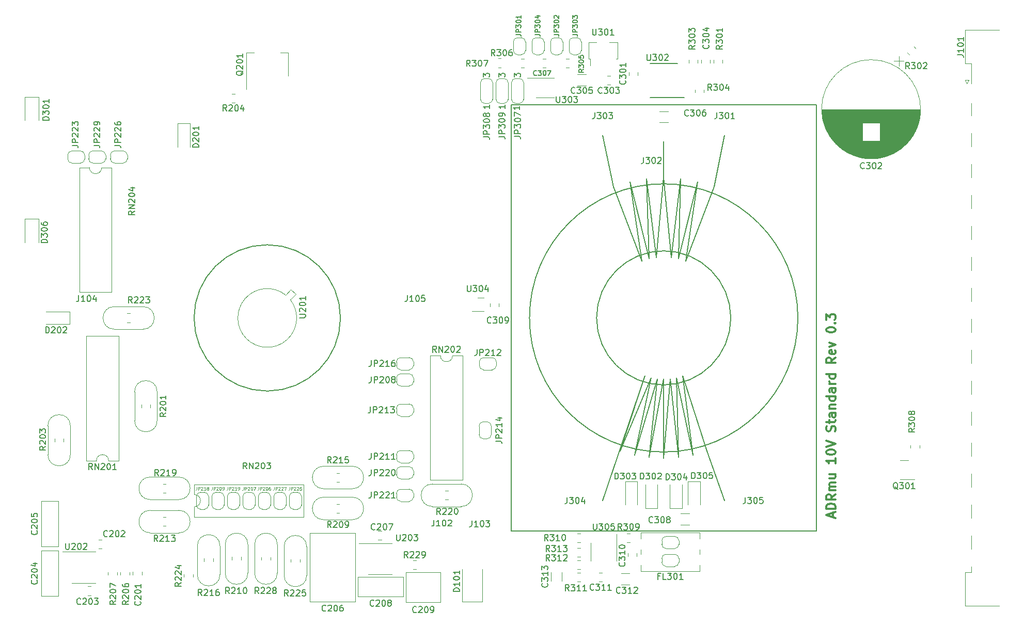
<source format=gbr>
G04 #@! TF.GenerationSoftware,KiCad,Pcbnew,(6.0.0)*
G04 #@! TF.CreationDate,2022-02-13T14:40:29+01:00*
G04 #@! TF.ProjectId,ADRmu,4144526d-752e-46b6-9963-61645f706362,0.3*
G04 #@! TF.SameCoordinates,Original*
G04 #@! TF.FileFunction,Legend,Top*
G04 #@! TF.FilePolarity,Positive*
%FSLAX46Y46*%
G04 Gerber Fmt 4.6, Leading zero omitted, Abs format (unit mm)*
G04 Created by KiCad (PCBNEW (6.0.0)) date 2022-02-13 14:40:29*
%MOMM*%
%LPD*%
G01*
G04 APERTURE LIST*
%ADD10C,0.150000*%
%ADD11C,0.300000*%
%ADD12C,0.125000*%
%ADD13C,0.120000*%
G04 APERTURE END LIST*
D10*
X171909830Y-109510565D02*
X165000000Y-130000000D01*
X177079117Y-109781476D02*
X177404155Y-122874004D01*
X172920883Y-109781476D02*
X167892609Y-121874300D01*
X122000000Y-100000000D02*
G75*
G03*
X122000000Y-100000000I-12000000J0D01*
G01*
X178583679Y-90664196D02*
X180564204Y-77683199D01*
X172580781Y-90297043D02*
X172197006Y-77171438D01*
X172920883Y-109781476D02*
X170218031Y-122497395D01*
X182107391Y-121874300D02*
X185000000Y-130000000D01*
X173954715Y-109945219D02*
X172595845Y-122874004D01*
X150000000Y-65000000D02*
X200000000Y-65000000D01*
X171909830Y-109510565D02*
X167892609Y-121874300D01*
X172580781Y-90297043D02*
X169435796Y-77683199D01*
X178090170Y-109510565D02*
X182107391Y-121874300D01*
X177079117Y-109781476D02*
X179781969Y-122497395D01*
X166757538Y-78527650D02*
X165000000Y-70000000D01*
X173781307Y-90074538D02*
X172197006Y-77171438D01*
X176218693Y-90074538D02*
X175000000Y-77000000D01*
X183242462Y-78527650D02*
X185000000Y-70000000D01*
X177419219Y-90297043D02*
X180564204Y-77683199D01*
X197000000Y-100000000D02*
G75*
G03*
X197000000Y-100000000I-22000000J0D01*
G01*
X178090170Y-109510565D02*
X179781969Y-122497395D01*
X176045285Y-109945219D02*
X175000000Y-123000000D01*
X171416321Y-90664196D02*
X166757538Y-78527650D01*
X178583679Y-90664196D02*
X183242462Y-78527650D01*
X200000000Y-135000000D02*
X150000000Y-135000000D01*
X171416321Y-90664196D02*
X169435796Y-77683199D01*
X177419219Y-90297043D02*
X177802994Y-77171438D01*
X175000000Y-110000000D02*
X175000000Y-123000000D01*
X173954715Y-109945219D02*
X170218031Y-122497395D01*
X175000000Y-110000000D02*
X172595845Y-122874004D01*
X150000000Y-135000000D02*
X150000000Y-65000000D01*
X200000000Y-65000000D02*
X200000000Y-135000000D01*
X175000000Y-77000000D02*
X175000000Y-71000000D01*
X176045285Y-109945219D02*
X177404155Y-122874004D01*
X173781307Y-90074538D02*
X175000000Y-77000000D01*
X186000000Y-100000000D02*
G75*
G03*
X186000000Y-100000000I-11000000J0D01*
G01*
X176218693Y-90074538D02*
X177802994Y-77171438D01*
D11*
X202749000Y-132662857D02*
X202749000Y-131948571D01*
X203177571Y-132805714D02*
X201677571Y-132305714D01*
X203177571Y-131805714D01*
X203177571Y-131305714D02*
X201677571Y-131305714D01*
X201677571Y-130948571D01*
X201749000Y-130734285D01*
X201891857Y-130591428D01*
X202034714Y-130520000D01*
X202320428Y-130448571D01*
X202534714Y-130448571D01*
X202820428Y-130520000D01*
X202963285Y-130591428D01*
X203106142Y-130734285D01*
X203177571Y-130948571D01*
X203177571Y-131305714D01*
X203177571Y-128948571D02*
X202463285Y-129448571D01*
X203177571Y-129805714D02*
X201677571Y-129805714D01*
X201677571Y-129234285D01*
X201749000Y-129091428D01*
X201820428Y-129020000D01*
X201963285Y-128948571D01*
X202177571Y-128948571D01*
X202320428Y-129020000D01*
X202391857Y-129091428D01*
X202463285Y-129234285D01*
X202463285Y-129805714D01*
X203177571Y-128305714D02*
X202177571Y-128305714D01*
X202320428Y-128305714D02*
X202249000Y-128234285D01*
X202177571Y-128091428D01*
X202177571Y-127877142D01*
X202249000Y-127734285D01*
X202391857Y-127662857D01*
X203177571Y-127662857D01*
X202391857Y-127662857D02*
X202249000Y-127591428D01*
X202177571Y-127448571D01*
X202177571Y-127234285D01*
X202249000Y-127091428D01*
X202391857Y-127020000D01*
X203177571Y-127020000D01*
X202177571Y-125662857D02*
X203177571Y-125662857D01*
X202177571Y-126305714D02*
X202963285Y-126305714D01*
X203106142Y-126234285D01*
X203177571Y-126091428D01*
X203177571Y-125877142D01*
X203106142Y-125734285D01*
X203034714Y-125662857D01*
X203177571Y-123020000D02*
X203177571Y-123877142D01*
X203177571Y-123448571D02*
X201677571Y-123448571D01*
X201891857Y-123591428D01*
X202034714Y-123734285D01*
X202106142Y-123877142D01*
X201677571Y-122091428D02*
X201677571Y-121948571D01*
X201749000Y-121805714D01*
X201820428Y-121734285D01*
X201963285Y-121662857D01*
X202249000Y-121591428D01*
X202606142Y-121591428D01*
X202891857Y-121662857D01*
X203034714Y-121734285D01*
X203106142Y-121805714D01*
X203177571Y-121948571D01*
X203177571Y-122091428D01*
X203106142Y-122234285D01*
X203034714Y-122305714D01*
X202891857Y-122377142D01*
X202606142Y-122448571D01*
X202249000Y-122448571D01*
X201963285Y-122377142D01*
X201820428Y-122305714D01*
X201749000Y-122234285D01*
X201677571Y-122091428D01*
X201677571Y-121162857D02*
X203177571Y-120662857D01*
X201677571Y-120162857D01*
X203106142Y-118591428D02*
X203177571Y-118377142D01*
X203177571Y-118020000D01*
X203106142Y-117877142D01*
X203034714Y-117805714D01*
X202891857Y-117734285D01*
X202749000Y-117734285D01*
X202606142Y-117805714D01*
X202534714Y-117877142D01*
X202463285Y-118020000D01*
X202391857Y-118305714D01*
X202320428Y-118448571D01*
X202249000Y-118520000D01*
X202106142Y-118591428D01*
X201963285Y-118591428D01*
X201820428Y-118520000D01*
X201749000Y-118448571D01*
X201677571Y-118305714D01*
X201677571Y-117948571D01*
X201749000Y-117734285D01*
X202177571Y-117305714D02*
X202177571Y-116734285D01*
X201677571Y-117091428D02*
X202963285Y-117091428D01*
X203106142Y-117020000D01*
X203177571Y-116877142D01*
X203177571Y-116734285D01*
X203177571Y-115591428D02*
X202391857Y-115591428D01*
X202249000Y-115662857D01*
X202177571Y-115805714D01*
X202177571Y-116091428D01*
X202249000Y-116234285D01*
X203106142Y-115591428D02*
X203177571Y-115734285D01*
X203177571Y-116091428D01*
X203106142Y-116234285D01*
X202963285Y-116305714D01*
X202820428Y-116305714D01*
X202677571Y-116234285D01*
X202606142Y-116091428D01*
X202606142Y-115734285D01*
X202534714Y-115591428D01*
X202177571Y-114877142D02*
X203177571Y-114877142D01*
X202320428Y-114877142D02*
X202249000Y-114805714D01*
X202177571Y-114662857D01*
X202177571Y-114448571D01*
X202249000Y-114305714D01*
X202391857Y-114234285D01*
X203177571Y-114234285D01*
X203177571Y-112877142D02*
X201677571Y-112877142D01*
X203106142Y-112877142D02*
X203177571Y-113020000D01*
X203177571Y-113305714D01*
X203106142Y-113448571D01*
X203034714Y-113520000D01*
X202891857Y-113591428D01*
X202463285Y-113591428D01*
X202320428Y-113520000D01*
X202249000Y-113448571D01*
X202177571Y-113305714D01*
X202177571Y-113020000D01*
X202249000Y-112877142D01*
X203177571Y-111520000D02*
X202391857Y-111520000D01*
X202249000Y-111591428D01*
X202177571Y-111734285D01*
X202177571Y-112020000D01*
X202249000Y-112162857D01*
X203106142Y-111520000D02*
X203177571Y-111662857D01*
X203177571Y-112020000D01*
X203106142Y-112162857D01*
X202963285Y-112234285D01*
X202820428Y-112234285D01*
X202677571Y-112162857D01*
X202606142Y-112020000D01*
X202606142Y-111662857D01*
X202534714Y-111520000D01*
X203177571Y-110805714D02*
X202177571Y-110805714D01*
X202463285Y-110805714D02*
X202320428Y-110734285D01*
X202249000Y-110662857D01*
X202177571Y-110520000D01*
X202177571Y-110377142D01*
X203177571Y-109234285D02*
X201677571Y-109234285D01*
X203106142Y-109234285D02*
X203177571Y-109377142D01*
X203177571Y-109662857D01*
X203106142Y-109805714D01*
X203034714Y-109877142D01*
X202891857Y-109948571D01*
X202463285Y-109948571D01*
X202320428Y-109877142D01*
X202249000Y-109805714D01*
X202177571Y-109662857D01*
X202177571Y-109377142D01*
X202249000Y-109234285D01*
X203177571Y-106520000D02*
X202463285Y-107020000D01*
X203177571Y-107377142D02*
X201677571Y-107377142D01*
X201677571Y-106805714D01*
X201749000Y-106662857D01*
X201820428Y-106591428D01*
X201963285Y-106520000D01*
X202177571Y-106520000D01*
X202320428Y-106591428D01*
X202391857Y-106662857D01*
X202463285Y-106805714D01*
X202463285Y-107377142D01*
X203106142Y-105305714D02*
X203177571Y-105448571D01*
X203177571Y-105734285D01*
X203106142Y-105877142D01*
X202963285Y-105948571D01*
X202391857Y-105948571D01*
X202249000Y-105877142D01*
X202177571Y-105734285D01*
X202177571Y-105448571D01*
X202249000Y-105305714D01*
X202391857Y-105234285D01*
X202534714Y-105234285D01*
X202677571Y-105948571D01*
X202177571Y-104734285D02*
X203177571Y-104377142D01*
X202177571Y-104020000D01*
X201677571Y-102020000D02*
X201677571Y-101877142D01*
X201749000Y-101734285D01*
X201820428Y-101662857D01*
X201963285Y-101591428D01*
X202249000Y-101520000D01*
X202606142Y-101520000D01*
X202891857Y-101591428D01*
X203034714Y-101662857D01*
X203106142Y-101734285D01*
X203177571Y-101877142D01*
X203177571Y-102020000D01*
X203106142Y-102162857D01*
X203034714Y-102234285D01*
X202891857Y-102305714D01*
X202606142Y-102377142D01*
X202249000Y-102377142D01*
X201963285Y-102305714D01*
X201820428Y-102234285D01*
X201749000Y-102162857D01*
X201677571Y-102020000D01*
X203034714Y-100877142D02*
X203106142Y-100805714D01*
X203177571Y-100877142D01*
X203106142Y-100948571D01*
X203034714Y-100877142D01*
X203177571Y-100877142D01*
X201677571Y-100305714D02*
X201677571Y-99377142D01*
X202249000Y-99877142D01*
X202249000Y-99662857D01*
X202320428Y-99520000D01*
X202391857Y-99448571D01*
X202534714Y-99377142D01*
X202891857Y-99377142D01*
X203034714Y-99448571D01*
X203106142Y-99520000D01*
X203177571Y-99662857D01*
X203177571Y-100091428D01*
X203106142Y-100234285D01*
X203034714Y-100305714D01*
D10*
G04 #@! TO.C,R306*
X147328752Y-56985580D02*
X146995419Y-56509390D01*
X146757323Y-56985580D02*
X146757323Y-55985580D01*
X147138276Y-55985580D01*
X147233514Y-56033200D01*
X147281133Y-56080819D01*
X147328752Y-56176057D01*
X147328752Y-56318914D01*
X147281133Y-56414152D01*
X147233514Y-56461771D01*
X147138276Y-56509390D01*
X146757323Y-56509390D01*
X147662085Y-55985580D02*
X148281133Y-55985580D01*
X147947800Y-56366533D01*
X148090657Y-56366533D01*
X148185895Y-56414152D01*
X148233514Y-56461771D01*
X148281133Y-56557009D01*
X148281133Y-56795104D01*
X148233514Y-56890342D01*
X148185895Y-56937961D01*
X148090657Y-56985580D01*
X147804942Y-56985580D01*
X147709704Y-56937961D01*
X147662085Y-56890342D01*
X148900180Y-55985580D02*
X148995419Y-55985580D01*
X149090657Y-56033200D01*
X149138276Y-56080819D01*
X149185895Y-56176057D01*
X149233514Y-56366533D01*
X149233514Y-56604628D01*
X149185895Y-56795104D01*
X149138276Y-56890342D01*
X149090657Y-56937961D01*
X148995419Y-56985580D01*
X148900180Y-56985580D01*
X148804942Y-56937961D01*
X148757323Y-56890342D01*
X148709704Y-56795104D01*
X148662085Y-56604628D01*
X148662085Y-56366533D01*
X148709704Y-56176057D01*
X148757323Y-56080819D01*
X148804942Y-56033200D01*
X148900180Y-55985580D01*
X150090657Y-55985580D02*
X149900180Y-55985580D01*
X149804942Y-56033200D01*
X149757323Y-56080819D01*
X149662085Y-56223676D01*
X149614466Y-56414152D01*
X149614466Y-56795104D01*
X149662085Y-56890342D01*
X149709704Y-56937961D01*
X149804942Y-56985580D01*
X149995419Y-56985580D01*
X150090657Y-56937961D01*
X150138276Y-56890342D01*
X150185895Y-56795104D01*
X150185895Y-56557009D01*
X150138276Y-56461771D01*
X150090657Y-56414152D01*
X149995419Y-56366533D01*
X149804942Y-56366533D01*
X149709704Y-56414152D01*
X149662085Y-56461771D01*
X149614466Y-56557009D01*
G04 #@! TO.C,R302*
X215288952Y-59126380D02*
X214955619Y-58650190D01*
X214717523Y-59126380D02*
X214717523Y-58126380D01*
X215098476Y-58126380D01*
X215193714Y-58174000D01*
X215241333Y-58221619D01*
X215288952Y-58316857D01*
X215288952Y-58459714D01*
X215241333Y-58554952D01*
X215193714Y-58602571D01*
X215098476Y-58650190D01*
X214717523Y-58650190D01*
X215622285Y-58126380D02*
X216241333Y-58126380D01*
X215908000Y-58507333D01*
X216050857Y-58507333D01*
X216146095Y-58554952D01*
X216193714Y-58602571D01*
X216241333Y-58697809D01*
X216241333Y-58935904D01*
X216193714Y-59031142D01*
X216146095Y-59078761D01*
X216050857Y-59126380D01*
X215765142Y-59126380D01*
X215669904Y-59078761D01*
X215622285Y-59031142D01*
X216860380Y-58126380D02*
X216955619Y-58126380D01*
X217050857Y-58174000D01*
X217098476Y-58221619D01*
X217146095Y-58316857D01*
X217193714Y-58507333D01*
X217193714Y-58745428D01*
X217146095Y-58935904D01*
X217098476Y-59031142D01*
X217050857Y-59078761D01*
X216955619Y-59126380D01*
X216860380Y-59126380D01*
X216765142Y-59078761D01*
X216717523Y-59031142D01*
X216669904Y-58935904D01*
X216622285Y-58745428D01*
X216622285Y-58507333D01*
X216669904Y-58316857D01*
X216717523Y-58221619D01*
X216765142Y-58174000D01*
X216860380Y-58126380D01*
X217574666Y-58221619D02*
X217622285Y-58174000D01*
X217717523Y-58126380D01*
X217955619Y-58126380D01*
X218050857Y-58174000D01*
X218098476Y-58221619D01*
X218146095Y-58316857D01*
X218146095Y-58412095D01*
X218098476Y-58554952D01*
X217527047Y-59126380D01*
X218146095Y-59126380D01*
G04 #@! TO.C,R204*
X103335952Y-66052380D02*
X103002619Y-65576190D01*
X102764523Y-66052380D02*
X102764523Y-65052380D01*
X103145476Y-65052380D01*
X103240714Y-65100000D01*
X103288333Y-65147619D01*
X103335952Y-65242857D01*
X103335952Y-65385714D01*
X103288333Y-65480952D01*
X103240714Y-65528571D01*
X103145476Y-65576190D01*
X102764523Y-65576190D01*
X103716904Y-65147619D02*
X103764523Y-65100000D01*
X103859761Y-65052380D01*
X104097857Y-65052380D01*
X104193095Y-65100000D01*
X104240714Y-65147619D01*
X104288333Y-65242857D01*
X104288333Y-65338095D01*
X104240714Y-65480952D01*
X103669285Y-66052380D01*
X104288333Y-66052380D01*
X104907380Y-65052380D02*
X105002619Y-65052380D01*
X105097857Y-65100000D01*
X105145476Y-65147619D01*
X105193095Y-65242857D01*
X105240714Y-65433333D01*
X105240714Y-65671428D01*
X105193095Y-65861904D01*
X105145476Y-65957142D01*
X105097857Y-66004761D01*
X105002619Y-66052380D01*
X104907380Y-66052380D01*
X104812142Y-66004761D01*
X104764523Y-65957142D01*
X104716904Y-65861904D01*
X104669285Y-65671428D01*
X104669285Y-65433333D01*
X104716904Y-65242857D01*
X104764523Y-65147619D01*
X104812142Y-65100000D01*
X104907380Y-65052380D01*
X106097857Y-65385714D02*
X106097857Y-66052380D01*
X105859761Y-65004761D02*
X105621666Y-65719047D01*
X106240714Y-65719047D01*
G04 #@! TO.C,JP213*
X126926285Y-114583380D02*
X126926285Y-115297666D01*
X126878666Y-115440523D01*
X126783428Y-115535761D01*
X126640571Y-115583380D01*
X126545333Y-115583380D01*
X127402476Y-115583380D02*
X127402476Y-114583380D01*
X127783428Y-114583380D01*
X127878666Y-114631000D01*
X127926285Y-114678619D01*
X127973904Y-114773857D01*
X127973904Y-114916714D01*
X127926285Y-115011952D01*
X127878666Y-115059571D01*
X127783428Y-115107190D01*
X127402476Y-115107190D01*
X128354857Y-114678619D02*
X128402476Y-114631000D01*
X128497714Y-114583380D01*
X128735809Y-114583380D01*
X128831047Y-114631000D01*
X128878666Y-114678619D01*
X128926285Y-114773857D01*
X128926285Y-114869095D01*
X128878666Y-115011952D01*
X128307238Y-115583380D01*
X128926285Y-115583380D01*
X129878666Y-115583380D02*
X129307238Y-115583380D01*
X129592952Y-115583380D02*
X129592952Y-114583380D01*
X129497714Y-114726238D01*
X129402476Y-114821476D01*
X129307238Y-114869095D01*
X130212000Y-114583380D02*
X130831047Y-114583380D01*
X130497714Y-114964333D01*
X130640571Y-114964333D01*
X130735809Y-115011952D01*
X130783428Y-115059571D01*
X130831047Y-115154809D01*
X130831047Y-115392904D01*
X130783428Y-115488142D01*
X130735809Y-115535761D01*
X130640571Y-115583380D01*
X130354857Y-115583380D01*
X130259619Y-115535761D01*
X130212000Y-115488142D01*
G04 #@! TO.C,R224*
X95891380Y-143428047D02*
X95415190Y-143761380D01*
X95891380Y-143999476D02*
X94891380Y-143999476D01*
X94891380Y-143618523D01*
X94939000Y-143523285D01*
X94986619Y-143475666D01*
X95081857Y-143428047D01*
X95224714Y-143428047D01*
X95319952Y-143475666D01*
X95367571Y-143523285D01*
X95415190Y-143618523D01*
X95415190Y-143999476D01*
X94986619Y-143047095D02*
X94939000Y-142999476D01*
X94891380Y-142904238D01*
X94891380Y-142666142D01*
X94939000Y-142570904D01*
X94986619Y-142523285D01*
X95081857Y-142475666D01*
X95177095Y-142475666D01*
X95319952Y-142523285D01*
X95891380Y-143094714D01*
X95891380Y-142475666D01*
X94986619Y-142094714D02*
X94939000Y-142047095D01*
X94891380Y-141951857D01*
X94891380Y-141713761D01*
X94939000Y-141618523D01*
X94986619Y-141570904D01*
X95081857Y-141523285D01*
X95177095Y-141523285D01*
X95319952Y-141570904D01*
X95891380Y-142142333D01*
X95891380Y-141523285D01*
X95224714Y-140666142D02*
X95891380Y-140666142D01*
X94843761Y-140904238D02*
X95558047Y-141142333D01*
X95558047Y-140523285D01*
G04 #@! TO.C,D306*
X73937380Y-87673476D02*
X72937380Y-87673476D01*
X72937380Y-87435380D01*
X72985000Y-87292523D01*
X73080238Y-87197285D01*
X73175476Y-87149666D01*
X73365952Y-87102047D01*
X73508809Y-87102047D01*
X73699285Y-87149666D01*
X73794523Y-87197285D01*
X73889761Y-87292523D01*
X73937380Y-87435380D01*
X73937380Y-87673476D01*
X72937380Y-86768714D02*
X72937380Y-86149666D01*
X73318333Y-86483000D01*
X73318333Y-86340142D01*
X73365952Y-86244904D01*
X73413571Y-86197285D01*
X73508809Y-86149666D01*
X73746904Y-86149666D01*
X73842142Y-86197285D01*
X73889761Y-86244904D01*
X73937380Y-86340142D01*
X73937380Y-86625857D01*
X73889761Y-86721095D01*
X73842142Y-86768714D01*
X72937380Y-85530619D02*
X72937380Y-85435380D01*
X72985000Y-85340142D01*
X73032619Y-85292523D01*
X73127857Y-85244904D01*
X73318333Y-85197285D01*
X73556428Y-85197285D01*
X73746904Y-85244904D01*
X73842142Y-85292523D01*
X73889761Y-85340142D01*
X73937380Y-85435380D01*
X73937380Y-85530619D01*
X73889761Y-85625857D01*
X73842142Y-85673476D01*
X73746904Y-85721095D01*
X73556428Y-85768714D01*
X73318333Y-85768714D01*
X73127857Y-85721095D01*
X73032619Y-85673476D01*
X72985000Y-85625857D01*
X72937380Y-85530619D01*
X72937380Y-84340142D02*
X72937380Y-84530619D01*
X72985000Y-84625857D01*
X73032619Y-84673476D01*
X73175476Y-84768714D01*
X73365952Y-84816333D01*
X73746904Y-84816333D01*
X73842142Y-84768714D01*
X73889761Y-84721095D01*
X73937380Y-84625857D01*
X73937380Y-84435380D01*
X73889761Y-84340142D01*
X73842142Y-84292523D01*
X73746904Y-84244904D01*
X73508809Y-84244904D01*
X73413571Y-84292523D01*
X73365952Y-84340142D01*
X73318333Y-84435380D01*
X73318333Y-84625857D01*
X73365952Y-84721095D01*
X73413571Y-84768714D01*
X73508809Y-84816333D01*
G04 #@! TO.C,R312*
X156294952Y-139840380D02*
X155961619Y-139364190D01*
X155723523Y-139840380D02*
X155723523Y-138840380D01*
X156104476Y-138840380D01*
X156199714Y-138888000D01*
X156247333Y-138935619D01*
X156294952Y-139030857D01*
X156294952Y-139173714D01*
X156247333Y-139268952D01*
X156199714Y-139316571D01*
X156104476Y-139364190D01*
X155723523Y-139364190D01*
X156628285Y-138840380D02*
X157247333Y-138840380D01*
X156914000Y-139221333D01*
X157056857Y-139221333D01*
X157152095Y-139268952D01*
X157199714Y-139316571D01*
X157247333Y-139411809D01*
X157247333Y-139649904D01*
X157199714Y-139745142D01*
X157152095Y-139792761D01*
X157056857Y-139840380D01*
X156771142Y-139840380D01*
X156675904Y-139792761D01*
X156628285Y-139745142D01*
X158199714Y-139840380D02*
X157628285Y-139840380D01*
X157914000Y-139840380D02*
X157914000Y-138840380D01*
X157818761Y-138983238D01*
X157723523Y-139078476D01*
X157628285Y-139126095D01*
X158580666Y-138935619D02*
X158628285Y-138888000D01*
X158723523Y-138840380D01*
X158961619Y-138840380D01*
X159056857Y-138888000D01*
X159104476Y-138935619D01*
X159152095Y-139030857D01*
X159152095Y-139126095D01*
X159104476Y-139268952D01*
X158533047Y-139840380D01*
X159152095Y-139840380D01*
G04 #@! TO.C,JP211*
X127053285Y-122203380D02*
X127053285Y-122917666D01*
X127005666Y-123060523D01*
X126910428Y-123155761D01*
X126767571Y-123203380D01*
X126672333Y-123203380D01*
X127529476Y-123203380D02*
X127529476Y-122203380D01*
X127910428Y-122203380D01*
X128005666Y-122251000D01*
X128053285Y-122298619D01*
X128100904Y-122393857D01*
X128100904Y-122536714D01*
X128053285Y-122631952D01*
X128005666Y-122679571D01*
X127910428Y-122727190D01*
X127529476Y-122727190D01*
X128481857Y-122298619D02*
X128529476Y-122251000D01*
X128624714Y-122203380D01*
X128862809Y-122203380D01*
X128958047Y-122251000D01*
X129005666Y-122298619D01*
X129053285Y-122393857D01*
X129053285Y-122489095D01*
X129005666Y-122631952D01*
X128434238Y-123203380D01*
X129053285Y-123203380D01*
X130005666Y-123203380D02*
X129434238Y-123203380D01*
X129719952Y-123203380D02*
X129719952Y-122203380D01*
X129624714Y-122346238D01*
X129529476Y-122441476D01*
X129434238Y-122489095D01*
X130958047Y-123203380D02*
X130386619Y-123203380D01*
X130672333Y-123203380D02*
X130672333Y-122203380D01*
X130577095Y-122346238D01*
X130481857Y-122441476D01*
X130386619Y-122489095D01*
G04 #@! TO.C,C206*
X119591952Y-148019142D02*
X119544333Y-148066761D01*
X119401476Y-148114380D01*
X119306238Y-148114380D01*
X119163380Y-148066761D01*
X119068142Y-147971523D01*
X119020523Y-147876285D01*
X118972904Y-147685809D01*
X118972904Y-147542952D01*
X119020523Y-147352476D01*
X119068142Y-147257238D01*
X119163380Y-147162000D01*
X119306238Y-147114380D01*
X119401476Y-147114380D01*
X119544333Y-147162000D01*
X119591952Y-147209619D01*
X119972904Y-147209619D02*
X120020523Y-147162000D01*
X120115761Y-147114380D01*
X120353857Y-147114380D01*
X120449095Y-147162000D01*
X120496714Y-147209619D01*
X120544333Y-147304857D01*
X120544333Y-147400095D01*
X120496714Y-147542952D01*
X119925285Y-148114380D01*
X120544333Y-148114380D01*
X121163380Y-147114380D02*
X121258619Y-147114380D01*
X121353857Y-147162000D01*
X121401476Y-147209619D01*
X121449095Y-147304857D01*
X121496714Y-147495333D01*
X121496714Y-147733428D01*
X121449095Y-147923904D01*
X121401476Y-148019142D01*
X121353857Y-148066761D01*
X121258619Y-148114380D01*
X121163380Y-148114380D01*
X121068142Y-148066761D01*
X121020523Y-148019142D01*
X120972904Y-147923904D01*
X120925285Y-147733428D01*
X120925285Y-147495333D01*
X120972904Y-147304857D01*
X121020523Y-147209619D01*
X121068142Y-147162000D01*
X121163380Y-147114380D01*
X122353857Y-147114380D02*
X122163380Y-147114380D01*
X122068142Y-147162000D01*
X122020523Y-147209619D01*
X121925285Y-147352476D01*
X121877666Y-147542952D01*
X121877666Y-147923904D01*
X121925285Y-148019142D01*
X121972904Y-148066761D01*
X122068142Y-148114380D01*
X122258619Y-148114380D01*
X122353857Y-148066761D01*
X122401476Y-148019142D01*
X122449095Y-147923904D01*
X122449095Y-147685809D01*
X122401476Y-147590571D01*
X122353857Y-147542952D01*
X122258619Y-147495333D01*
X122068142Y-147495333D01*
X121972904Y-147542952D01*
X121925285Y-147590571D01*
X121877666Y-147685809D01*
G04 #@! TO.C,J305*
X188386285Y-129442380D02*
X188386285Y-130156666D01*
X188338666Y-130299523D01*
X188243428Y-130394761D01*
X188100571Y-130442380D01*
X188005333Y-130442380D01*
X188767238Y-129442380D02*
X189386285Y-129442380D01*
X189052952Y-129823333D01*
X189195809Y-129823333D01*
X189291047Y-129870952D01*
X189338666Y-129918571D01*
X189386285Y-130013809D01*
X189386285Y-130251904D01*
X189338666Y-130347142D01*
X189291047Y-130394761D01*
X189195809Y-130442380D01*
X188910095Y-130442380D01*
X188814857Y-130394761D01*
X188767238Y-130347142D01*
X190005333Y-129442380D02*
X190100571Y-129442380D01*
X190195809Y-129490000D01*
X190243428Y-129537619D01*
X190291047Y-129632857D01*
X190338666Y-129823333D01*
X190338666Y-130061428D01*
X190291047Y-130251904D01*
X190243428Y-130347142D01*
X190195809Y-130394761D01*
X190100571Y-130442380D01*
X190005333Y-130442380D01*
X189910095Y-130394761D01*
X189862476Y-130347142D01*
X189814857Y-130251904D01*
X189767238Y-130061428D01*
X189767238Y-129823333D01*
X189814857Y-129632857D01*
X189862476Y-129537619D01*
X189910095Y-129490000D01*
X190005333Y-129442380D01*
X191243428Y-129442380D02*
X190767238Y-129442380D01*
X190719619Y-129918571D01*
X190767238Y-129870952D01*
X190862476Y-129823333D01*
X191100571Y-129823333D01*
X191195809Y-129870952D01*
X191243428Y-129918571D01*
X191291047Y-130013809D01*
X191291047Y-130251904D01*
X191243428Y-130347142D01*
X191195809Y-130394761D01*
X191100571Y-130442380D01*
X190862476Y-130442380D01*
X190767238Y-130394761D01*
X190719619Y-130347142D01*
G04 #@! TO.C,J301*
X183714285Y-66302380D02*
X183714285Y-67016666D01*
X183666666Y-67159523D01*
X183571428Y-67254761D01*
X183428571Y-67302380D01*
X183333333Y-67302380D01*
X184095238Y-66302380D02*
X184714285Y-66302380D01*
X184380952Y-66683333D01*
X184523809Y-66683333D01*
X184619047Y-66730952D01*
X184666666Y-66778571D01*
X184714285Y-66873809D01*
X184714285Y-67111904D01*
X184666666Y-67207142D01*
X184619047Y-67254761D01*
X184523809Y-67302380D01*
X184238095Y-67302380D01*
X184142857Y-67254761D01*
X184095238Y-67207142D01*
X185333333Y-66302380D02*
X185428571Y-66302380D01*
X185523809Y-66350000D01*
X185571428Y-66397619D01*
X185619047Y-66492857D01*
X185666666Y-66683333D01*
X185666666Y-66921428D01*
X185619047Y-67111904D01*
X185571428Y-67207142D01*
X185523809Y-67254761D01*
X185428571Y-67302380D01*
X185333333Y-67302380D01*
X185238095Y-67254761D01*
X185190476Y-67207142D01*
X185142857Y-67111904D01*
X185095238Y-66921428D01*
X185095238Y-66683333D01*
X185142857Y-66492857D01*
X185190476Y-66397619D01*
X185238095Y-66350000D01*
X185333333Y-66302380D01*
X186619047Y-67302380D02*
X186047619Y-67302380D01*
X186333333Y-67302380D02*
X186333333Y-66302380D01*
X186238095Y-66445238D01*
X186142857Y-66540476D01*
X186047619Y-66588095D01*
G04 #@! TO.C,C203*
X79398952Y-146915142D02*
X79351333Y-146962761D01*
X79208476Y-147010380D01*
X79113238Y-147010380D01*
X78970380Y-146962761D01*
X78875142Y-146867523D01*
X78827523Y-146772285D01*
X78779904Y-146581809D01*
X78779904Y-146438952D01*
X78827523Y-146248476D01*
X78875142Y-146153238D01*
X78970380Y-146058000D01*
X79113238Y-146010380D01*
X79208476Y-146010380D01*
X79351333Y-146058000D01*
X79398952Y-146105619D01*
X79779904Y-146105619D02*
X79827523Y-146058000D01*
X79922761Y-146010380D01*
X80160857Y-146010380D01*
X80256095Y-146058000D01*
X80303714Y-146105619D01*
X80351333Y-146200857D01*
X80351333Y-146296095D01*
X80303714Y-146438952D01*
X79732285Y-147010380D01*
X80351333Y-147010380D01*
X80970380Y-146010380D02*
X81065619Y-146010380D01*
X81160857Y-146058000D01*
X81208476Y-146105619D01*
X81256095Y-146200857D01*
X81303714Y-146391333D01*
X81303714Y-146629428D01*
X81256095Y-146819904D01*
X81208476Y-146915142D01*
X81160857Y-146962761D01*
X81065619Y-147010380D01*
X80970380Y-147010380D01*
X80875142Y-146962761D01*
X80827523Y-146915142D01*
X80779904Y-146819904D01*
X80732285Y-146629428D01*
X80732285Y-146391333D01*
X80779904Y-146200857D01*
X80827523Y-146105619D01*
X80875142Y-146058000D01*
X80970380Y-146010380D01*
X81637047Y-146010380D02*
X82256095Y-146010380D01*
X81922761Y-146391333D01*
X82065619Y-146391333D01*
X82160857Y-146438952D01*
X82208476Y-146486571D01*
X82256095Y-146581809D01*
X82256095Y-146819904D01*
X82208476Y-146915142D01*
X82160857Y-146962761D01*
X82065619Y-147010380D01*
X81779904Y-147010380D01*
X81684666Y-146962761D01*
X81637047Y-146915142D01*
G04 #@! TO.C,R229*
X133053952Y-139332380D02*
X132720619Y-138856190D01*
X132482523Y-139332380D02*
X132482523Y-138332380D01*
X132863476Y-138332380D01*
X132958714Y-138380000D01*
X133006333Y-138427619D01*
X133053952Y-138522857D01*
X133053952Y-138665714D01*
X133006333Y-138760952D01*
X132958714Y-138808571D01*
X132863476Y-138856190D01*
X132482523Y-138856190D01*
X133434904Y-138427619D02*
X133482523Y-138380000D01*
X133577761Y-138332380D01*
X133815857Y-138332380D01*
X133911095Y-138380000D01*
X133958714Y-138427619D01*
X134006333Y-138522857D01*
X134006333Y-138618095D01*
X133958714Y-138760952D01*
X133387285Y-139332380D01*
X134006333Y-139332380D01*
X134387285Y-138427619D02*
X134434904Y-138380000D01*
X134530142Y-138332380D01*
X134768238Y-138332380D01*
X134863476Y-138380000D01*
X134911095Y-138427619D01*
X134958714Y-138522857D01*
X134958714Y-138618095D01*
X134911095Y-138760952D01*
X134339666Y-139332380D01*
X134958714Y-139332380D01*
X135434904Y-139332380D02*
X135625380Y-139332380D01*
X135720619Y-139284761D01*
X135768238Y-139237142D01*
X135863476Y-139094285D01*
X135911095Y-138903809D01*
X135911095Y-138522857D01*
X135863476Y-138427619D01*
X135815857Y-138380000D01*
X135720619Y-138332380D01*
X135530142Y-138332380D01*
X135434904Y-138380000D01*
X135387285Y-138427619D01*
X135339666Y-138522857D01*
X135339666Y-138760952D01*
X135387285Y-138856190D01*
X135434904Y-138903809D01*
X135530142Y-138951428D01*
X135720619Y-138951428D01*
X135815857Y-138903809D01*
X135863476Y-138856190D01*
X135911095Y-138760952D01*
G04 #@! TO.C,JP221*
X127053285Y-128553380D02*
X127053285Y-129267666D01*
X127005666Y-129410523D01*
X126910428Y-129505761D01*
X126767571Y-129553380D01*
X126672333Y-129553380D01*
X127529476Y-129553380D02*
X127529476Y-128553380D01*
X127910428Y-128553380D01*
X128005666Y-128601000D01*
X128053285Y-128648619D01*
X128100904Y-128743857D01*
X128100904Y-128886714D01*
X128053285Y-128981952D01*
X128005666Y-129029571D01*
X127910428Y-129077190D01*
X127529476Y-129077190D01*
X128481857Y-128648619D02*
X128529476Y-128601000D01*
X128624714Y-128553380D01*
X128862809Y-128553380D01*
X128958047Y-128601000D01*
X129005666Y-128648619D01*
X129053285Y-128743857D01*
X129053285Y-128839095D01*
X129005666Y-128981952D01*
X128434238Y-129553380D01*
X129053285Y-129553380D01*
X129434238Y-128648619D02*
X129481857Y-128601000D01*
X129577095Y-128553380D01*
X129815190Y-128553380D01*
X129910428Y-128601000D01*
X129958047Y-128648619D01*
X130005666Y-128743857D01*
X130005666Y-128839095D01*
X129958047Y-128981952D01*
X129386619Y-129553380D01*
X130005666Y-129553380D01*
X130958047Y-129553380D02*
X130386619Y-129553380D01*
X130672333Y-129553380D02*
X130672333Y-128553380D01*
X130577095Y-128696238D01*
X130481857Y-128791476D01*
X130386619Y-128839095D01*
G04 #@! TO.C,C307*
X154156561Y-60120914D02*
X154118466Y-60159009D01*
X154004180Y-60197104D01*
X153927990Y-60197104D01*
X153813704Y-60159009D01*
X153737514Y-60082819D01*
X153699419Y-60006628D01*
X153661323Y-59854247D01*
X153661323Y-59739961D01*
X153699419Y-59587580D01*
X153737514Y-59511390D01*
X153813704Y-59435200D01*
X153927990Y-59397104D01*
X154004180Y-59397104D01*
X154118466Y-59435200D01*
X154156561Y-59473295D01*
X154423228Y-59397104D02*
X154918466Y-59397104D01*
X154651800Y-59701866D01*
X154766085Y-59701866D01*
X154842276Y-59739961D01*
X154880371Y-59778057D01*
X154918466Y-59854247D01*
X154918466Y-60044723D01*
X154880371Y-60120914D01*
X154842276Y-60159009D01*
X154766085Y-60197104D01*
X154537514Y-60197104D01*
X154461323Y-60159009D01*
X154423228Y-60120914D01*
X155413704Y-59397104D02*
X155489895Y-59397104D01*
X155566085Y-59435200D01*
X155604180Y-59473295D01*
X155642276Y-59549485D01*
X155680371Y-59701866D01*
X155680371Y-59892342D01*
X155642276Y-60044723D01*
X155604180Y-60120914D01*
X155566085Y-60159009D01*
X155489895Y-60197104D01*
X155413704Y-60197104D01*
X155337514Y-60159009D01*
X155299419Y-60120914D01*
X155261323Y-60044723D01*
X155223228Y-59892342D01*
X155223228Y-59701866D01*
X155261323Y-59549485D01*
X155299419Y-59473295D01*
X155337514Y-59435200D01*
X155413704Y-59397104D01*
X155947038Y-59397104D02*
X156480371Y-59397104D01*
X156137514Y-60197104D01*
G04 #@! TO.C,D201*
X98779380Y-71990476D02*
X97779380Y-71990476D01*
X97779380Y-71752380D01*
X97827000Y-71609523D01*
X97922238Y-71514285D01*
X98017476Y-71466666D01*
X98207952Y-71419047D01*
X98350809Y-71419047D01*
X98541285Y-71466666D01*
X98636523Y-71514285D01*
X98731761Y-71609523D01*
X98779380Y-71752380D01*
X98779380Y-71990476D01*
X97874619Y-71038095D02*
X97827000Y-70990476D01*
X97779380Y-70895238D01*
X97779380Y-70657142D01*
X97827000Y-70561904D01*
X97874619Y-70514285D01*
X97969857Y-70466666D01*
X98065095Y-70466666D01*
X98207952Y-70514285D01*
X98779380Y-71085714D01*
X98779380Y-70466666D01*
X97779380Y-69847619D02*
X97779380Y-69752380D01*
X97827000Y-69657142D01*
X97874619Y-69609523D01*
X97969857Y-69561904D01*
X98160333Y-69514285D01*
X98398428Y-69514285D01*
X98588904Y-69561904D01*
X98684142Y-69609523D01*
X98731761Y-69657142D01*
X98779380Y-69752380D01*
X98779380Y-69847619D01*
X98731761Y-69942857D01*
X98684142Y-69990476D01*
X98588904Y-70038095D01*
X98398428Y-70085714D01*
X98160333Y-70085714D01*
X97969857Y-70038095D01*
X97874619Y-69990476D01*
X97827000Y-69942857D01*
X97779380Y-69847619D01*
X98779380Y-68561904D02*
X98779380Y-69133333D01*
X98779380Y-68847619D02*
X97779380Y-68847619D01*
X97922238Y-68942857D01*
X98017476Y-69038095D01*
X98065095Y-69133333D01*
G04 #@! TO.C,R305*
X161865304Y-59206438D02*
X161484352Y-59473104D01*
X161865304Y-59663580D02*
X161065304Y-59663580D01*
X161065304Y-59358819D01*
X161103400Y-59282628D01*
X161141495Y-59244533D01*
X161217685Y-59206438D01*
X161331971Y-59206438D01*
X161408161Y-59244533D01*
X161446257Y-59282628D01*
X161484352Y-59358819D01*
X161484352Y-59663580D01*
X161065304Y-58939771D02*
X161065304Y-58444533D01*
X161370066Y-58711200D01*
X161370066Y-58596914D01*
X161408161Y-58520723D01*
X161446257Y-58482628D01*
X161522447Y-58444533D01*
X161712923Y-58444533D01*
X161789114Y-58482628D01*
X161827209Y-58520723D01*
X161865304Y-58596914D01*
X161865304Y-58825485D01*
X161827209Y-58901676D01*
X161789114Y-58939771D01*
X161065304Y-57949295D02*
X161065304Y-57873104D01*
X161103400Y-57796914D01*
X161141495Y-57758819D01*
X161217685Y-57720723D01*
X161370066Y-57682628D01*
X161560542Y-57682628D01*
X161712923Y-57720723D01*
X161789114Y-57758819D01*
X161827209Y-57796914D01*
X161865304Y-57873104D01*
X161865304Y-57949295D01*
X161827209Y-58025485D01*
X161789114Y-58063580D01*
X161712923Y-58101676D01*
X161560542Y-58139771D01*
X161370066Y-58139771D01*
X161217685Y-58101676D01*
X161141495Y-58063580D01*
X161103400Y-58025485D01*
X161065304Y-57949295D01*
X161065304Y-56958819D02*
X161065304Y-57339771D01*
X161446257Y-57377866D01*
X161408161Y-57339771D01*
X161370066Y-57263580D01*
X161370066Y-57073104D01*
X161408161Y-56996914D01*
X161446257Y-56958819D01*
X161522447Y-56920723D01*
X161712923Y-56920723D01*
X161789114Y-56958819D01*
X161827209Y-56996914D01*
X161865304Y-57073104D01*
X161865304Y-57263580D01*
X161827209Y-57339771D01*
X161789114Y-57377866D01*
D12*
G04 #@! TO.C,JP206*
X108581142Y-127742190D02*
X108581142Y-128099333D01*
X108557333Y-128170761D01*
X108509714Y-128218380D01*
X108438285Y-128242190D01*
X108390666Y-128242190D01*
X108819238Y-128242190D02*
X108819238Y-127742190D01*
X109009714Y-127742190D01*
X109057333Y-127766000D01*
X109081142Y-127789809D01*
X109104952Y-127837428D01*
X109104952Y-127908857D01*
X109081142Y-127956476D01*
X109057333Y-127980285D01*
X109009714Y-128004095D01*
X108819238Y-128004095D01*
X109295428Y-127789809D02*
X109319238Y-127766000D01*
X109366857Y-127742190D01*
X109485904Y-127742190D01*
X109533523Y-127766000D01*
X109557333Y-127789809D01*
X109581142Y-127837428D01*
X109581142Y-127885047D01*
X109557333Y-127956476D01*
X109271619Y-128242190D01*
X109581142Y-128242190D01*
X109890666Y-127742190D02*
X109938285Y-127742190D01*
X109985904Y-127766000D01*
X110009714Y-127789809D01*
X110033523Y-127837428D01*
X110057333Y-127932666D01*
X110057333Y-128051714D01*
X110033523Y-128146952D01*
X110009714Y-128194571D01*
X109985904Y-128218380D01*
X109938285Y-128242190D01*
X109890666Y-128242190D01*
X109843047Y-128218380D01*
X109819238Y-128194571D01*
X109795428Y-128146952D01*
X109771619Y-128051714D01*
X109771619Y-127932666D01*
X109795428Y-127837428D01*
X109819238Y-127789809D01*
X109843047Y-127766000D01*
X109890666Y-127742190D01*
X110485904Y-127742190D02*
X110390666Y-127742190D01*
X110343047Y-127766000D01*
X110319238Y-127789809D01*
X110271619Y-127861238D01*
X110247809Y-127956476D01*
X110247809Y-128146952D01*
X110271619Y-128194571D01*
X110295428Y-128218380D01*
X110343047Y-128242190D01*
X110438285Y-128242190D01*
X110485904Y-128218380D01*
X110509714Y-128194571D01*
X110533523Y-128146952D01*
X110533523Y-128027904D01*
X110509714Y-127980285D01*
X110485904Y-127956476D01*
X110438285Y-127932666D01*
X110343047Y-127932666D01*
X110295428Y-127956476D01*
X110271619Y-127980285D01*
X110247809Y-128027904D01*
D10*
G04 #@! TO.C,J101*
X223152380Y-56835714D02*
X223866666Y-56835714D01*
X224009523Y-56883333D01*
X224104761Y-56978571D01*
X224152380Y-57121428D01*
X224152380Y-57216666D01*
X224152380Y-55835714D02*
X224152380Y-56407142D01*
X224152380Y-56121428D02*
X223152380Y-56121428D01*
X223295238Y-56216666D01*
X223390476Y-56311904D01*
X223438095Y-56407142D01*
X223152380Y-55216666D02*
X223152380Y-55121428D01*
X223200000Y-55026190D01*
X223247619Y-54978571D01*
X223342857Y-54930952D01*
X223533333Y-54883333D01*
X223771428Y-54883333D01*
X223961904Y-54930952D01*
X224057142Y-54978571D01*
X224104761Y-55026190D01*
X224152380Y-55121428D01*
X224152380Y-55216666D01*
X224104761Y-55311904D01*
X224057142Y-55359523D01*
X223961904Y-55407142D01*
X223771428Y-55454761D01*
X223533333Y-55454761D01*
X223342857Y-55407142D01*
X223247619Y-55359523D01*
X223200000Y-55311904D01*
X223152380Y-55216666D01*
X224152380Y-53930952D02*
X224152380Y-54502380D01*
X224152380Y-54216666D02*
X223152380Y-54216666D01*
X223295238Y-54311904D01*
X223390476Y-54407142D01*
X223438095Y-54502380D01*
G04 #@! TO.C,JP309*
X147950980Y-70256914D02*
X148665266Y-70256914D01*
X148808123Y-70304533D01*
X148903361Y-70399771D01*
X148950980Y-70542628D01*
X148950980Y-70637866D01*
X148950980Y-69780723D02*
X147950980Y-69780723D01*
X147950980Y-69399771D01*
X147998600Y-69304533D01*
X148046219Y-69256914D01*
X148141457Y-69209295D01*
X148284314Y-69209295D01*
X148379552Y-69256914D01*
X148427171Y-69304533D01*
X148474790Y-69399771D01*
X148474790Y-69780723D01*
X147950980Y-68875961D02*
X147950980Y-68256914D01*
X148331933Y-68590247D01*
X148331933Y-68447390D01*
X148379552Y-68352152D01*
X148427171Y-68304533D01*
X148522409Y-68256914D01*
X148760504Y-68256914D01*
X148855742Y-68304533D01*
X148903361Y-68352152D01*
X148950980Y-68447390D01*
X148950980Y-68733104D01*
X148903361Y-68828342D01*
X148855742Y-68875961D01*
X147950980Y-67637866D02*
X147950980Y-67542628D01*
X147998600Y-67447390D01*
X148046219Y-67399771D01*
X148141457Y-67352152D01*
X148331933Y-67304533D01*
X148570028Y-67304533D01*
X148760504Y-67352152D01*
X148855742Y-67399771D01*
X148903361Y-67447390D01*
X148950980Y-67542628D01*
X148950980Y-67637866D01*
X148903361Y-67733104D01*
X148855742Y-67780723D01*
X148760504Y-67828342D01*
X148570028Y-67875961D01*
X148331933Y-67875961D01*
X148141457Y-67828342D01*
X148046219Y-67780723D01*
X147998600Y-67733104D01*
X147950980Y-67637866D01*
X148950980Y-66828342D02*
X148950980Y-66637866D01*
X148903361Y-66542628D01*
X148855742Y-66495009D01*
X148712885Y-66399771D01*
X148522409Y-66352152D01*
X148141457Y-66352152D01*
X148046219Y-66399771D01*
X147998600Y-66447390D01*
X147950980Y-66542628D01*
X147950980Y-66733104D01*
X147998600Y-66828342D01*
X148046219Y-66875961D01*
X148141457Y-66923580D01*
X148379552Y-66923580D01*
X148474790Y-66875961D01*
X148522409Y-66828342D01*
X148570028Y-66733104D01*
X148570028Y-66542628D01*
X148522409Y-66447390D01*
X148474790Y-66399771D01*
X148379552Y-66352152D01*
X147955280Y-60485693D02*
X147955280Y-59866645D01*
X148336233Y-60199979D01*
X148336233Y-60057121D01*
X148383852Y-59961883D01*
X148431471Y-59914264D01*
X148526709Y-59866645D01*
X148764804Y-59866645D01*
X148860042Y-59914264D01*
X148907661Y-59961883D01*
X148955280Y-60057121D01*
X148955280Y-60342836D01*
X148907661Y-60438074D01*
X148860042Y-60485693D01*
X148955280Y-65066645D02*
X148955280Y-65638074D01*
X148955280Y-65352360D02*
X147955280Y-65352360D01*
X148098138Y-65447598D01*
X148193376Y-65542836D01*
X148240995Y-65638074D01*
G04 #@! TO.C,R215*
X120475952Y-123782380D02*
X120142619Y-123306190D01*
X119904523Y-123782380D02*
X119904523Y-122782380D01*
X120285476Y-122782380D01*
X120380714Y-122830000D01*
X120428333Y-122877619D01*
X120475952Y-122972857D01*
X120475952Y-123115714D01*
X120428333Y-123210952D01*
X120380714Y-123258571D01*
X120285476Y-123306190D01*
X119904523Y-123306190D01*
X120856904Y-122877619D02*
X120904523Y-122830000D01*
X120999761Y-122782380D01*
X121237857Y-122782380D01*
X121333095Y-122830000D01*
X121380714Y-122877619D01*
X121428333Y-122972857D01*
X121428333Y-123068095D01*
X121380714Y-123210952D01*
X120809285Y-123782380D01*
X121428333Y-123782380D01*
X122380714Y-123782380D02*
X121809285Y-123782380D01*
X122095000Y-123782380D02*
X122095000Y-122782380D01*
X121999761Y-122925238D01*
X121904523Y-123020476D01*
X121809285Y-123068095D01*
X123285476Y-122782380D02*
X122809285Y-122782380D01*
X122761666Y-123258571D01*
X122809285Y-123210952D01*
X122904523Y-123163333D01*
X123142619Y-123163333D01*
X123237857Y-123210952D01*
X123285476Y-123258571D01*
X123333095Y-123353809D01*
X123333095Y-123591904D01*
X123285476Y-123687142D01*
X123237857Y-123734761D01*
X123142619Y-123782380D01*
X122904523Y-123782380D01*
X122809285Y-123734761D01*
X122761666Y-123687142D01*
G04 #@! TO.C,R304*
X182855952Y-62652380D02*
X182522619Y-62176190D01*
X182284523Y-62652380D02*
X182284523Y-61652380D01*
X182665476Y-61652380D01*
X182760714Y-61700000D01*
X182808333Y-61747619D01*
X182855952Y-61842857D01*
X182855952Y-61985714D01*
X182808333Y-62080952D01*
X182760714Y-62128571D01*
X182665476Y-62176190D01*
X182284523Y-62176190D01*
X183189285Y-61652380D02*
X183808333Y-61652380D01*
X183475000Y-62033333D01*
X183617857Y-62033333D01*
X183713095Y-62080952D01*
X183760714Y-62128571D01*
X183808333Y-62223809D01*
X183808333Y-62461904D01*
X183760714Y-62557142D01*
X183713095Y-62604761D01*
X183617857Y-62652380D01*
X183332142Y-62652380D01*
X183236904Y-62604761D01*
X183189285Y-62557142D01*
X184427380Y-61652380D02*
X184522619Y-61652380D01*
X184617857Y-61700000D01*
X184665476Y-61747619D01*
X184713095Y-61842857D01*
X184760714Y-62033333D01*
X184760714Y-62271428D01*
X184713095Y-62461904D01*
X184665476Y-62557142D01*
X184617857Y-62604761D01*
X184522619Y-62652380D01*
X184427380Y-62652380D01*
X184332142Y-62604761D01*
X184284523Y-62557142D01*
X184236904Y-62461904D01*
X184189285Y-62271428D01*
X184189285Y-62033333D01*
X184236904Y-61842857D01*
X184284523Y-61747619D01*
X184332142Y-61700000D01*
X184427380Y-61652380D01*
X185617857Y-61985714D02*
X185617857Y-62652380D01*
X185379761Y-61604761D02*
X185141666Y-62319047D01*
X185760714Y-62319047D01*
G04 #@! TO.C,U203*
X131188714Y-135538380D02*
X131188714Y-136347904D01*
X131236333Y-136443142D01*
X131283952Y-136490761D01*
X131379190Y-136538380D01*
X131569666Y-136538380D01*
X131664904Y-136490761D01*
X131712523Y-136443142D01*
X131760142Y-136347904D01*
X131760142Y-135538380D01*
X132188714Y-135633619D02*
X132236333Y-135586000D01*
X132331571Y-135538380D01*
X132569666Y-135538380D01*
X132664904Y-135586000D01*
X132712523Y-135633619D01*
X132760142Y-135728857D01*
X132760142Y-135824095D01*
X132712523Y-135966952D01*
X132141095Y-136538380D01*
X132760142Y-136538380D01*
X133379190Y-135538380D02*
X133474428Y-135538380D01*
X133569666Y-135586000D01*
X133617285Y-135633619D01*
X133664904Y-135728857D01*
X133712523Y-135919333D01*
X133712523Y-136157428D01*
X133664904Y-136347904D01*
X133617285Y-136443142D01*
X133569666Y-136490761D01*
X133474428Y-136538380D01*
X133379190Y-136538380D01*
X133283952Y-136490761D01*
X133236333Y-136443142D01*
X133188714Y-136347904D01*
X133141095Y-136157428D01*
X133141095Y-135919333D01*
X133188714Y-135728857D01*
X133236333Y-135633619D01*
X133283952Y-135586000D01*
X133379190Y-135538380D01*
X134045857Y-135538380D02*
X134664904Y-135538380D01*
X134331571Y-135919333D01*
X134474428Y-135919333D01*
X134569666Y-135966952D01*
X134617285Y-136014571D01*
X134664904Y-136109809D01*
X134664904Y-136347904D01*
X134617285Y-136443142D01*
X134569666Y-136490761D01*
X134474428Y-136538380D01*
X134188714Y-136538380D01*
X134093476Y-136490761D01*
X134045857Y-136443142D01*
G04 #@! TO.C,U304*
X142790635Y-94661100D02*
X142790635Y-95470624D01*
X142838254Y-95565862D01*
X142885873Y-95613481D01*
X142981111Y-95661100D01*
X143171587Y-95661100D01*
X143266825Y-95613481D01*
X143314444Y-95565862D01*
X143362063Y-95470624D01*
X143362063Y-94661100D01*
X143743016Y-94661100D02*
X144362063Y-94661100D01*
X144028730Y-95042053D01*
X144171587Y-95042053D01*
X144266825Y-95089672D01*
X144314444Y-95137291D01*
X144362063Y-95232529D01*
X144362063Y-95470624D01*
X144314444Y-95565862D01*
X144266825Y-95613481D01*
X144171587Y-95661100D01*
X143885873Y-95661100D01*
X143790635Y-95613481D01*
X143743016Y-95565862D01*
X144981111Y-94661100D02*
X145076349Y-94661100D01*
X145171587Y-94708720D01*
X145219206Y-94756339D01*
X145266825Y-94851577D01*
X145314444Y-95042053D01*
X145314444Y-95280148D01*
X145266825Y-95470624D01*
X145219206Y-95565862D01*
X145171587Y-95613481D01*
X145076349Y-95661100D01*
X144981111Y-95661100D01*
X144885873Y-95613481D01*
X144838254Y-95565862D01*
X144790635Y-95470624D01*
X144743016Y-95280148D01*
X144743016Y-95042053D01*
X144790635Y-94851577D01*
X144838254Y-94756339D01*
X144885873Y-94708720D01*
X144981111Y-94661100D01*
X146171587Y-94994434D02*
X146171587Y-95661100D01*
X145933492Y-94613481D02*
X145695397Y-95327767D01*
X146314444Y-95327767D01*
G04 #@! TO.C,R225*
X113434952Y-145613380D02*
X113101619Y-145137190D01*
X112863523Y-145613380D02*
X112863523Y-144613380D01*
X113244476Y-144613380D01*
X113339714Y-144661000D01*
X113387333Y-144708619D01*
X113434952Y-144803857D01*
X113434952Y-144946714D01*
X113387333Y-145041952D01*
X113339714Y-145089571D01*
X113244476Y-145137190D01*
X112863523Y-145137190D01*
X113815904Y-144708619D02*
X113863523Y-144661000D01*
X113958761Y-144613380D01*
X114196857Y-144613380D01*
X114292095Y-144661000D01*
X114339714Y-144708619D01*
X114387333Y-144803857D01*
X114387333Y-144899095D01*
X114339714Y-145041952D01*
X113768285Y-145613380D01*
X114387333Y-145613380D01*
X114768285Y-144708619D02*
X114815904Y-144661000D01*
X114911142Y-144613380D01*
X115149238Y-144613380D01*
X115244476Y-144661000D01*
X115292095Y-144708619D01*
X115339714Y-144803857D01*
X115339714Y-144899095D01*
X115292095Y-145041952D01*
X114720666Y-145613380D01*
X115339714Y-145613380D01*
X116244476Y-144613380D02*
X115768285Y-144613380D01*
X115720666Y-145089571D01*
X115768285Y-145041952D01*
X115863523Y-144994333D01*
X116101619Y-144994333D01*
X116196857Y-145041952D01*
X116244476Y-145089571D01*
X116292095Y-145184809D01*
X116292095Y-145422904D01*
X116244476Y-145518142D01*
X116196857Y-145565761D01*
X116101619Y-145613380D01*
X115863523Y-145613380D01*
X115768285Y-145565761D01*
X115720666Y-145518142D01*
G04 #@! TO.C,JP302*
X157001304Y-53491371D02*
X157572733Y-53491371D01*
X157687019Y-53529466D01*
X157763209Y-53605657D01*
X157801304Y-53719942D01*
X157801304Y-53796133D01*
X157801304Y-53110419D02*
X157001304Y-53110419D01*
X157001304Y-52805657D01*
X157039400Y-52729466D01*
X157077495Y-52691371D01*
X157153685Y-52653276D01*
X157267971Y-52653276D01*
X157344161Y-52691371D01*
X157382257Y-52729466D01*
X157420352Y-52805657D01*
X157420352Y-53110419D01*
X157001304Y-52386609D02*
X157001304Y-51891371D01*
X157306066Y-52158038D01*
X157306066Y-52043752D01*
X157344161Y-51967561D01*
X157382257Y-51929466D01*
X157458447Y-51891371D01*
X157648923Y-51891371D01*
X157725114Y-51929466D01*
X157763209Y-51967561D01*
X157801304Y-52043752D01*
X157801304Y-52272323D01*
X157763209Y-52348514D01*
X157725114Y-52386609D01*
X157001304Y-51396133D02*
X157001304Y-51319942D01*
X157039400Y-51243752D01*
X157077495Y-51205657D01*
X157153685Y-51167561D01*
X157306066Y-51129466D01*
X157496542Y-51129466D01*
X157648923Y-51167561D01*
X157725114Y-51205657D01*
X157763209Y-51243752D01*
X157801304Y-51319942D01*
X157801304Y-51396133D01*
X157763209Y-51472323D01*
X157725114Y-51510419D01*
X157648923Y-51548514D01*
X157496542Y-51586609D01*
X157306066Y-51586609D01*
X157153685Y-51548514D01*
X157077495Y-51510419D01*
X157039400Y-51472323D01*
X157001304Y-51396133D01*
X157077495Y-50824704D02*
X157039400Y-50786609D01*
X157001304Y-50710419D01*
X157001304Y-50519942D01*
X157039400Y-50443752D01*
X157077495Y-50405657D01*
X157153685Y-50367561D01*
X157229876Y-50367561D01*
X157344161Y-50405657D01*
X157801304Y-50862800D01*
X157801304Y-50367561D01*
G04 #@! TO.C,R301*
X184627380Y-55319047D02*
X184151190Y-55652380D01*
X184627380Y-55890476D02*
X183627380Y-55890476D01*
X183627380Y-55509523D01*
X183675000Y-55414285D01*
X183722619Y-55366666D01*
X183817857Y-55319047D01*
X183960714Y-55319047D01*
X184055952Y-55366666D01*
X184103571Y-55414285D01*
X184151190Y-55509523D01*
X184151190Y-55890476D01*
X183627380Y-54985714D02*
X183627380Y-54366666D01*
X184008333Y-54700000D01*
X184008333Y-54557142D01*
X184055952Y-54461904D01*
X184103571Y-54414285D01*
X184198809Y-54366666D01*
X184436904Y-54366666D01*
X184532142Y-54414285D01*
X184579761Y-54461904D01*
X184627380Y-54557142D01*
X184627380Y-54842857D01*
X184579761Y-54938095D01*
X184532142Y-54985714D01*
X183627380Y-53747619D02*
X183627380Y-53652380D01*
X183675000Y-53557142D01*
X183722619Y-53509523D01*
X183817857Y-53461904D01*
X184008333Y-53414285D01*
X184246428Y-53414285D01*
X184436904Y-53461904D01*
X184532142Y-53509523D01*
X184579761Y-53557142D01*
X184627380Y-53652380D01*
X184627380Y-53747619D01*
X184579761Y-53842857D01*
X184532142Y-53890476D01*
X184436904Y-53938095D01*
X184246428Y-53985714D01*
X184008333Y-53985714D01*
X183817857Y-53938095D01*
X183722619Y-53890476D01*
X183675000Y-53842857D01*
X183627380Y-53747619D01*
X184627380Y-52461904D02*
X184627380Y-53033333D01*
X184627380Y-52747619D02*
X183627380Y-52747619D01*
X183770238Y-52842857D01*
X183865476Y-52938095D01*
X183913095Y-53033333D01*
G04 #@! TO.C,JP208*
X127053285Y-109630380D02*
X127053285Y-110344666D01*
X127005666Y-110487523D01*
X126910428Y-110582761D01*
X126767571Y-110630380D01*
X126672333Y-110630380D01*
X127529476Y-110630380D02*
X127529476Y-109630380D01*
X127910428Y-109630380D01*
X128005666Y-109678000D01*
X128053285Y-109725619D01*
X128100904Y-109820857D01*
X128100904Y-109963714D01*
X128053285Y-110058952D01*
X128005666Y-110106571D01*
X127910428Y-110154190D01*
X127529476Y-110154190D01*
X128481857Y-109725619D02*
X128529476Y-109678000D01*
X128624714Y-109630380D01*
X128862809Y-109630380D01*
X128958047Y-109678000D01*
X129005666Y-109725619D01*
X129053285Y-109820857D01*
X129053285Y-109916095D01*
X129005666Y-110058952D01*
X128434238Y-110630380D01*
X129053285Y-110630380D01*
X129672333Y-109630380D02*
X129767571Y-109630380D01*
X129862809Y-109678000D01*
X129910428Y-109725619D01*
X129958047Y-109820857D01*
X130005666Y-110011333D01*
X130005666Y-110249428D01*
X129958047Y-110439904D01*
X129910428Y-110535142D01*
X129862809Y-110582761D01*
X129767571Y-110630380D01*
X129672333Y-110630380D01*
X129577095Y-110582761D01*
X129529476Y-110535142D01*
X129481857Y-110439904D01*
X129434238Y-110249428D01*
X129434238Y-110011333D01*
X129481857Y-109820857D01*
X129529476Y-109725619D01*
X129577095Y-109678000D01*
X129672333Y-109630380D01*
X130577095Y-110058952D02*
X130481857Y-110011333D01*
X130434238Y-109963714D01*
X130386619Y-109868476D01*
X130386619Y-109820857D01*
X130434238Y-109725619D01*
X130481857Y-109678000D01*
X130577095Y-109630380D01*
X130767571Y-109630380D01*
X130862809Y-109678000D01*
X130910428Y-109725619D01*
X130958047Y-109820857D01*
X130958047Y-109868476D01*
X130910428Y-109963714D01*
X130862809Y-110011333D01*
X130767571Y-110058952D01*
X130577095Y-110058952D01*
X130481857Y-110106571D01*
X130434238Y-110154190D01*
X130386619Y-110249428D01*
X130386619Y-110439904D01*
X130434238Y-110535142D01*
X130481857Y-110582761D01*
X130577095Y-110630380D01*
X130767571Y-110630380D01*
X130862809Y-110582761D01*
X130910428Y-110535142D01*
X130958047Y-110439904D01*
X130958047Y-110249428D01*
X130910428Y-110154190D01*
X130862809Y-110106571D01*
X130767571Y-110058952D01*
G04 #@! TO.C,C305*
X160455952Y-63057142D02*
X160408333Y-63104761D01*
X160265476Y-63152380D01*
X160170238Y-63152380D01*
X160027380Y-63104761D01*
X159932142Y-63009523D01*
X159884523Y-62914285D01*
X159836904Y-62723809D01*
X159836904Y-62580952D01*
X159884523Y-62390476D01*
X159932142Y-62295238D01*
X160027380Y-62200000D01*
X160170238Y-62152380D01*
X160265476Y-62152380D01*
X160408333Y-62200000D01*
X160455952Y-62247619D01*
X160789285Y-62152380D02*
X161408333Y-62152380D01*
X161075000Y-62533333D01*
X161217857Y-62533333D01*
X161313095Y-62580952D01*
X161360714Y-62628571D01*
X161408333Y-62723809D01*
X161408333Y-62961904D01*
X161360714Y-63057142D01*
X161313095Y-63104761D01*
X161217857Y-63152380D01*
X160932142Y-63152380D01*
X160836904Y-63104761D01*
X160789285Y-63057142D01*
X162027380Y-62152380D02*
X162122619Y-62152380D01*
X162217857Y-62200000D01*
X162265476Y-62247619D01*
X162313095Y-62342857D01*
X162360714Y-62533333D01*
X162360714Y-62771428D01*
X162313095Y-62961904D01*
X162265476Y-63057142D01*
X162217857Y-63104761D01*
X162122619Y-63152380D01*
X162027380Y-63152380D01*
X161932142Y-63104761D01*
X161884523Y-63057142D01*
X161836904Y-62961904D01*
X161789285Y-62771428D01*
X161789285Y-62533333D01*
X161836904Y-62342857D01*
X161884523Y-62247619D01*
X161932142Y-62200000D01*
X162027380Y-62152380D01*
X163265476Y-62152380D02*
X162789285Y-62152380D01*
X162741666Y-62628571D01*
X162789285Y-62580952D01*
X162884523Y-62533333D01*
X163122619Y-62533333D01*
X163217857Y-62580952D01*
X163265476Y-62628571D01*
X163313095Y-62723809D01*
X163313095Y-62961904D01*
X163265476Y-63057142D01*
X163217857Y-63104761D01*
X163122619Y-63152380D01*
X162884523Y-63152380D01*
X162789285Y-63104761D01*
X162741666Y-63057142D01*
G04 #@! TO.C,R219*
X92159952Y-125870380D02*
X91826619Y-125394190D01*
X91588523Y-125870380D02*
X91588523Y-124870380D01*
X91969476Y-124870380D01*
X92064714Y-124918000D01*
X92112333Y-124965619D01*
X92159952Y-125060857D01*
X92159952Y-125203714D01*
X92112333Y-125298952D01*
X92064714Y-125346571D01*
X91969476Y-125394190D01*
X91588523Y-125394190D01*
X92540904Y-124965619D02*
X92588523Y-124918000D01*
X92683761Y-124870380D01*
X92921857Y-124870380D01*
X93017095Y-124918000D01*
X93064714Y-124965619D01*
X93112333Y-125060857D01*
X93112333Y-125156095D01*
X93064714Y-125298952D01*
X92493285Y-125870380D01*
X93112333Y-125870380D01*
X94064714Y-125870380D02*
X93493285Y-125870380D01*
X93779000Y-125870380D02*
X93779000Y-124870380D01*
X93683761Y-125013238D01*
X93588523Y-125108476D01*
X93493285Y-125156095D01*
X94540904Y-125870380D02*
X94731380Y-125870380D01*
X94826619Y-125822761D01*
X94874238Y-125775142D01*
X94969476Y-125632285D01*
X95017095Y-125441809D01*
X95017095Y-125060857D01*
X94969476Y-124965619D01*
X94921857Y-124918000D01*
X94826619Y-124870380D01*
X94636142Y-124870380D01*
X94540904Y-124918000D01*
X94493285Y-124965619D01*
X94445666Y-125060857D01*
X94445666Y-125298952D01*
X94493285Y-125394190D01*
X94540904Y-125441809D01*
X94636142Y-125489428D01*
X94826619Y-125489428D01*
X94921857Y-125441809D01*
X94969476Y-125394190D01*
X95017095Y-125298952D01*
G04 #@! TO.C,JP223*
X77999380Y-71704714D02*
X78713666Y-71704714D01*
X78856523Y-71752333D01*
X78951761Y-71847571D01*
X78999380Y-71990428D01*
X78999380Y-72085666D01*
X78999380Y-71228523D02*
X77999380Y-71228523D01*
X77999380Y-70847571D01*
X78047000Y-70752333D01*
X78094619Y-70704714D01*
X78189857Y-70657095D01*
X78332714Y-70657095D01*
X78427952Y-70704714D01*
X78475571Y-70752333D01*
X78523190Y-70847571D01*
X78523190Y-71228523D01*
X78094619Y-70276142D02*
X78047000Y-70228523D01*
X77999380Y-70133285D01*
X77999380Y-69895190D01*
X78047000Y-69799952D01*
X78094619Y-69752333D01*
X78189857Y-69704714D01*
X78285095Y-69704714D01*
X78427952Y-69752333D01*
X78999380Y-70323761D01*
X78999380Y-69704714D01*
X78094619Y-69323761D02*
X78047000Y-69276142D01*
X77999380Y-69180904D01*
X77999380Y-68942809D01*
X78047000Y-68847571D01*
X78094619Y-68799952D01*
X78189857Y-68752333D01*
X78285095Y-68752333D01*
X78427952Y-68799952D01*
X78999380Y-69371380D01*
X78999380Y-68752333D01*
X77999380Y-68419000D02*
X77999380Y-67799952D01*
X78380333Y-68133285D01*
X78380333Y-67990428D01*
X78427952Y-67895190D01*
X78475571Y-67847571D01*
X78570809Y-67799952D01*
X78808904Y-67799952D01*
X78904142Y-67847571D01*
X78951761Y-67895190D01*
X78999380Y-67990428D01*
X78999380Y-68276142D01*
X78951761Y-68371380D01*
X78904142Y-68419000D01*
G04 #@! TO.C,C208*
X127465952Y-147194142D02*
X127418333Y-147241761D01*
X127275476Y-147289380D01*
X127180238Y-147289380D01*
X127037380Y-147241761D01*
X126942142Y-147146523D01*
X126894523Y-147051285D01*
X126846904Y-146860809D01*
X126846904Y-146717952D01*
X126894523Y-146527476D01*
X126942142Y-146432238D01*
X127037380Y-146337000D01*
X127180238Y-146289380D01*
X127275476Y-146289380D01*
X127418333Y-146337000D01*
X127465952Y-146384619D01*
X127846904Y-146384619D02*
X127894523Y-146337000D01*
X127989761Y-146289380D01*
X128227857Y-146289380D01*
X128323095Y-146337000D01*
X128370714Y-146384619D01*
X128418333Y-146479857D01*
X128418333Y-146575095D01*
X128370714Y-146717952D01*
X127799285Y-147289380D01*
X128418333Y-147289380D01*
X129037380Y-146289380D02*
X129132619Y-146289380D01*
X129227857Y-146337000D01*
X129275476Y-146384619D01*
X129323095Y-146479857D01*
X129370714Y-146670333D01*
X129370714Y-146908428D01*
X129323095Y-147098904D01*
X129275476Y-147194142D01*
X129227857Y-147241761D01*
X129132619Y-147289380D01*
X129037380Y-147289380D01*
X128942142Y-147241761D01*
X128894523Y-147194142D01*
X128846904Y-147098904D01*
X128799285Y-146908428D01*
X128799285Y-146670333D01*
X128846904Y-146479857D01*
X128894523Y-146384619D01*
X128942142Y-146337000D01*
X129037380Y-146289380D01*
X129942142Y-146717952D02*
X129846904Y-146670333D01*
X129799285Y-146622714D01*
X129751666Y-146527476D01*
X129751666Y-146479857D01*
X129799285Y-146384619D01*
X129846904Y-146337000D01*
X129942142Y-146289380D01*
X130132619Y-146289380D01*
X130227857Y-146337000D01*
X130275476Y-146384619D01*
X130323095Y-146479857D01*
X130323095Y-146527476D01*
X130275476Y-146622714D01*
X130227857Y-146670333D01*
X130132619Y-146717952D01*
X129942142Y-146717952D01*
X129846904Y-146765571D01*
X129799285Y-146813190D01*
X129751666Y-146908428D01*
X129751666Y-147098904D01*
X129799285Y-147194142D01*
X129846904Y-147241761D01*
X129942142Y-147289380D01*
X130132619Y-147289380D01*
X130227857Y-147241761D01*
X130275476Y-147194142D01*
X130323095Y-147098904D01*
X130323095Y-146908428D01*
X130275476Y-146813190D01*
X130227857Y-146765571D01*
X130132619Y-146717952D01*
G04 #@! TO.C,C312*
X167851952Y-145079142D02*
X167804333Y-145126761D01*
X167661476Y-145174380D01*
X167566238Y-145174380D01*
X167423380Y-145126761D01*
X167328142Y-145031523D01*
X167280523Y-144936285D01*
X167232904Y-144745809D01*
X167232904Y-144602952D01*
X167280523Y-144412476D01*
X167328142Y-144317238D01*
X167423380Y-144222000D01*
X167566238Y-144174380D01*
X167661476Y-144174380D01*
X167804333Y-144222000D01*
X167851952Y-144269619D01*
X168185285Y-144174380D02*
X168804333Y-144174380D01*
X168471000Y-144555333D01*
X168613857Y-144555333D01*
X168709095Y-144602952D01*
X168756714Y-144650571D01*
X168804333Y-144745809D01*
X168804333Y-144983904D01*
X168756714Y-145079142D01*
X168709095Y-145126761D01*
X168613857Y-145174380D01*
X168328142Y-145174380D01*
X168232904Y-145126761D01*
X168185285Y-145079142D01*
X169756714Y-145174380D02*
X169185285Y-145174380D01*
X169471000Y-145174380D02*
X169471000Y-144174380D01*
X169375761Y-144317238D01*
X169280523Y-144412476D01*
X169185285Y-144460095D01*
X170137666Y-144269619D02*
X170185285Y-144222000D01*
X170280523Y-144174380D01*
X170518619Y-144174380D01*
X170613857Y-144222000D01*
X170661476Y-144269619D01*
X170709095Y-144364857D01*
X170709095Y-144460095D01*
X170661476Y-144602952D01*
X170090047Y-145174380D01*
X170709095Y-145174380D01*
G04 #@! TO.C,J105*
X132954285Y-96292380D02*
X132954285Y-97006666D01*
X132906666Y-97149523D01*
X132811428Y-97244761D01*
X132668571Y-97292380D01*
X132573333Y-97292380D01*
X133954285Y-97292380D02*
X133382857Y-97292380D01*
X133668571Y-97292380D02*
X133668571Y-96292380D01*
X133573333Y-96435238D01*
X133478095Y-96530476D01*
X133382857Y-96578095D01*
X134573333Y-96292380D02*
X134668571Y-96292380D01*
X134763809Y-96340000D01*
X134811428Y-96387619D01*
X134859047Y-96482857D01*
X134906666Y-96673333D01*
X134906666Y-96911428D01*
X134859047Y-97101904D01*
X134811428Y-97197142D01*
X134763809Y-97244761D01*
X134668571Y-97292380D01*
X134573333Y-97292380D01*
X134478095Y-97244761D01*
X134430476Y-97197142D01*
X134382857Y-97101904D01*
X134335238Y-96911428D01*
X134335238Y-96673333D01*
X134382857Y-96482857D01*
X134430476Y-96387619D01*
X134478095Y-96340000D01*
X134573333Y-96292380D01*
X135811428Y-96292380D02*
X135335238Y-96292380D01*
X135287619Y-96768571D01*
X135335238Y-96720952D01*
X135430476Y-96673333D01*
X135668571Y-96673333D01*
X135763809Y-96720952D01*
X135811428Y-96768571D01*
X135859047Y-96863809D01*
X135859047Y-97101904D01*
X135811428Y-97197142D01*
X135763809Y-97244761D01*
X135668571Y-97292380D01*
X135430476Y-97292380D01*
X135335238Y-97244761D01*
X135287619Y-97197142D01*
G04 #@! TO.C,U301*
X163345114Y-52581980D02*
X163345114Y-53391504D01*
X163392733Y-53486742D01*
X163440352Y-53534361D01*
X163535590Y-53581980D01*
X163726066Y-53581980D01*
X163821304Y-53534361D01*
X163868923Y-53486742D01*
X163916542Y-53391504D01*
X163916542Y-52581980D01*
X164297495Y-52581980D02*
X164916542Y-52581980D01*
X164583209Y-52962933D01*
X164726066Y-52962933D01*
X164821304Y-53010552D01*
X164868923Y-53058171D01*
X164916542Y-53153409D01*
X164916542Y-53391504D01*
X164868923Y-53486742D01*
X164821304Y-53534361D01*
X164726066Y-53581980D01*
X164440352Y-53581980D01*
X164345114Y-53534361D01*
X164297495Y-53486742D01*
X165535590Y-52581980D02*
X165630828Y-52581980D01*
X165726066Y-52629600D01*
X165773685Y-52677219D01*
X165821304Y-52772457D01*
X165868923Y-52962933D01*
X165868923Y-53201028D01*
X165821304Y-53391504D01*
X165773685Y-53486742D01*
X165726066Y-53534361D01*
X165630828Y-53581980D01*
X165535590Y-53581980D01*
X165440352Y-53534361D01*
X165392733Y-53486742D01*
X165345114Y-53391504D01*
X165297495Y-53201028D01*
X165297495Y-52962933D01*
X165345114Y-52772457D01*
X165392733Y-52677219D01*
X165440352Y-52629600D01*
X165535590Y-52581980D01*
X166821304Y-53581980D02*
X166249876Y-53581980D01*
X166535590Y-53581980D02*
X166535590Y-52581980D01*
X166440352Y-52724838D01*
X166345114Y-52820076D01*
X166249876Y-52867695D01*
G04 #@! TO.C,U305*
X163446714Y-133760380D02*
X163446714Y-134569904D01*
X163494333Y-134665142D01*
X163541952Y-134712761D01*
X163637190Y-134760380D01*
X163827666Y-134760380D01*
X163922904Y-134712761D01*
X163970523Y-134665142D01*
X164018142Y-134569904D01*
X164018142Y-133760380D01*
X164399095Y-133760380D02*
X165018142Y-133760380D01*
X164684809Y-134141333D01*
X164827666Y-134141333D01*
X164922904Y-134188952D01*
X164970523Y-134236571D01*
X165018142Y-134331809D01*
X165018142Y-134569904D01*
X164970523Y-134665142D01*
X164922904Y-134712761D01*
X164827666Y-134760380D01*
X164541952Y-134760380D01*
X164446714Y-134712761D01*
X164399095Y-134665142D01*
X165637190Y-133760380D02*
X165732428Y-133760380D01*
X165827666Y-133808000D01*
X165875285Y-133855619D01*
X165922904Y-133950857D01*
X165970523Y-134141333D01*
X165970523Y-134379428D01*
X165922904Y-134569904D01*
X165875285Y-134665142D01*
X165827666Y-134712761D01*
X165732428Y-134760380D01*
X165637190Y-134760380D01*
X165541952Y-134712761D01*
X165494333Y-134665142D01*
X165446714Y-134569904D01*
X165399095Y-134379428D01*
X165399095Y-134141333D01*
X165446714Y-133950857D01*
X165494333Y-133855619D01*
X165541952Y-133808000D01*
X165637190Y-133760380D01*
X166875285Y-133760380D02*
X166399095Y-133760380D01*
X166351476Y-134236571D01*
X166399095Y-134188952D01*
X166494333Y-134141333D01*
X166732428Y-134141333D01*
X166827666Y-134188952D01*
X166875285Y-134236571D01*
X166922904Y-134331809D01*
X166922904Y-134569904D01*
X166875285Y-134665142D01*
X166827666Y-134712761D01*
X166732428Y-134760380D01*
X166494333Y-134760380D01*
X166399095Y-134712761D01*
X166351476Y-134665142D01*
G04 #@! TO.C,R210*
X103782952Y-145232380D02*
X103449619Y-144756190D01*
X103211523Y-145232380D02*
X103211523Y-144232380D01*
X103592476Y-144232380D01*
X103687714Y-144280000D01*
X103735333Y-144327619D01*
X103782952Y-144422857D01*
X103782952Y-144565714D01*
X103735333Y-144660952D01*
X103687714Y-144708571D01*
X103592476Y-144756190D01*
X103211523Y-144756190D01*
X104163904Y-144327619D02*
X104211523Y-144280000D01*
X104306761Y-144232380D01*
X104544857Y-144232380D01*
X104640095Y-144280000D01*
X104687714Y-144327619D01*
X104735333Y-144422857D01*
X104735333Y-144518095D01*
X104687714Y-144660952D01*
X104116285Y-145232380D01*
X104735333Y-145232380D01*
X105687714Y-145232380D02*
X105116285Y-145232380D01*
X105402000Y-145232380D02*
X105402000Y-144232380D01*
X105306761Y-144375238D01*
X105211523Y-144470476D01*
X105116285Y-144518095D01*
X106306761Y-144232380D02*
X106402000Y-144232380D01*
X106497238Y-144280000D01*
X106544857Y-144327619D01*
X106592476Y-144422857D01*
X106640095Y-144613333D01*
X106640095Y-144851428D01*
X106592476Y-145041904D01*
X106544857Y-145137142D01*
X106497238Y-145184761D01*
X106402000Y-145232380D01*
X106306761Y-145232380D01*
X106211523Y-145184761D01*
X106163904Y-145137142D01*
X106116285Y-145041904D01*
X106068666Y-144851428D01*
X106068666Y-144613333D01*
X106116285Y-144422857D01*
X106163904Y-144327619D01*
X106211523Y-144280000D01*
X106306761Y-144232380D01*
G04 #@! TO.C,R216*
X99271952Y-145555380D02*
X98938619Y-145079190D01*
X98700523Y-145555380D02*
X98700523Y-144555380D01*
X99081476Y-144555380D01*
X99176714Y-144603000D01*
X99224333Y-144650619D01*
X99271952Y-144745857D01*
X99271952Y-144888714D01*
X99224333Y-144983952D01*
X99176714Y-145031571D01*
X99081476Y-145079190D01*
X98700523Y-145079190D01*
X99652904Y-144650619D02*
X99700523Y-144603000D01*
X99795761Y-144555380D01*
X100033857Y-144555380D01*
X100129095Y-144603000D01*
X100176714Y-144650619D01*
X100224333Y-144745857D01*
X100224333Y-144841095D01*
X100176714Y-144983952D01*
X99605285Y-145555380D01*
X100224333Y-145555380D01*
X101176714Y-145555380D02*
X100605285Y-145555380D01*
X100891000Y-145555380D02*
X100891000Y-144555380D01*
X100795761Y-144698238D01*
X100700523Y-144793476D01*
X100605285Y-144841095D01*
X102033857Y-144555380D02*
X101843380Y-144555380D01*
X101748142Y-144603000D01*
X101700523Y-144650619D01*
X101605285Y-144793476D01*
X101557666Y-144983952D01*
X101557666Y-145364904D01*
X101605285Y-145460142D01*
X101652904Y-145507761D01*
X101748142Y-145555380D01*
X101938619Y-145555380D01*
X102033857Y-145507761D01*
X102081476Y-145460142D01*
X102129095Y-145364904D01*
X102129095Y-145126809D01*
X102081476Y-145031571D01*
X102033857Y-144983952D01*
X101938619Y-144936333D01*
X101748142Y-144936333D01*
X101652904Y-144983952D01*
X101605285Y-145031571D01*
X101557666Y-145126809D01*
G04 #@! TO.C,C309*
X146685873Y-100765862D02*
X146638254Y-100813481D01*
X146495397Y-100861100D01*
X146400159Y-100861100D01*
X146257301Y-100813481D01*
X146162063Y-100718243D01*
X146114444Y-100623005D01*
X146066825Y-100432529D01*
X146066825Y-100289672D01*
X146114444Y-100099196D01*
X146162063Y-100003958D01*
X146257301Y-99908720D01*
X146400159Y-99861100D01*
X146495397Y-99861100D01*
X146638254Y-99908720D01*
X146685873Y-99956339D01*
X147019206Y-99861100D02*
X147638254Y-99861100D01*
X147304921Y-100242053D01*
X147447778Y-100242053D01*
X147543016Y-100289672D01*
X147590635Y-100337291D01*
X147638254Y-100432529D01*
X147638254Y-100670624D01*
X147590635Y-100765862D01*
X147543016Y-100813481D01*
X147447778Y-100861100D01*
X147162063Y-100861100D01*
X147066825Y-100813481D01*
X147019206Y-100765862D01*
X148257301Y-99861100D02*
X148352540Y-99861100D01*
X148447778Y-99908720D01*
X148495397Y-99956339D01*
X148543016Y-100051577D01*
X148590635Y-100242053D01*
X148590635Y-100480148D01*
X148543016Y-100670624D01*
X148495397Y-100765862D01*
X148447778Y-100813481D01*
X148352540Y-100861100D01*
X148257301Y-100861100D01*
X148162063Y-100813481D01*
X148114444Y-100765862D01*
X148066825Y-100670624D01*
X148019206Y-100480148D01*
X148019206Y-100242053D01*
X148066825Y-100051577D01*
X148114444Y-99956339D01*
X148162063Y-99908720D01*
X148257301Y-99861100D01*
X149066825Y-100861100D02*
X149257301Y-100861100D01*
X149352540Y-100813481D01*
X149400159Y-100765862D01*
X149495397Y-100623005D01*
X149543016Y-100432529D01*
X149543016Y-100051577D01*
X149495397Y-99956339D01*
X149447778Y-99908720D01*
X149352540Y-99861100D01*
X149162063Y-99861100D01*
X149066825Y-99908720D01*
X149019206Y-99956339D01*
X148971587Y-100051577D01*
X148971587Y-100289672D01*
X149019206Y-100384910D01*
X149066825Y-100432529D01*
X149162063Y-100480148D01*
X149352540Y-100480148D01*
X149447778Y-100432529D01*
X149495397Y-100384910D01*
X149543016Y-100289672D01*
G04 #@! TO.C,D101*
X141523380Y-144888476D02*
X140523380Y-144888476D01*
X140523380Y-144650380D01*
X140571000Y-144507523D01*
X140666238Y-144412285D01*
X140761476Y-144364666D01*
X140951952Y-144317047D01*
X141094809Y-144317047D01*
X141285285Y-144364666D01*
X141380523Y-144412285D01*
X141475761Y-144507523D01*
X141523380Y-144650380D01*
X141523380Y-144888476D01*
X141523380Y-143364666D02*
X141523380Y-143936095D01*
X141523380Y-143650380D02*
X140523380Y-143650380D01*
X140666238Y-143745619D01*
X140761476Y-143840857D01*
X140809095Y-143936095D01*
X140523380Y-142745619D02*
X140523380Y-142650380D01*
X140571000Y-142555142D01*
X140618619Y-142507523D01*
X140713857Y-142459904D01*
X140904333Y-142412285D01*
X141142428Y-142412285D01*
X141332904Y-142459904D01*
X141428142Y-142507523D01*
X141475761Y-142555142D01*
X141523380Y-142650380D01*
X141523380Y-142745619D01*
X141475761Y-142840857D01*
X141428142Y-142888476D01*
X141332904Y-142936095D01*
X141142428Y-142983714D01*
X140904333Y-142983714D01*
X140713857Y-142936095D01*
X140618619Y-142888476D01*
X140571000Y-142840857D01*
X140523380Y-142745619D01*
X141523380Y-141459904D02*
X141523380Y-142031333D01*
X141523380Y-141745619D02*
X140523380Y-141745619D01*
X140666238Y-141840857D01*
X140761476Y-141936095D01*
X140809095Y-142031333D01*
D12*
G04 #@! TO.C,JP209*
X100961142Y-127742190D02*
X100961142Y-128099333D01*
X100937333Y-128170761D01*
X100889714Y-128218380D01*
X100818285Y-128242190D01*
X100770666Y-128242190D01*
X101199238Y-128242190D02*
X101199238Y-127742190D01*
X101389714Y-127742190D01*
X101437333Y-127766000D01*
X101461142Y-127789809D01*
X101484952Y-127837428D01*
X101484952Y-127908857D01*
X101461142Y-127956476D01*
X101437333Y-127980285D01*
X101389714Y-128004095D01*
X101199238Y-128004095D01*
X101675428Y-127789809D02*
X101699238Y-127766000D01*
X101746857Y-127742190D01*
X101865904Y-127742190D01*
X101913523Y-127766000D01*
X101937333Y-127789809D01*
X101961142Y-127837428D01*
X101961142Y-127885047D01*
X101937333Y-127956476D01*
X101651619Y-128242190D01*
X101961142Y-128242190D01*
X102270666Y-127742190D02*
X102318285Y-127742190D01*
X102365904Y-127766000D01*
X102389714Y-127789809D01*
X102413523Y-127837428D01*
X102437333Y-127932666D01*
X102437333Y-128051714D01*
X102413523Y-128146952D01*
X102389714Y-128194571D01*
X102365904Y-128218380D01*
X102318285Y-128242190D01*
X102270666Y-128242190D01*
X102223047Y-128218380D01*
X102199238Y-128194571D01*
X102175428Y-128146952D01*
X102151619Y-128051714D01*
X102151619Y-127932666D01*
X102175428Y-127837428D01*
X102199238Y-127789809D01*
X102223047Y-127766000D01*
X102270666Y-127742190D01*
X102675428Y-128242190D02*
X102770666Y-128242190D01*
X102818285Y-128218380D01*
X102842095Y-128194571D01*
X102889714Y-128123142D01*
X102913523Y-128027904D01*
X102913523Y-127837428D01*
X102889714Y-127789809D01*
X102865904Y-127766000D01*
X102818285Y-127742190D01*
X102723047Y-127742190D01*
X102675428Y-127766000D01*
X102651619Y-127789809D01*
X102627809Y-127837428D01*
X102627809Y-127956476D01*
X102651619Y-128004095D01*
X102675428Y-128027904D01*
X102723047Y-128051714D01*
X102818285Y-128051714D01*
X102865904Y-128027904D01*
X102889714Y-128004095D01*
X102913523Y-127956476D01*
D10*
G04 #@! TO.C,C209*
X134450952Y-148254142D02*
X134403333Y-148301761D01*
X134260476Y-148349380D01*
X134165238Y-148349380D01*
X134022380Y-148301761D01*
X133927142Y-148206523D01*
X133879523Y-148111285D01*
X133831904Y-147920809D01*
X133831904Y-147777952D01*
X133879523Y-147587476D01*
X133927142Y-147492238D01*
X134022380Y-147397000D01*
X134165238Y-147349380D01*
X134260476Y-147349380D01*
X134403333Y-147397000D01*
X134450952Y-147444619D01*
X134831904Y-147444619D02*
X134879523Y-147397000D01*
X134974761Y-147349380D01*
X135212857Y-147349380D01*
X135308095Y-147397000D01*
X135355714Y-147444619D01*
X135403333Y-147539857D01*
X135403333Y-147635095D01*
X135355714Y-147777952D01*
X134784285Y-148349380D01*
X135403333Y-148349380D01*
X136022380Y-147349380D02*
X136117619Y-147349380D01*
X136212857Y-147397000D01*
X136260476Y-147444619D01*
X136308095Y-147539857D01*
X136355714Y-147730333D01*
X136355714Y-147968428D01*
X136308095Y-148158904D01*
X136260476Y-148254142D01*
X136212857Y-148301761D01*
X136117619Y-148349380D01*
X136022380Y-148349380D01*
X135927142Y-148301761D01*
X135879523Y-148254142D01*
X135831904Y-148158904D01*
X135784285Y-147968428D01*
X135784285Y-147730333D01*
X135831904Y-147539857D01*
X135879523Y-147444619D01*
X135927142Y-147397000D01*
X136022380Y-147349380D01*
X136831904Y-148349380D02*
X137022380Y-148349380D01*
X137117619Y-148301761D01*
X137165238Y-148254142D01*
X137260476Y-148111285D01*
X137308095Y-147920809D01*
X137308095Y-147539857D01*
X137260476Y-147444619D01*
X137212857Y-147397000D01*
X137117619Y-147349380D01*
X136927142Y-147349380D01*
X136831904Y-147397000D01*
X136784285Y-147444619D01*
X136736666Y-147539857D01*
X136736666Y-147777952D01*
X136784285Y-147873190D01*
X136831904Y-147920809D01*
X136927142Y-147968428D01*
X137117619Y-147968428D01*
X137212857Y-147920809D01*
X137260476Y-147873190D01*
X137308095Y-147777952D01*
G04 #@! TO.C,C303*
X164880952Y-63053142D02*
X164833333Y-63100761D01*
X164690476Y-63148380D01*
X164595238Y-63148380D01*
X164452380Y-63100761D01*
X164357142Y-63005523D01*
X164309523Y-62910285D01*
X164261904Y-62719809D01*
X164261904Y-62576952D01*
X164309523Y-62386476D01*
X164357142Y-62291238D01*
X164452380Y-62196000D01*
X164595238Y-62148380D01*
X164690476Y-62148380D01*
X164833333Y-62196000D01*
X164880952Y-62243619D01*
X165214285Y-62148380D02*
X165833333Y-62148380D01*
X165500000Y-62529333D01*
X165642857Y-62529333D01*
X165738095Y-62576952D01*
X165785714Y-62624571D01*
X165833333Y-62719809D01*
X165833333Y-62957904D01*
X165785714Y-63053142D01*
X165738095Y-63100761D01*
X165642857Y-63148380D01*
X165357142Y-63148380D01*
X165261904Y-63100761D01*
X165214285Y-63053142D01*
X166452380Y-62148380D02*
X166547619Y-62148380D01*
X166642857Y-62196000D01*
X166690476Y-62243619D01*
X166738095Y-62338857D01*
X166785714Y-62529333D01*
X166785714Y-62767428D01*
X166738095Y-62957904D01*
X166690476Y-63053142D01*
X166642857Y-63100761D01*
X166547619Y-63148380D01*
X166452380Y-63148380D01*
X166357142Y-63100761D01*
X166309523Y-63053142D01*
X166261904Y-62957904D01*
X166214285Y-62767428D01*
X166214285Y-62529333D01*
X166261904Y-62338857D01*
X166309523Y-62243619D01*
X166357142Y-62196000D01*
X166452380Y-62148380D01*
X167119047Y-62148380D02*
X167738095Y-62148380D01*
X167404761Y-62529333D01*
X167547619Y-62529333D01*
X167642857Y-62576952D01*
X167690476Y-62624571D01*
X167738095Y-62719809D01*
X167738095Y-62957904D01*
X167690476Y-63053142D01*
X167642857Y-63100761D01*
X167547619Y-63148380D01*
X167261904Y-63148380D01*
X167166666Y-63100761D01*
X167119047Y-63053142D01*
G04 #@! TO.C,U202*
X76959714Y-136979880D02*
X76959714Y-137789404D01*
X77007333Y-137884642D01*
X77054952Y-137932261D01*
X77150190Y-137979880D01*
X77340666Y-137979880D01*
X77435904Y-137932261D01*
X77483523Y-137884642D01*
X77531142Y-137789404D01*
X77531142Y-136979880D01*
X77959714Y-137075119D02*
X78007333Y-137027500D01*
X78102571Y-136979880D01*
X78340666Y-136979880D01*
X78435904Y-137027500D01*
X78483523Y-137075119D01*
X78531142Y-137170357D01*
X78531142Y-137265595D01*
X78483523Y-137408452D01*
X77912095Y-137979880D01*
X78531142Y-137979880D01*
X79150190Y-136979880D02*
X79245428Y-136979880D01*
X79340666Y-137027500D01*
X79388285Y-137075119D01*
X79435904Y-137170357D01*
X79483523Y-137360833D01*
X79483523Y-137598928D01*
X79435904Y-137789404D01*
X79388285Y-137884642D01*
X79340666Y-137932261D01*
X79245428Y-137979880D01*
X79150190Y-137979880D01*
X79054952Y-137932261D01*
X79007333Y-137884642D01*
X78959714Y-137789404D01*
X78912095Y-137598928D01*
X78912095Y-137360833D01*
X78959714Y-137170357D01*
X79007333Y-137075119D01*
X79054952Y-137027500D01*
X79150190Y-136979880D01*
X79864476Y-137075119D02*
X79912095Y-137027500D01*
X80007333Y-136979880D01*
X80245428Y-136979880D01*
X80340666Y-137027500D01*
X80388285Y-137075119D01*
X80435904Y-137170357D01*
X80435904Y-137265595D01*
X80388285Y-137408452D01*
X79816857Y-137979880D01*
X80435904Y-137979880D01*
G04 #@! TO.C,R310*
X156040952Y-136538380D02*
X155707619Y-136062190D01*
X155469523Y-136538380D02*
X155469523Y-135538380D01*
X155850476Y-135538380D01*
X155945714Y-135586000D01*
X155993333Y-135633619D01*
X156040952Y-135728857D01*
X156040952Y-135871714D01*
X155993333Y-135966952D01*
X155945714Y-136014571D01*
X155850476Y-136062190D01*
X155469523Y-136062190D01*
X156374285Y-135538380D02*
X156993333Y-135538380D01*
X156660000Y-135919333D01*
X156802857Y-135919333D01*
X156898095Y-135966952D01*
X156945714Y-136014571D01*
X156993333Y-136109809D01*
X156993333Y-136347904D01*
X156945714Y-136443142D01*
X156898095Y-136490761D01*
X156802857Y-136538380D01*
X156517142Y-136538380D01*
X156421904Y-136490761D01*
X156374285Y-136443142D01*
X157945714Y-136538380D02*
X157374285Y-136538380D01*
X157660000Y-136538380D02*
X157660000Y-135538380D01*
X157564761Y-135681238D01*
X157469523Y-135776476D01*
X157374285Y-135824095D01*
X158564761Y-135538380D02*
X158660000Y-135538380D01*
X158755238Y-135586000D01*
X158802857Y-135633619D01*
X158850476Y-135728857D01*
X158898095Y-135919333D01*
X158898095Y-136157428D01*
X158850476Y-136347904D01*
X158802857Y-136443142D01*
X158755238Y-136490761D01*
X158660000Y-136538380D01*
X158564761Y-136538380D01*
X158469523Y-136490761D01*
X158421904Y-136443142D01*
X158374285Y-136347904D01*
X158326666Y-136157428D01*
X158326666Y-135919333D01*
X158374285Y-135728857D01*
X158421904Y-135633619D01*
X158469523Y-135586000D01*
X158564761Y-135538380D01*
G04 #@! TO.C,R201*
X93399380Y-115604047D02*
X92923190Y-115937380D01*
X93399380Y-116175476D02*
X92399380Y-116175476D01*
X92399380Y-115794523D01*
X92447000Y-115699285D01*
X92494619Y-115651666D01*
X92589857Y-115604047D01*
X92732714Y-115604047D01*
X92827952Y-115651666D01*
X92875571Y-115699285D01*
X92923190Y-115794523D01*
X92923190Y-116175476D01*
X92494619Y-115223095D02*
X92447000Y-115175476D01*
X92399380Y-115080238D01*
X92399380Y-114842142D01*
X92447000Y-114746904D01*
X92494619Y-114699285D01*
X92589857Y-114651666D01*
X92685095Y-114651666D01*
X92827952Y-114699285D01*
X93399380Y-115270714D01*
X93399380Y-114651666D01*
X92399380Y-114032619D02*
X92399380Y-113937380D01*
X92447000Y-113842142D01*
X92494619Y-113794523D01*
X92589857Y-113746904D01*
X92780333Y-113699285D01*
X93018428Y-113699285D01*
X93208904Y-113746904D01*
X93304142Y-113794523D01*
X93351761Y-113842142D01*
X93399380Y-113937380D01*
X93399380Y-114032619D01*
X93351761Y-114127857D01*
X93304142Y-114175476D01*
X93208904Y-114223095D01*
X93018428Y-114270714D01*
X92780333Y-114270714D01*
X92589857Y-114223095D01*
X92494619Y-114175476D01*
X92447000Y-114127857D01*
X92399380Y-114032619D01*
X93399380Y-112746904D02*
X93399380Y-113318333D01*
X93399380Y-113032619D02*
X92399380Y-113032619D01*
X92542238Y-113127857D01*
X92637476Y-113223095D01*
X92685095Y-113318333D01*
G04 #@! TO.C,RN201*
X81342142Y-124882380D02*
X81008809Y-124406190D01*
X80770714Y-124882380D02*
X80770714Y-123882380D01*
X81151666Y-123882380D01*
X81246904Y-123930000D01*
X81294523Y-123977619D01*
X81342142Y-124072857D01*
X81342142Y-124215714D01*
X81294523Y-124310952D01*
X81246904Y-124358571D01*
X81151666Y-124406190D01*
X80770714Y-124406190D01*
X81770714Y-124882380D02*
X81770714Y-123882380D01*
X82342142Y-124882380D01*
X82342142Y-123882380D01*
X82770714Y-123977619D02*
X82818333Y-123930000D01*
X82913571Y-123882380D01*
X83151666Y-123882380D01*
X83246904Y-123930000D01*
X83294523Y-123977619D01*
X83342142Y-124072857D01*
X83342142Y-124168095D01*
X83294523Y-124310952D01*
X82723095Y-124882380D01*
X83342142Y-124882380D01*
X83961190Y-123882380D02*
X84056428Y-123882380D01*
X84151666Y-123930000D01*
X84199285Y-123977619D01*
X84246904Y-124072857D01*
X84294523Y-124263333D01*
X84294523Y-124501428D01*
X84246904Y-124691904D01*
X84199285Y-124787142D01*
X84151666Y-124834761D01*
X84056428Y-124882380D01*
X83961190Y-124882380D01*
X83865952Y-124834761D01*
X83818333Y-124787142D01*
X83770714Y-124691904D01*
X83723095Y-124501428D01*
X83723095Y-124263333D01*
X83770714Y-124072857D01*
X83818333Y-123977619D01*
X83865952Y-123930000D01*
X83961190Y-123882380D01*
X85246904Y-124882380D02*
X84675476Y-124882380D01*
X84961190Y-124882380D02*
X84961190Y-123882380D01*
X84865952Y-124025238D01*
X84770714Y-124120476D01*
X84675476Y-124168095D01*
G04 #@! TO.C,JP308*
X145461780Y-70307714D02*
X146176066Y-70307714D01*
X146318923Y-70355333D01*
X146414161Y-70450571D01*
X146461780Y-70593428D01*
X146461780Y-70688666D01*
X146461780Y-69831523D02*
X145461780Y-69831523D01*
X145461780Y-69450571D01*
X145509400Y-69355333D01*
X145557019Y-69307714D01*
X145652257Y-69260095D01*
X145795114Y-69260095D01*
X145890352Y-69307714D01*
X145937971Y-69355333D01*
X145985590Y-69450571D01*
X145985590Y-69831523D01*
X145461780Y-68926761D02*
X145461780Y-68307714D01*
X145842733Y-68641047D01*
X145842733Y-68498190D01*
X145890352Y-68402952D01*
X145937971Y-68355333D01*
X146033209Y-68307714D01*
X146271304Y-68307714D01*
X146366542Y-68355333D01*
X146414161Y-68402952D01*
X146461780Y-68498190D01*
X146461780Y-68783904D01*
X146414161Y-68879142D01*
X146366542Y-68926761D01*
X145461780Y-67688666D02*
X145461780Y-67593428D01*
X145509400Y-67498190D01*
X145557019Y-67450571D01*
X145652257Y-67402952D01*
X145842733Y-67355333D01*
X146080828Y-67355333D01*
X146271304Y-67402952D01*
X146366542Y-67450571D01*
X146414161Y-67498190D01*
X146461780Y-67593428D01*
X146461780Y-67688666D01*
X146414161Y-67783904D01*
X146366542Y-67831523D01*
X146271304Y-67879142D01*
X146080828Y-67926761D01*
X145842733Y-67926761D01*
X145652257Y-67879142D01*
X145557019Y-67831523D01*
X145509400Y-67783904D01*
X145461780Y-67688666D01*
X145890352Y-66783904D02*
X145842733Y-66879142D01*
X145795114Y-66926761D01*
X145699876Y-66974380D01*
X145652257Y-66974380D01*
X145557019Y-66926761D01*
X145509400Y-66879142D01*
X145461780Y-66783904D01*
X145461780Y-66593428D01*
X145509400Y-66498190D01*
X145557019Y-66450571D01*
X145652257Y-66402952D01*
X145699876Y-66402952D01*
X145795114Y-66450571D01*
X145842733Y-66498190D01*
X145890352Y-66593428D01*
X145890352Y-66783904D01*
X145937971Y-66879142D01*
X145985590Y-66926761D01*
X146080828Y-66974380D01*
X146271304Y-66974380D01*
X146366542Y-66926761D01*
X146414161Y-66879142D01*
X146461780Y-66783904D01*
X146461780Y-66593428D01*
X146414161Y-66498190D01*
X146366542Y-66450571D01*
X146271304Y-66402952D01*
X146080828Y-66402952D01*
X145985590Y-66450571D01*
X145937971Y-66498190D01*
X145890352Y-66593428D01*
X145415280Y-60485693D02*
X145415280Y-59866645D01*
X145796233Y-60199979D01*
X145796233Y-60057121D01*
X145843852Y-59961883D01*
X145891471Y-59914264D01*
X145986709Y-59866645D01*
X146224804Y-59866645D01*
X146320042Y-59914264D01*
X146367661Y-59961883D01*
X146415280Y-60057121D01*
X146415280Y-60342836D01*
X146367661Y-60438074D01*
X146320042Y-60485693D01*
X146415280Y-65066645D02*
X146415280Y-65638074D01*
X146415280Y-65352360D02*
X145415280Y-65352360D01*
X145558138Y-65447598D01*
X145653376Y-65542836D01*
X145700995Y-65638074D01*
G04 #@! TO.C,JP301*
X150803704Y-53491371D02*
X151375133Y-53491371D01*
X151489419Y-53529466D01*
X151565609Y-53605657D01*
X151603704Y-53719942D01*
X151603704Y-53796133D01*
X151603704Y-53110419D02*
X150803704Y-53110419D01*
X150803704Y-52805657D01*
X150841800Y-52729466D01*
X150879895Y-52691371D01*
X150956085Y-52653276D01*
X151070371Y-52653276D01*
X151146561Y-52691371D01*
X151184657Y-52729466D01*
X151222752Y-52805657D01*
X151222752Y-53110419D01*
X150803704Y-52386609D02*
X150803704Y-51891371D01*
X151108466Y-52158038D01*
X151108466Y-52043752D01*
X151146561Y-51967561D01*
X151184657Y-51929466D01*
X151260847Y-51891371D01*
X151451323Y-51891371D01*
X151527514Y-51929466D01*
X151565609Y-51967561D01*
X151603704Y-52043752D01*
X151603704Y-52272323D01*
X151565609Y-52348514D01*
X151527514Y-52386609D01*
X150803704Y-51396133D02*
X150803704Y-51319942D01*
X150841800Y-51243752D01*
X150879895Y-51205657D01*
X150956085Y-51167561D01*
X151108466Y-51129466D01*
X151298942Y-51129466D01*
X151451323Y-51167561D01*
X151527514Y-51205657D01*
X151565609Y-51243752D01*
X151603704Y-51319942D01*
X151603704Y-51396133D01*
X151565609Y-51472323D01*
X151527514Y-51510419D01*
X151451323Y-51548514D01*
X151298942Y-51586609D01*
X151108466Y-51586609D01*
X150956085Y-51548514D01*
X150879895Y-51510419D01*
X150841800Y-51472323D01*
X150803704Y-51396133D01*
X151603704Y-50367561D02*
X151603704Y-50824704D01*
X151603704Y-50596133D02*
X150803704Y-50596133D01*
X150917990Y-50672323D01*
X150994180Y-50748514D01*
X151032276Y-50824704D01*
G04 #@! TO.C,C302*
X207882352Y-75432342D02*
X207834733Y-75479961D01*
X207691876Y-75527580D01*
X207596638Y-75527580D01*
X207453780Y-75479961D01*
X207358542Y-75384723D01*
X207310923Y-75289485D01*
X207263304Y-75099009D01*
X207263304Y-74956152D01*
X207310923Y-74765676D01*
X207358542Y-74670438D01*
X207453780Y-74575200D01*
X207596638Y-74527580D01*
X207691876Y-74527580D01*
X207834733Y-74575200D01*
X207882352Y-74622819D01*
X208215685Y-74527580D02*
X208834733Y-74527580D01*
X208501400Y-74908533D01*
X208644257Y-74908533D01*
X208739495Y-74956152D01*
X208787114Y-75003771D01*
X208834733Y-75099009D01*
X208834733Y-75337104D01*
X208787114Y-75432342D01*
X208739495Y-75479961D01*
X208644257Y-75527580D01*
X208358542Y-75527580D01*
X208263304Y-75479961D01*
X208215685Y-75432342D01*
X209453780Y-74527580D02*
X209549019Y-74527580D01*
X209644257Y-74575200D01*
X209691876Y-74622819D01*
X209739495Y-74718057D01*
X209787114Y-74908533D01*
X209787114Y-75146628D01*
X209739495Y-75337104D01*
X209691876Y-75432342D01*
X209644257Y-75479961D01*
X209549019Y-75527580D01*
X209453780Y-75527580D01*
X209358542Y-75479961D01*
X209310923Y-75432342D01*
X209263304Y-75337104D01*
X209215685Y-75146628D01*
X209215685Y-74908533D01*
X209263304Y-74718057D01*
X209310923Y-74622819D01*
X209358542Y-74575200D01*
X209453780Y-74527580D01*
X210168066Y-74622819D02*
X210215685Y-74575200D01*
X210310923Y-74527580D01*
X210549019Y-74527580D01*
X210644257Y-74575200D01*
X210691876Y-74622819D01*
X210739495Y-74718057D01*
X210739495Y-74813295D01*
X210691876Y-74956152D01*
X210120447Y-75527580D01*
X210739495Y-75527580D01*
G04 #@! TO.C,D202*
X73682523Y-102470380D02*
X73682523Y-101470380D01*
X73920619Y-101470380D01*
X74063476Y-101518000D01*
X74158714Y-101613238D01*
X74206333Y-101708476D01*
X74253952Y-101898952D01*
X74253952Y-102041809D01*
X74206333Y-102232285D01*
X74158714Y-102327523D01*
X74063476Y-102422761D01*
X73920619Y-102470380D01*
X73682523Y-102470380D01*
X74634904Y-101565619D02*
X74682523Y-101518000D01*
X74777761Y-101470380D01*
X75015857Y-101470380D01*
X75111095Y-101518000D01*
X75158714Y-101565619D01*
X75206333Y-101660857D01*
X75206333Y-101756095D01*
X75158714Y-101898952D01*
X74587285Y-102470380D01*
X75206333Y-102470380D01*
X75825380Y-101470380D02*
X75920619Y-101470380D01*
X76015857Y-101518000D01*
X76063476Y-101565619D01*
X76111095Y-101660857D01*
X76158714Y-101851333D01*
X76158714Y-102089428D01*
X76111095Y-102279904D01*
X76063476Y-102375142D01*
X76015857Y-102422761D01*
X75920619Y-102470380D01*
X75825380Y-102470380D01*
X75730142Y-102422761D01*
X75682523Y-102375142D01*
X75634904Y-102279904D01*
X75587285Y-102089428D01*
X75587285Y-101851333D01*
X75634904Y-101660857D01*
X75682523Y-101565619D01*
X75730142Y-101518000D01*
X75825380Y-101470380D01*
X76539666Y-101565619D02*
X76587285Y-101518000D01*
X76682523Y-101470380D01*
X76920619Y-101470380D01*
X77015857Y-101518000D01*
X77063476Y-101565619D01*
X77111095Y-101660857D01*
X77111095Y-101756095D01*
X77063476Y-101898952D01*
X76492047Y-102470380D01*
X77111095Y-102470380D01*
G04 #@! TO.C,R207*
X85180380Y-146429547D02*
X84704190Y-146762880D01*
X85180380Y-147000976D02*
X84180380Y-147000976D01*
X84180380Y-146620023D01*
X84228000Y-146524785D01*
X84275619Y-146477166D01*
X84370857Y-146429547D01*
X84513714Y-146429547D01*
X84608952Y-146477166D01*
X84656571Y-146524785D01*
X84704190Y-146620023D01*
X84704190Y-147000976D01*
X84275619Y-146048595D02*
X84228000Y-146000976D01*
X84180380Y-145905738D01*
X84180380Y-145667642D01*
X84228000Y-145572404D01*
X84275619Y-145524785D01*
X84370857Y-145477166D01*
X84466095Y-145477166D01*
X84608952Y-145524785D01*
X85180380Y-146096214D01*
X85180380Y-145477166D01*
X84180380Y-144858119D02*
X84180380Y-144762880D01*
X84228000Y-144667642D01*
X84275619Y-144620023D01*
X84370857Y-144572404D01*
X84561333Y-144524785D01*
X84799428Y-144524785D01*
X84989904Y-144572404D01*
X85085142Y-144620023D01*
X85132761Y-144667642D01*
X85180380Y-144762880D01*
X85180380Y-144858119D01*
X85132761Y-144953357D01*
X85085142Y-145000976D01*
X84989904Y-145048595D01*
X84799428Y-145096214D01*
X84561333Y-145096214D01*
X84370857Y-145048595D01*
X84275619Y-145000976D01*
X84228000Y-144953357D01*
X84180380Y-144858119D01*
X84180380Y-144191452D02*
X84180380Y-143524785D01*
X85180380Y-143953357D01*
G04 #@! TO.C,R228*
X108608952Y-145232380D02*
X108275619Y-144756190D01*
X108037523Y-145232380D02*
X108037523Y-144232380D01*
X108418476Y-144232380D01*
X108513714Y-144280000D01*
X108561333Y-144327619D01*
X108608952Y-144422857D01*
X108608952Y-144565714D01*
X108561333Y-144660952D01*
X108513714Y-144708571D01*
X108418476Y-144756190D01*
X108037523Y-144756190D01*
X108989904Y-144327619D02*
X109037523Y-144280000D01*
X109132761Y-144232380D01*
X109370857Y-144232380D01*
X109466095Y-144280000D01*
X109513714Y-144327619D01*
X109561333Y-144422857D01*
X109561333Y-144518095D01*
X109513714Y-144660952D01*
X108942285Y-145232380D01*
X109561333Y-145232380D01*
X109942285Y-144327619D02*
X109989904Y-144280000D01*
X110085142Y-144232380D01*
X110323238Y-144232380D01*
X110418476Y-144280000D01*
X110466095Y-144327619D01*
X110513714Y-144422857D01*
X110513714Y-144518095D01*
X110466095Y-144660952D01*
X109894666Y-145232380D01*
X110513714Y-145232380D01*
X111085142Y-144660952D02*
X110989904Y-144613333D01*
X110942285Y-144565714D01*
X110894666Y-144470476D01*
X110894666Y-144422857D01*
X110942285Y-144327619D01*
X110989904Y-144280000D01*
X111085142Y-144232380D01*
X111275619Y-144232380D01*
X111370857Y-144280000D01*
X111418476Y-144327619D01*
X111466095Y-144422857D01*
X111466095Y-144470476D01*
X111418476Y-144565714D01*
X111370857Y-144613333D01*
X111275619Y-144660952D01*
X111085142Y-144660952D01*
X110989904Y-144708571D01*
X110942285Y-144756190D01*
X110894666Y-144851428D01*
X110894666Y-145041904D01*
X110942285Y-145137142D01*
X110989904Y-145184761D01*
X111085142Y-145232380D01*
X111275619Y-145232380D01*
X111370857Y-145184761D01*
X111418476Y-145137142D01*
X111466095Y-145041904D01*
X111466095Y-144851428D01*
X111418476Y-144756190D01*
X111370857Y-144708571D01*
X111275619Y-144660952D01*
D12*
G04 #@! TO.C,JP219*
X103501142Y-127742190D02*
X103501142Y-128099333D01*
X103477333Y-128170761D01*
X103429714Y-128218380D01*
X103358285Y-128242190D01*
X103310666Y-128242190D01*
X103739238Y-128242190D02*
X103739238Y-127742190D01*
X103929714Y-127742190D01*
X103977333Y-127766000D01*
X104001142Y-127789809D01*
X104024952Y-127837428D01*
X104024952Y-127908857D01*
X104001142Y-127956476D01*
X103977333Y-127980285D01*
X103929714Y-128004095D01*
X103739238Y-128004095D01*
X104215428Y-127789809D02*
X104239238Y-127766000D01*
X104286857Y-127742190D01*
X104405904Y-127742190D01*
X104453523Y-127766000D01*
X104477333Y-127789809D01*
X104501142Y-127837428D01*
X104501142Y-127885047D01*
X104477333Y-127956476D01*
X104191619Y-128242190D01*
X104501142Y-128242190D01*
X104977333Y-128242190D02*
X104691619Y-128242190D01*
X104834476Y-128242190D02*
X104834476Y-127742190D01*
X104786857Y-127813619D01*
X104739238Y-127861238D01*
X104691619Y-127885047D01*
X105215428Y-128242190D02*
X105310666Y-128242190D01*
X105358285Y-128218380D01*
X105382095Y-128194571D01*
X105429714Y-128123142D01*
X105453523Y-128027904D01*
X105453523Y-127837428D01*
X105429714Y-127789809D01*
X105405904Y-127766000D01*
X105358285Y-127742190D01*
X105263047Y-127742190D01*
X105215428Y-127766000D01*
X105191619Y-127789809D01*
X105167809Y-127837428D01*
X105167809Y-127956476D01*
X105191619Y-128004095D01*
X105215428Y-128027904D01*
X105263047Y-128051714D01*
X105358285Y-128051714D01*
X105405904Y-128027904D01*
X105429714Y-128004095D01*
X105453523Y-127956476D01*
D10*
G04 #@! TO.C,J104*
X79089285Y-96302380D02*
X79089285Y-97016666D01*
X79041666Y-97159523D01*
X78946428Y-97254761D01*
X78803571Y-97302380D01*
X78708333Y-97302380D01*
X80089285Y-97302380D02*
X79517857Y-97302380D01*
X79803571Y-97302380D02*
X79803571Y-96302380D01*
X79708333Y-96445238D01*
X79613095Y-96540476D01*
X79517857Y-96588095D01*
X80708333Y-96302380D02*
X80803571Y-96302380D01*
X80898809Y-96350000D01*
X80946428Y-96397619D01*
X80994047Y-96492857D01*
X81041666Y-96683333D01*
X81041666Y-96921428D01*
X80994047Y-97111904D01*
X80946428Y-97207142D01*
X80898809Y-97254761D01*
X80803571Y-97302380D01*
X80708333Y-97302380D01*
X80613095Y-97254761D01*
X80565476Y-97207142D01*
X80517857Y-97111904D01*
X80470238Y-96921428D01*
X80470238Y-96683333D01*
X80517857Y-96492857D01*
X80565476Y-96397619D01*
X80613095Y-96350000D01*
X80708333Y-96302380D01*
X81898809Y-96635714D02*
X81898809Y-97302380D01*
X81660714Y-96254761D02*
X81422619Y-96969047D01*
X82041666Y-96969047D01*
G04 #@! TO.C,R220*
X138387952Y-132220380D02*
X138054619Y-131744190D01*
X137816523Y-132220380D02*
X137816523Y-131220380D01*
X138197476Y-131220380D01*
X138292714Y-131268000D01*
X138340333Y-131315619D01*
X138387952Y-131410857D01*
X138387952Y-131553714D01*
X138340333Y-131648952D01*
X138292714Y-131696571D01*
X138197476Y-131744190D01*
X137816523Y-131744190D01*
X138768904Y-131315619D02*
X138816523Y-131268000D01*
X138911761Y-131220380D01*
X139149857Y-131220380D01*
X139245095Y-131268000D01*
X139292714Y-131315619D01*
X139340333Y-131410857D01*
X139340333Y-131506095D01*
X139292714Y-131648952D01*
X138721285Y-132220380D01*
X139340333Y-132220380D01*
X139721285Y-131315619D02*
X139768904Y-131268000D01*
X139864142Y-131220380D01*
X140102238Y-131220380D01*
X140197476Y-131268000D01*
X140245095Y-131315619D01*
X140292714Y-131410857D01*
X140292714Y-131506095D01*
X140245095Y-131648952D01*
X139673666Y-132220380D01*
X140292714Y-132220380D01*
X140911761Y-131220380D02*
X141007000Y-131220380D01*
X141102238Y-131268000D01*
X141149857Y-131315619D01*
X141197476Y-131410857D01*
X141245095Y-131601333D01*
X141245095Y-131839428D01*
X141197476Y-132029904D01*
X141149857Y-132125142D01*
X141102238Y-132172761D01*
X141007000Y-132220380D01*
X140911761Y-132220380D01*
X140816523Y-132172761D01*
X140768904Y-132125142D01*
X140721285Y-132029904D01*
X140673666Y-131839428D01*
X140673666Y-131601333D01*
X140721285Y-131410857D01*
X140768904Y-131315619D01*
X140816523Y-131268000D01*
X140911761Y-131220380D01*
D12*
G04 #@! TO.C,JP225*
X113661142Y-127742190D02*
X113661142Y-128099333D01*
X113637333Y-128170761D01*
X113589714Y-128218380D01*
X113518285Y-128242190D01*
X113470666Y-128242190D01*
X113899238Y-128242190D02*
X113899238Y-127742190D01*
X114089714Y-127742190D01*
X114137333Y-127766000D01*
X114161142Y-127789809D01*
X114184952Y-127837428D01*
X114184952Y-127908857D01*
X114161142Y-127956476D01*
X114137333Y-127980285D01*
X114089714Y-128004095D01*
X113899238Y-128004095D01*
X114375428Y-127789809D02*
X114399238Y-127766000D01*
X114446857Y-127742190D01*
X114565904Y-127742190D01*
X114613523Y-127766000D01*
X114637333Y-127789809D01*
X114661142Y-127837428D01*
X114661142Y-127885047D01*
X114637333Y-127956476D01*
X114351619Y-128242190D01*
X114661142Y-128242190D01*
X114851619Y-127789809D02*
X114875428Y-127766000D01*
X114923047Y-127742190D01*
X115042095Y-127742190D01*
X115089714Y-127766000D01*
X115113523Y-127789809D01*
X115137333Y-127837428D01*
X115137333Y-127885047D01*
X115113523Y-127956476D01*
X114827809Y-128242190D01*
X115137333Y-128242190D01*
X115589714Y-127742190D02*
X115351619Y-127742190D01*
X115327809Y-127980285D01*
X115351619Y-127956476D01*
X115399238Y-127932666D01*
X115518285Y-127932666D01*
X115565904Y-127956476D01*
X115589714Y-127980285D01*
X115613523Y-128027904D01*
X115613523Y-128146952D01*
X115589714Y-128194571D01*
X115565904Y-128218380D01*
X115518285Y-128242190D01*
X115399238Y-128242190D01*
X115351619Y-128218380D01*
X115327809Y-128194571D01*
D10*
G04 #@! TO.C,J102*
X137332285Y-133150380D02*
X137332285Y-133864666D01*
X137284666Y-134007523D01*
X137189428Y-134102761D01*
X137046571Y-134150380D01*
X136951333Y-134150380D01*
X138332285Y-134150380D02*
X137760857Y-134150380D01*
X138046571Y-134150380D02*
X138046571Y-133150380D01*
X137951333Y-133293238D01*
X137856095Y-133388476D01*
X137760857Y-133436095D01*
X138951333Y-133150380D02*
X139046571Y-133150380D01*
X139141809Y-133198000D01*
X139189428Y-133245619D01*
X139237047Y-133340857D01*
X139284666Y-133531333D01*
X139284666Y-133769428D01*
X139237047Y-133959904D01*
X139189428Y-134055142D01*
X139141809Y-134102761D01*
X139046571Y-134150380D01*
X138951333Y-134150380D01*
X138856095Y-134102761D01*
X138808476Y-134055142D01*
X138760857Y-133959904D01*
X138713238Y-133769428D01*
X138713238Y-133531333D01*
X138760857Y-133340857D01*
X138808476Y-133245619D01*
X138856095Y-133198000D01*
X138951333Y-133150380D01*
X139665619Y-133245619D02*
X139713238Y-133198000D01*
X139808476Y-133150380D01*
X140046571Y-133150380D01*
X140141809Y-133198000D01*
X140189428Y-133245619D01*
X140237047Y-133340857D01*
X140237047Y-133436095D01*
X140189428Y-133578952D01*
X139618000Y-134150380D01*
X140237047Y-134150380D01*
G04 #@! TO.C,D302*
X171184523Y-126452380D02*
X171184523Y-125452380D01*
X171422619Y-125452380D01*
X171565476Y-125500000D01*
X171660714Y-125595238D01*
X171708333Y-125690476D01*
X171755952Y-125880952D01*
X171755952Y-126023809D01*
X171708333Y-126214285D01*
X171660714Y-126309523D01*
X171565476Y-126404761D01*
X171422619Y-126452380D01*
X171184523Y-126452380D01*
X172089285Y-125452380D02*
X172708333Y-125452380D01*
X172375000Y-125833333D01*
X172517857Y-125833333D01*
X172613095Y-125880952D01*
X172660714Y-125928571D01*
X172708333Y-126023809D01*
X172708333Y-126261904D01*
X172660714Y-126357142D01*
X172613095Y-126404761D01*
X172517857Y-126452380D01*
X172232142Y-126452380D01*
X172136904Y-126404761D01*
X172089285Y-126357142D01*
X173327380Y-125452380D02*
X173422619Y-125452380D01*
X173517857Y-125500000D01*
X173565476Y-125547619D01*
X173613095Y-125642857D01*
X173660714Y-125833333D01*
X173660714Y-126071428D01*
X173613095Y-126261904D01*
X173565476Y-126357142D01*
X173517857Y-126404761D01*
X173422619Y-126452380D01*
X173327380Y-126452380D01*
X173232142Y-126404761D01*
X173184523Y-126357142D01*
X173136904Y-126261904D01*
X173089285Y-126071428D01*
X173089285Y-125833333D01*
X173136904Y-125642857D01*
X173184523Y-125547619D01*
X173232142Y-125500000D01*
X173327380Y-125452380D01*
X174041666Y-125547619D02*
X174089285Y-125500000D01*
X174184523Y-125452380D01*
X174422619Y-125452380D01*
X174517857Y-125500000D01*
X174565476Y-125547619D01*
X174613095Y-125642857D01*
X174613095Y-125738095D01*
X174565476Y-125880952D01*
X173994047Y-126452380D01*
X174613095Y-126452380D01*
G04 #@! TO.C,C311*
X163533952Y-144571142D02*
X163486333Y-144618761D01*
X163343476Y-144666380D01*
X163248238Y-144666380D01*
X163105380Y-144618761D01*
X163010142Y-144523523D01*
X162962523Y-144428285D01*
X162914904Y-144237809D01*
X162914904Y-144094952D01*
X162962523Y-143904476D01*
X163010142Y-143809238D01*
X163105380Y-143714000D01*
X163248238Y-143666380D01*
X163343476Y-143666380D01*
X163486333Y-143714000D01*
X163533952Y-143761619D01*
X163867285Y-143666380D02*
X164486333Y-143666380D01*
X164153000Y-144047333D01*
X164295857Y-144047333D01*
X164391095Y-144094952D01*
X164438714Y-144142571D01*
X164486333Y-144237809D01*
X164486333Y-144475904D01*
X164438714Y-144571142D01*
X164391095Y-144618761D01*
X164295857Y-144666380D01*
X164010142Y-144666380D01*
X163914904Y-144618761D01*
X163867285Y-144571142D01*
X165438714Y-144666380D02*
X164867285Y-144666380D01*
X165153000Y-144666380D02*
X165153000Y-143666380D01*
X165057761Y-143809238D01*
X164962523Y-143904476D01*
X164867285Y-143952095D01*
X166391095Y-144666380D02*
X165819666Y-144666380D01*
X166105380Y-144666380D02*
X166105380Y-143666380D01*
X166010142Y-143809238D01*
X165914904Y-143904476D01*
X165819666Y-143952095D01*
G04 #@! TO.C,C310*
X168566142Y-140126047D02*
X168613761Y-140173666D01*
X168661380Y-140316523D01*
X168661380Y-140411761D01*
X168613761Y-140554619D01*
X168518523Y-140649857D01*
X168423285Y-140697476D01*
X168232809Y-140745095D01*
X168089952Y-140745095D01*
X167899476Y-140697476D01*
X167804238Y-140649857D01*
X167709000Y-140554619D01*
X167661380Y-140411761D01*
X167661380Y-140316523D01*
X167709000Y-140173666D01*
X167756619Y-140126047D01*
X167661380Y-139792714D02*
X167661380Y-139173666D01*
X168042333Y-139507000D01*
X168042333Y-139364142D01*
X168089952Y-139268904D01*
X168137571Y-139221285D01*
X168232809Y-139173666D01*
X168470904Y-139173666D01*
X168566142Y-139221285D01*
X168613761Y-139268904D01*
X168661380Y-139364142D01*
X168661380Y-139649857D01*
X168613761Y-139745095D01*
X168566142Y-139792714D01*
X168661380Y-138221285D02*
X168661380Y-138792714D01*
X168661380Y-138507000D02*
X167661380Y-138507000D01*
X167804238Y-138602238D01*
X167899476Y-138697476D01*
X167947095Y-138792714D01*
X167661380Y-137602238D02*
X167661380Y-137507000D01*
X167709000Y-137411761D01*
X167756619Y-137364142D01*
X167851857Y-137316523D01*
X168042333Y-137268904D01*
X168280428Y-137268904D01*
X168470904Y-137316523D01*
X168566142Y-137364142D01*
X168613761Y-137411761D01*
X168661380Y-137507000D01*
X168661380Y-137602238D01*
X168613761Y-137697476D01*
X168566142Y-137745095D01*
X168470904Y-137792714D01*
X168280428Y-137840333D01*
X168042333Y-137840333D01*
X167851857Y-137792714D01*
X167756619Y-137745095D01*
X167709000Y-137697476D01*
X167661380Y-137602238D01*
G04 #@! TO.C,R311*
X159469952Y-144793380D02*
X159136619Y-144317190D01*
X158898523Y-144793380D02*
X158898523Y-143793380D01*
X159279476Y-143793380D01*
X159374714Y-143841000D01*
X159422333Y-143888619D01*
X159469952Y-143983857D01*
X159469952Y-144126714D01*
X159422333Y-144221952D01*
X159374714Y-144269571D01*
X159279476Y-144317190D01*
X158898523Y-144317190D01*
X159803285Y-143793380D02*
X160422333Y-143793380D01*
X160089000Y-144174333D01*
X160231857Y-144174333D01*
X160327095Y-144221952D01*
X160374714Y-144269571D01*
X160422333Y-144364809D01*
X160422333Y-144602904D01*
X160374714Y-144698142D01*
X160327095Y-144745761D01*
X160231857Y-144793380D01*
X159946142Y-144793380D01*
X159850904Y-144745761D01*
X159803285Y-144698142D01*
X161374714Y-144793380D02*
X160803285Y-144793380D01*
X161089000Y-144793380D02*
X161089000Y-143793380D01*
X160993761Y-143936238D01*
X160898523Y-144031476D01*
X160803285Y-144079095D01*
X162327095Y-144793380D02*
X161755666Y-144793380D01*
X162041380Y-144793380D02*
X162041380Y-143793380D01*
X161946142Y-143936238D01*
X161850904Y-144031476D01*
X161755666Y-144079095D01*
G04 #@! TO.C,R307*
X143264752Y-58712780D02*
X142931419Y-58236590D01*
X142693323Y-58712780D02*
X142693323Y-57712780D01*
X143074276Y-57712780D01*
X143169514Y-57760400D01*
X143217133Y-57808019D01*
X143264752Y-57903257D01*
X143264752Y-58046114D01*
X143217133Y-58141352D01*
X143169514Y-58188971D01*
X143074276Y-58236590D01*
X142693323Y-58236590D01*
X143598085Y-57712780D02*
X144217133Y-57712780D01*
X143883800Y-58093733D01*
X144026657Y-58093733D01*
X144121895Y-58141352D01*
X144169514Y-58188971D01*
X144217133Y-58284209D01*
X144217133Y-58522304D01*
X144169514Y-58617542D01*
X144121895Y-58665161D01*
X144026657Y-58712780D01*
X143740942Y-58712780D01*
X143645704Y-58665161D01*
X143598085Y-58617542D01*
X144836180Y-57712780D02*
X144931419Y-57712780D01*
X145026657Y-57760400D01*
X145074276Y-57808019D01*
X145121895Y-57903257D01*
X145169514Y-58093733D01*
X145169514Y-58331828D01*
X145121895Y-58522304D01*
X145074276Y-58617542D01*
X145026657Y-58665161D01*
X144931419Y-58712780D01*
X144836180Y-58712780D01*
X144740942Y-58665161D01*
X144693323Y-58617542D01*
X144645704Y-58522304D01*
X144598085Y-58331828D01*
X144598085Y-58093733D01*
X144645704Y-57903257D01*
X144693323Y-57808019D01*
X144740942Y-57760400D01*
X144836180Y-57712780D01*
X145502847Y-57712780D02*
X146169514Y-57712780D01*
X145740942Y-58712780D01*
G04 #@! TO.C,R309*
X168105952Y-134760380D02*
X167772619Y-134284190D01*
X167534523Y-134760380D02*
X167534523Y-133760380D01*
X167915476Y-133760380D01*
X168010714Y-133808000D01*
X168058333Y-133855619D01*
X168105952Y-133950857D01*
X168105952Y-134093714D01*
X168058333Y-134188952D01*
X168010714Y-134236571D01*
X167915476Y-134284190D01*
X167534523Y-134284190D01*
X168439285Y-133760380D02*
X169058333Y-133760380D01*
X168725000Y-134141333D01*
X168867857Y-134141333D01*
X168963095Y-134188952D01*
X169010714Y-134236571D01*
X169058333Y-134331809D01*
X169058333Y-134569904D01*
X169010714Y-134665142D01*
X168963095Y-134712761D01*
X168867857Y-134760380D01*
X168582142Y-134760380D01*
X168486904Y-134712761D01*
X168439285Y-134665142D01*
X169677380Y-133760380D02*
X169772619Y-133760380D01*
X169867857Y-133808000D01*
X169915476Y-133855619D01*
X169963095Y-133950857D01*
X170010714Y-134141333D01*
X170010714Y-134379428D01*
X169963095Y-134569904D01*
X169915476Y-134665142D01*
X169867857Y-134712761D01*
X169772619Y-134760380D01*
X169677380Y-134760380D01*
X169582142Y-134712761D01*
X169534523Y-134665142D01*
X169486904Y-134569904D01*
X169439285Y-134379428D01*
X169439285Y-134141333D01*
X169486904Y-133950857D01*
X169534523Y-133855619D01*
X169582142Y-133808000D01*
X169677380Y-133760380D01*
X170486904Y-134760380D02*
X170677380Y-134760380D01*
X170772619Y-134712761D01*
X170820238Y-134665142D01*
X170915476Y-134522285D01*
X170963095Y-134331809D01*
X170963095Y-133950857D01*
X170915476Y-133855619D01*
X170867857Y-133808000D01*
X170772619Y-133760380D01*
X170582142Y-133760380D01*
X170486904Y-133808000D01*
X170439285Y-133855619D01*
X170391666Y-133950857D01*
X170391666Y-134188952D01*
X170439285Y-134284190D01*
X170486904Y-134331809D01*
X170582142Y-134379428D01*
X170772619Y-134379428D01*
X170867857Y-134331809D01*
X170915476Y-134284190D01*
X170963095Y-134188952D01*
G04 #@! TO.C,JP303*
X160049304Y-53491371D02*
X160620733Y-53491371D01*
X160735019Y-53529466D01*
X160811209Y-53605657D01*
X160849304Y-53719942D01*
X160849304Y-53796133D01*
X160849304Y-53110419D02*
X160049304Y-53110419D01*
X160049304Y-52805657D01*
X160087400Y-52729466D01*
X160125495Y-52691371D01*
X160201685Y-52653276D01*
X160315971Y-52653276D01*
X160392161Y-52691371D01*
X160430257Y-52729466D01*
X160468352Y-52805657D01*
X160468352Y-53110419D01*
X160049304Y-52386609D02*
X160049304Y-51891371D01*
X160354066Y-52158038D01*
X160354066Y-52043752D01*
X160392161Y-51967561D01*
X160430257Y-51929466D01*
X160506447Y-51891371D01*
X160696923Y-51891371D01*
X160773114Y-51929466D01*
X160811209Y-51967561D01*
X160849304Y-52043752D01*
X160849304Y-52272323D01*
X160811209Y-52348514D01*
X160773114Y-52386609D01*
X160049304Y-51396133D02*
X160049304Y-51319942D01*
X160087400Y-51243752D01*
X160125495Y-51205657D01*
X160201685Y-51167561D01*
X160354066Y-51129466D01*
X160544542Y-51129466D01*
X160696923Y-51167561D01*
X160773114Y-51205657D01*
X160811209Y-51243752D01*
X160849304Y-51319942D01*
X160849304Y-51396133D01*
X160811209Y-51472323D01*
X160773114Y-51510419D01*
X160696923Y-51548514D01*
X160544542Y-51586609D01*
X160354066Y-51586609D01*
X160201685Y-51548514D01*
X160125495Y-51510419D01*
X160087400Y-51472323D01*
X160049304Y-51396133D01*
X160049304Y-50862800D02*
X160049304Y-50367561D01*
X160354066Y-50634228D01*
X160354066Y-50519942D01*
X160392161Y-50443752D01*
X160430257Y-50405657D01*
X160506447Y-50367561D01*
X160696923Y-50367561D01*
X160773114Y-50405657D01*
X160811209Y-50443752D01*
X160849304Y-50519942D01*
X160849304Y-50748514D01*
X160811209Y-50824704D01*
X160773114Y-50862800D01*
G04 #@! TO.C,U302*
X172260714Y-56752380D02*
X172260714Y-57561904D01*
X172308333Y-57657142D01*
X172355952Y-57704761D01*
X172451190Y-57752380D01*
X172641666Y-57752380D01*
X172736904Y-57704761D01*
X172784523Y-57657142D01*
X172832142Y-57561904D01*
X172832142Y-56752380D01*
X173213095Y-56752380D02*
X173832142Y-56752380D01*
X173498809Y-57133333D01*
X173641666Y-57133333D01*
X173736904Y-57180952D01*
X173784523Y-57228571D01*
X173832142Y-57323809D01*
X173832142Y-57561904D01*
X173784523Y-57657142D01*
X173736904Y-57704761D01*
X173641666Y-57752380D01*
X173355952Y-57752380D01*
X173260714Y-57704761D01*
X173213095Y-57657142D01*
X174451190Y-56752380D02*
X174546428Y-56752380D01*
X174641666Y-56800000D01*
X174689285Y-56847619D01*
X174736904Y-56942857D01*
X174784523Y-57133333D01*
X174784523Y-57371428D01*
X174736904Y-57561904D01*
X174689285Y-57657142D01*
X174641666Y-57704761D01*
X174546428Y-57752380D01*
X174451190Y-57752380D01*
X174355952Y-57704761D01*
X174308333Y-57657142D01*
X174260714Y-57561904D01*
X174213095Y-57371428D01*
X174213095Y-57133333D01*
X174260714Y-56942857D01*
X174308333Y-56847619D01*
X174355952Y-56800000D01*
X174451190Y-56752380D01*
X175165476Y-56847619D02*
X175213095Y-56800000D01*
X175308333Y-56752380D01*
X175546428Y-56752380D01*
X175641666Y-56800000D01*
X175689285Y-56847619D01*
X175736904Y-56942857D01*
X175736904Y-57038095D01*
X175689285Y-57180952D01*
X175117857Y-57752380D01*
X175736904Y-57752380D01*
G04 #@! TO.C,JP214*
X147468380Y-120218714D02*
X148182666Y-120218714D01*
X148325523Y-120266333D01*
X148420761Y-120361571D01*
X148468380Y-120504428D01*
X148468380Y-120599666D01*
X148468380Y-119742523D02*
X147468380Y-119742523D01*
X147468380Y-119361571D01*
X147516000Y-119266333D01*
X147563619Y-119218714D01*
X147658857Y-119171095D01*
X147801714Y-119171095D01*
X147896952Y-119218714D01*
X147944571Y-119266333D01*
X147992190Y-119361571D01*
X147992190Y-119742523D01*
X147563619Y-118790142D02*
X147516000Y-118742523D01*
X147468380Y-118647285D01*
X147468380Y-118409190D01*
X147516000Y-118313952D01*
X147563619Y-118266333D01*
X147658857Y-118218714D01*
X147754095Y-118218714D01*
X147896952Y-118266333D01*
X148468380Y-118837761D01*
X148468380Y-118218714D01*
X148468380Y-117266333D02*
X148468380Y-117837761D01*
X148468380Y-117552047D02*
X147468380Y-117552047D01*
X147611238Y-117647285D01*
X147706476Y-117742523D01*
X147754095Y-117837761D01*
X147801714Y-116409190D02*
X148468380Y-116409190D01*
X147420761Y-116647285D02*
X148135047Y-116885380D01*
X148135047Y-116266333D01*
G04 #@! TO.C,R206*
X87272380Y-146429547D02*
X86796190Y-146762880D01*
X87272380Y-147000976D02*
X86272380Y-147000976D01*
X86272380Y-146620023D01*
X86320000Y-146524785D01*
X86367619Y-146477166D01*
X86462857Y-146429547D01*
X86605714Y-146429547D01*
X86700952Y-146477166D01*
X86748571Y-146524785D01*
X86796190Y-146620023D01*
X86796190Y-147000976D01*
X86367619Y-146048595D02*
X86320000Y-146000976D01*
X86272380Y-145905738D01*
X86272380Y-145667642D01*
X86320000Y-145572404D01*
X86367619Y-145524785D01*
X86462857Y-145477166D01*
X86558095Y-145477166D01*
X86700952Y-145524785D01*
X87272380Y-146096214D01*
X87272380Y-145477166D01*
X86272380Y-144858119D02*
X86272380Y-144762880D01*
X86320000Y-144667642D01*
X86367619Y-144620023D01*
X86462857Y-144572404D01*
X86653333Y-144524785D01*
X86891428Y-144524785D01*
X87081904Y-144572404D01*
X87177142Y-144620023D01*
X87224761Y-144667642D01*
X87272380Y-144762880D01*
X87272380Y-144858119D01*
X87224761Y-144953357D01*
X87177142Y-145000976D01*
X87081904Y-145048595D01*
X86891428Y-145096214D01*
X86653333Y-145096214D01*
X86462857Y-145048595D01*
X86367619Y-145000976D01*
X86320000Y-144953357D01*
X86272380Y-144858119D01*
X86272380Y-143667642D02*
X86272380Y-143858119D01*
X86320000Y-143953357D01*
X86367619Y-144000976D01*
X86510476Y-144096214D01*
X86700952Y-144143833D01*
X87081904Y-144143833D01*
X87177142Y-144096214D01*
X87224761Y-144048595D01*
X87272380Y-143953357D01*
X87272380Y-143762880D01*
X87224761Y-143667642D01*
X87177142Y-143620023D01*
X87081904Y-143572404D01*
X86843809Y-143572404D01*
X86748571Y-143620023D01*
X86700952Y-143667642D01*
X86653333Y-143762880D01*
X86653333Y-143953357D01*
X86700952Y-144048595D01*
X86748571Y-144096214D01*
X86843809Y-144143833D01*
G04 #@! TO.C,JP220*
X127053285Y-124870380D02*
X127053285Y-125584666D01*
X127005666Y-125727523D01*
X126910428Y-125822761D01*
X126767571Y-125870380D01*
X126672333Y-125870380D01*
X127529476Y-125870380D02*
X127529476Y-124870380D01*
X127910428Y-124870380D01*
X128005666Y-124918000D01*
X128053285Y-124965619D01*
X128100904Y-125060857D01*
X128100904Y-125203714D01*
X128053285Y-125298952D01*
X128005666Y-125346571D01*
X127910428Y-125394190D01*
X127529476Y-125394190D01*
X128481857Y-124965619D02*
X128529476Y-124918000D01*
X128624714Y-124870380D01*
X128862809Y-124870380D01*
X128958047Y-124918000D01*
X129005666Y-124965619D01*
X129053285Y-125060857D01*
X129053285Y-125156095D01*
X129005666Y-125298952D01*
X128434238Y-125870380D01*
X129053285Y-125870380D01*
X129434238Y-124965619D02*
X129481857Y-124918000D01*
X129577095Y-124870380D01*
X129815190Y-124870380D01*
X129910428Y-124918000D01*
X129958047Y-124965619D01*
X130005666Y-125060857D01*
X130005666Y-125156095D01*
X129958047Y-125298952D01*
X129386619Y-125870380D01*
X130005666Y-125870380D01*
X130624714Y-124870380D02*
X130719952Y-124870380D01*
X130815190Y-124918000D01*
X130862809Y-124965619D01*
X130910428Y-125060857D01*
X130958047Y-125251333D01*
X130958047Y-125489428D01*
X130910428Y-125679904D01*
X130862809Y-125775142D01*
X130815190Y-125822761D01*
X130719952Y-125870380D01*
X130624714Y-125870380D01*
X130529476Y-125822761D01*
X130481857Y-125775142D01*
X130434238Y-125679904D01*
X130386619Y-125489428D01*
X130386619Y-125251333D01*
X130434238Y-125060857D01*
X130481857Y-124965619D01*
X130529476Y-124918000D01*
X130624714Y-124870380D01*
G04 #@! TO.C,R203*
X73665380Y-121076047D02*
X73189190Y-121409380D01*
X73665380Y-121647476D02*
X72665380Y-121647476D01*
X72665380Y-121266523D01*
X72713000Y-121171285D01*
X72760619Y-121123666D01*
X72855857Y-121076047D01*
X72998714Y-121076047D01*
X73093952Y-121123666D01*
X73141571Y-121171285D01*
X73189190Y-121266523D01*
X73189190Y-121647476D01*
X72760619Y-120695095D02*
X72713000Y-120647476D01*
X72665380Y-120552238D01*
X72665380Y-120314142D01*
X72713000Y-120218904D01*
X72760619Y-120171285D01*
X72855857Y-120123666D01*
X72951095Y-120123666D01*
X73093952Y-120171285D01*
X73665380Y-120742714D01*
X73665380Y-120123666D01*
X72665380Y-119504619D02*
X72665380Y-119409380D01*
X72713000Y-119314142D01*
X72760619Y-119266523D01*
X72855857Y-119218904D01*
X73046333Y-119171285D01*
X73284428Y-119171285D01*
X73474904Y-119218904D01*
X73570142Y-119266523D01*
X73617761Y-119314142D01*
X73665380Y-119409380D01*
X73665380Y-119504619D01*
X73617761Y-119599857D01*
X73570142Y-119647476D01*
X73474904Y-119695095D01*
X73284428Y-119742714D01*
X73046333Y-119742714D01*
X72855857Y-119695095D01*
X72760619Y-119647476D01*
X72713000Y-119599857D01*
X72665380Y-119504619D01*
X72665380Y-118837952D02*
X72665380Y-118218904D01*
X73046333Y-118552238D01*
X73046333Y-118409380D01*
X73093952Y-118314142D01*
X73141571Y-118266523D01*
X73236809Y-118218904D01*
X73474904Y-118218904D01*
X73570142Y-118266523D01*
X73617761Y-118314142D01*
X73665380Y-118409380D01*
X73665380Y-118695095D01*
X73617761Y-118790333D01*
X73570142Y-118837952D01*
G04 #@! TO.C,J103*
X143555285Y-133252380D02*
X143555285Y-133966666D01*
X143507666Y-134109523D01*
X143412428Y-134204761D01*
X143269571Y-134252380D01*
X143174333Y-134252380D01*
X144555285Y-134252380D02*
X143983857Y-134252380D01*
X144269571Y-134252380D02*
X144269571Y-133252380D01*
X144174333Y-133395238D01*
X144079095Y-133490476D01*
X143983857Y-133538095D01*
X145174333Y-133252380D02*
X145269571Y-133252380D01*
X145364809Y-133300000D01*
X145412428Y-133347619D01*
X145460047Y-133442857D01*
X145507666Y-133633333D01*
X145507666Y-133871428D01*
X145460047Y-134061904D01*
X145412428Y-134157142D01*
X145364809Y-134204761D01*
X145269571Y-134252380D01*
X145174333Y-134252380D01*
X145079095Y-134204761D01*
X145031476Y-134157142D01*
X144983857Y-134061904D01*
X144936238Y-133871428D01*
X144936238Y-133633333D01*
X144983857Y-133442857D01*
X145031476Y-133347619D01*
X145079095Y-133300000D01*
X145174333Y-133252380D01*
X145841000Y-133252380D02*
X146460047Y-133252380D01*
X146126714Y-133633333D01*
X146269571Y-133633333D01*
X146364809Y-133680952D01*
X146412428Y-133728571D01*
X146460047Y-133823809D01*
X146460047Y-134061904D01*
X146412428Y-134157142D01*
X146364809Y-134204761D01*
X146269571Y-134252380D01*
X145983857Y-134252380D01*
X145888619Y-134204761D01*
X145841000Y-134157142D01*
G04 #@! TO.C,Q301*
X213389380Y-128124619D02*
X213294142Y-128077000D01*
X213198904Y-127981761D01*
X213056047Y-127838904D01*
X212960809Y-127791285D01*
X212865571Y-127791285D01*
X212913190Y-128029380D02*
X212817952Y-127981761D01*
X212722714Y-127886523D01*
X212675095Y-127696047D01*
X212675095Y-127362714D01*
X212722714Y-127172238D01*
X212817952Y-127077000D01*
X212913190Y-127029380D01*
X213103666Y-127029380D01*
X213198904Y-127077000D01*
X213294142Y-127172238D01*
X213341761Y-127362714D01*
X213341761Y-127696047D01*
X213294142Y-127886523D01*
X213198904Y-127981761D01*
X213103666Y-128029380D01*
X212913190Y-128029380D01*
X213675095Y-127029380D02*
X214294142Y-127029380D01*
X213960809Y-127410333D01*
X214103666Y-127410333D01*
X214198904Y-127457952D01*
X214246523Y-127505571D01*
X214294142Y-127600809D01*
X214294142Y-127838904D01*
X214246523Y-127934142D01*
X214198904Y-127981761D01*
X214103666Y-128029380D01*
X213817952Y-128029380D01*
X213722714Y-127981761D01*
X213675095Y-127934142D01*
X214913190Y-127029380D02*
X215008428Y-127029380D01*
X215103666Y-127077000D01*
X215151285Y-127124619D01*
X215198904Y-127219857D01*
X215246523Y-127410333D01*
X215246523Y-127648428D01*
X215198904Y-127838904D01*
X215151285Y-127934142D01*
X215103666Y-127981761D01*
X215008428Y-128029380D01*
X214913190Y-128029380D01*
X214817952Y-127981761D01*
X214770333Y-127934142D01*
X214722714Y-127838904D01*
X214675095Y-127648428D01*
X214675095Y-127410333D01*
X214722714Y-127219857D01*
X214770333Y-127124619D01*
X214817952Y-127077000D01*
X214913190Y-127029380D01*
X216198904Y-128029380D02*
X215627476Y-128029380D01*
X215913190Y-128029380D02*
X215913190Y-127029380D01*
X215817952Y-127172238D01*
X215722714Y-127267476D01*
X215627476Y-127315095D01*
G04 #@! TO.C,R308*
X216159380Y-118155047D02*
X215683190Y-118488380D01*
X216159380Y-118726476D02*
X215159380Y-118726476D01*
X215159380Y-118345523D01*
X215207000Y-118250285D01*
X215254619Y-118202666D01*
X215349857Y-118155047D01*
X215492714Y-118155047D01*
X215587952Y-118202666D01*
X215635571Y-118250285D01*
X215683190Y-118345523D01*
X215683190Y-118726476D01*
X215159380Y-117821714D02*
X215159380Y-117202666D01*
X215540333Y-117536000D01*
X215540333Y-117393142D01*
X215587952Y-117297904D01*
X215635571Y-117250285D01*
X215730809Y-117202666D01*
X215968904Y-117202666D01*
X216064142Y-117250285D01*
X216111761Y-117297904D01*
X216159380Y-117393142D01*
X216159380Y-117678857D01*
X216111761Y-117774095D01*
X216064142Y-117821714D01*
X215159380Y-116583619D02*
X215159380Y-116488380D01*
X215207000Y-116393142D01*
X215254619Y-116345523D01*
X215349857Y-116297904D01*
X215540333Y-116250285D01*
X215778428Y-116250285D01*
X215968904Y-116297904D01*
X216064142Y-116345523D01*
X216111761Y-116393142D01*
X216159380Y-116488380D01*
X216159380Y-116583619D01*
X216111761Y-116678857D01*
X216064142Y-116726476D01*
X215968904Y-116774095D01*
X215778428Y-116821714D01*
X215540333Y-116821714D01*
X215349857Y-116774095D01*
X215254619Y-116726476D01*
X215207000Y-116678857D01*
X215159380Y-116583619D01*
X215587952Y-115678857D02*
X215540333Y-115774095D01*
X215492714Y-115821714D01*
X215397476Y-115869333D01*
X215349857Y-115869333D01*
X215254619Y-115821714D01*
X215207000Y-115774095D01*
X215159380Y-115678857D01*
X215159380Y-115488380D01*
X215207000Y-115393142D01*
X215254619Y-115345523D01*
X215349857Y-115297904D01*
X215397476Y-115297904D01*
X215492714Y-115345523D01*
X215540333Y-115393142D01*
X215587952Y-115488380D01*
X215587952Y-115678857D01*
X215635571Y-115774095D01*
X215683190Y-115821714D01*
X215778428Y-115869333D01*
X215968904Y-115869333D01*
X216064142Y-115821714D01*
X216111761Y-115774095D01*
X216159380Y-115678857D01*
X216159380Y-115488380D01*
X216111761Y-115393142D01*
X216064142Y-115345523D01*
X215968904Y-115297904D01*
X215778428Y-115297904D01*
X215683190Y-115345523D01*
X215635571Y-115393142D01*
X215587952Y-115488380D01*
G04 #@! TO.C,JP216*
X127053285Y-106963380D02*
X127053285Y-107677666D01*
X127005666Y-107820523D01*
X126910428Y-107915761D01*
X126767571Y-107963380D01*
X126672333Y-107963380D01*
X127529476Y-107963380D02*
X127529476Y-106963380D01*
X127910428Y-106963380D01*
X128005666Y-107011000D01*
X128053285Y-107058619D01*
X128100904Y-107153857D01*
X128100904Y-107296714D01*
X128053285Y-107391952D01*
X128005666Y-107439571D01*
X127910428Y-107487190D01*
X127529476Y-107487190D01*
X128481857Y-107058619D02*
X128529476Y-107011000D01*
X128624714Y-106963380D01*
X128862809Y-106963380D01*
X128958047Y-107011000D01*
X129005666Y-107058619D01*
X129053285Y-107153857D01*
X129053285Y-107249095D01*
X129005666Y-107391952D01*
X128434238Y-107963380D01*
X129053285Y-107963380D01*
X130005666Y-107963380D02*
X129434238Y-107963380D01*
X129719952Y-107963380D02*
X129719952Y-106963380D01*
X129624714Y-107106238D01*
X129529476Y-107201476D01*
X129434238Y-107249095D01*
X130862809Y-106963380D02*
X130672333Y-106963380D01*
X130577095Y-107011000D01*
X130529476Y-107058619D01*
X130434238Y-107201476D01*
X130386619Y-107391952D01*
X130386619Y-107772904D01*
X130434238Y-107868142D01*
X130481857Y-107915761D01*
X130577095Y-107963380D01*
X130767571Y-107963380D01*
X130862809Y-107915761D01*
X130910428Y-107868142D01*
X130958047Y-107772904D01*
X130958047Y-107534809D01*
X130910428Y-107439571D01*
X130862809Y-107391952D01*
X130767571Y-107344333D01*
X130577095Y-107344333D01*
X130481857Y-107391952D01*
X130434238Y-107439571D01*
X130386619Y-107534809D01*
G04 #@! TO.C,U201*
X115272380Y-99954285D02*
X116081904Y-99954285D01*
X116177142Y-99906666D01*
X116224761Y-99859047D01*
X116272380Y-99763809D01*
X116272380Y-99573333D01*
X116224761Y-99478095D01*
X116177142Y-99430476D01*
X116081904Y-99382857D01*
X115272380Y-99382857D01*
X115367619Y-98954285D02*
X115320000Y-98906666D01*
X115272380Y-98811428D01*
X115272380Y-98573333D01*
X115320000Y-98478095D01*
X115367619Y-98430476D01*
X115462857Y-98382857D01*
X115558095Y-98382857D01*
X115700952Y-98430476D01*
X116272380Y-99001904D01*
X116272380Y-98382857D01*
X115272380Y-97763809D02*
X115272380Y-97668571D01*
X115320000Y-97573333D01*
X115367619Y-97525714D01*
X115462857Y-97478095D01*
X115653333Y-97430476D01*
X115891428Y-97430476D01*
X116081904Y-97478095D01*
X116177142Y-97525714D01*
X116224761Y-97573333D01*
X116272380Y-97668571D01*
X116272380Y-97763809D01*
X116224761Y-97859047D01*
X116177142Y-97906666D01*
X116081904Y-97954285D01*
X115891428Y-98001904D01*
X115653333Y-98001904D01*
X115462857Y-97954285D01*
X115367619Y-97906666D01*
X115320000Y-97859047D01*
X115272380Y-97763809D01*
X116272380Y-96478095D02*
X116272380Y-97049523D01*
X116272380Y-96763809D02*
X115272380Y-96763809D01*
X115415238Y-96859047D01*
X115510476Y-96954285D01*
X115558095Y-97049523D01*
G04 #@! TO.C,JP229*
X81555380Y-71704714D02*
X82269666Y-71704714D01*
X82412523Y-71752333D01*
X82507761Y-71847571D01*
X82555380Y-71990428D01*
X82555380Y-72085666D01*
X82555380Y-71228523D02*
X81555380Y-71228523D01*
X81555380Y-70847571D01*
X81603000Y-70752333D01*
X81650619Y-70704714D01*
X81745857Y-70657095D01*
X81888714Y-70657095D01*
X81983952Y-70704714D01*
X82031571Y-70752333D01*
X82079190Y-70847571D01*
X82079190Y-71228523D01*
X81650619Y-70276142D02*
X81603000Y-70228523D01*
X81555380Y-70133285D01*
X81555380Y-69895190D01*
X81603000Y-69799952D01*
X81650619Y-69752333D01*
X81745857Y-69704714D01*
X81841095Y-69704714D01*
X81983952Y-69752333D01*
X82555380Y-70323761D01*
X82555380Y-69704714D01*
X81650619Y-69323761D02*
X81603000Y-69276142D01*
X81555380Y-69180904D01*
X81555380Y-68942809D01*
X81603000Y-68847571D01*
X81650619Y-68799952D01*
X81745857Y-68752333D01*
X81841095Y-68752333D01*
X81983952Y-68799952D01*
X82555380Y-69371380D01*
X82555380Y-68752333D01*
X82555380Y-68276142D02*
X82555380Y-68085666D01*
X82507761Y-67990428D01*
X82460142Y-67942809D01*
X82317285Y-67847571D01*
X82126809Y-67799952D01*
X81745857Y-67799952D01*
X81650619Y-67847571D01*
X81603000Y-67895190D01*
X81555380Y-67990428D01*
X81555380Y-68180904D01*
X81603000Y-68276142D01*
X81650619Y-68323761D01*
X81745857Y-68371380D01*
X81983952Y-68371380D01*
X82079190Y-68323761D01*
X82126809Y-68276142D01*
X82174428Y-68180904D01*
X82174428Y-67990428D01*
X82126809Y-67895190D01*
X82079190Y-67847571D01*
X81983952Y-67799952D01*
G04 #@! TO.C,J302*
X171689285Y-73652380D02*
X171689285Y-74366666D01*
X171641666Y-74509523D01*
X171546428Y-74604761D01*
X171403571Y-74652380D01*
X171308333Y-74652380D01*
X172070238Y-73652380D02*
X172689285Y-73652380D01*
X172355952Y-74033333D01*
X172498809Y-74033333D01*
X172594047Y-74080952D01*
X172641666Y-74128571D01*
X172689285Y-74223809D01*
X172689285Y-74461904D01*
X172641666Y-74557142D01*
X172594047Y-74604761D01*
X172498809Y-74652380D01*
X172213095Y-74652380D01*
X172117857Y-74604761D01*
X172070238Y-74557142D01*
X173308333Y-73652380D02*
X173403571Y-73652380D01*
X173498809Y-73700000D01*
X173546428Y-73747619D01*
X173594047Y-73842857D01*
X173641666Y-74033333D01*
X173641666Y-74271428D01*
X173594047Y-74461904D01*
X173546428Y-74557142D01*
X173498809Y-74604761D01*
X173403571Y-74652380D01*
X173308333Y-74652380D01*
X173213095Y-74604761D01*
X173165476Y-74557142D01*
X173117857Y-74461904D01*
X173070238Y-74271428D01*
X173070238Y-74033333D01*
X173117857Y-73842857D01*
X173165476Y-73747619D01*
X173213095Y-73700000D01*
X173308333Y-73652380D01*
X174022619Y-73747619D02*
X174070238Y-73700000D01*
X174165476Y-73652380D01*
X174403571Y-73652380D01*
X174498809Y-73700000D01*
X174546428Y-73747619D01*
X174594047Y-73842857D01*
X174594047Y-73938095D01*
X174546428Y-74080952D01*
X173975000Y-74652380D01*
X174594047Y-74652380D01*
G04 #@! TO.C,C205*
X72213142Y-134919047D02*
X72260761Y-134966666D01*
X72308380Y-135109523D01*
X72308380Y-135204761D01*
X72260761Y-135347619D01*
X72165523Y-135442857D01*
X72070285Y-135490476D01*
X71879809Y-135538095D01*
X71736952Y-135538095D01*
X71546476Y-135490476D01*
X71451238Y-135442857D01*
X71356000Y-135347619D01*
X71308380Y-135204761D01*
X71308380Y-135109523D01*
X71356000Y-134966666D01*
X71403619Y-134919047D01*
X71403619Y-134538095D02*
X71356000Y-134490476D01*
X71308380Y-134395238D01*
X71308380Y-134157142D01*
X71356000Y-134061904D01*
X71403619Y-134014285D01*
X71498857Y-133966666D01*
X71594095Y-133966666D01*
X71736952Y-134014285D01*
X72308380Y-134585714D01*
X72308380Y-133966666D01*
X71308380Y-133347619D02*
X71308380Y-133252380D01*
X71356000Y-133157142D01*
X71403619Y-133109523D01*
X71498857Y-133061904D01*
X71689333Y-133014285D01*
X71927428Y-133014285D01*
X72117904Y-133061904D01*
X72213142Y-133109523D01*
X72260761Y-133157142D01*
X72308380Y-133252380D01*
X72308380Y-133347619D01*
X72260761Y-133442857D01*
X72213142Y-133490476D01*
X72117904Y-133538095D01*
X71927428Y-133585714D01*
X71689333Y-133585714D01*
X71498857Y-133538095D01*
X71403619Y-133490476D01*
X71356000Y-133442857D01*
X71308380Y-133347619D01*
X71308380Y-132109523D02*
X71308380Y-132585714D01*
X71784571Y-132633333D01*
X71736952Y-132585714D01*
X71689333Y-132490476D01*
X71689333Y-132252380D01*
X71736952Y-132157142D01*
X71784571Y-132109523D01*
X71879809Y-132061904D01*
X72117904Y-132061904D01*
X72213142Y-132109523D01*
X72260761Y-132157142D01*
X72308380Y-132252380D01*
X72308380Y-132490476D01*
X72260761Y-132585714D01*
X72213142Y-132633333D01*
G04 #@! TO.C,JP307*
X150541780Y-70206114D02*
X151256066Y-70206114D01*
X151398923Y-70253733D01*
X151494161Y-70348971D01*
X151541780Y-70491828D01*
X151541780Y-70587066D01*
X151541780Y-69729923D02*
X150541780Y-69729923D01*
X150541780Y-69348971D01*
X150589400Y-69253733D01*
X150637019Y-69206114D01*
X150732257Y-69158495D01*
X150875114Y-69158495D01*
X150970352Y-69206114D01*
X151017971Y-69253733D01*
X151065590Y-69348971D01*
X151065590Y-69729923D01*
X150541780Y-68825161D02*
X150541780Y-68206114D01*
X150922733Y-68539447D01*
X150922733Y-68396590D01*
X150970352Y-68301352D01*
X151017971Y-68253733D01*
X151113209Y-68206114D01*
X151351304Y-68206114D01*
X151446542Y-68253733D01*
X151494161Y-68301352D01*
X151541780Y-68396590D01*
X151541780Y-68682304D01*
X151494161Y-68777542D01*
X151446542Y-68825161D01*
X150541780Y-67587066D02*
X150541780Y-67491828D01*
X150589400Y-67396590D01*
X150637019Y-67348971D01*
X150732257Y-67301352D01*
X150922733Y-67253733D01*
X151160828Y-67253733D01*
X151351304Y-67301352D01*
X151446542Y-67348971D01*
X151494161Y-67396590D01*
X151541780Y-67491828D01*
X151541780Y-67587066D01*
X151494161Y-67682304D01*
X151446542Y-67729923D01*
X151351304Y-67777542D01*
X151160828Y-67825161D01*
X150922733Y-67825161D01*
X150732257Y-67777542D01*
X150637019Y-67729923D01*
X150589400Y-67682304D01*
X150541780Y-67587066D01*
X150541780Y-66920400D02*
X150541780Y-66253733D01*
X151541780Y-66682304D01*
X151338580Y-65239085D02*
X151338580Y-65810514D01*
X151338580Y-65524800D02*
X150338580Y-65524800D01*
X150481438Y-65620038D01*
X150576676Y-65715276D01*
X150624295Y-65810514D01*
X150495280Y-60485693D02*
X150495280Y-59866645D01*
X150876233Y-60199979D01*
X150876233Y-60057121D01*
X150923852Y-59961883D01*
X150971471Y-59914264D01*
X151066709Y-59866645D01*
X151304804Y-59866645D01*
X151400042Y-59914264D01*
X151447661Y-59961883D01*
X151495280Y-60057121D01*
X151495280Y-60342836D01*
X151447661Y-60438074D01*
X151400042Y-60485693D01*
G04 #@! TO.C,C207*
X127668952Y-134667142D02*
X127621333Y-134714761D01*
X127478476Y-134762380D01*
X127383238Y-134762380D01*
X127240380Y-134714761D01*
X127145142Y-134619523D01*
X127097523Y-134524285D01*
X127049904Y-134333809D01*
X127049904Y-134190952D01*
X127097523Y-134000476D01*
X127145142Y-133905238D01*
X127240380Y-133810000D01*
X127383238Y-133762380D01*
X127478476Y-133762380D01*
X127621333Y-133810000D01*
X127668952Y-133857619D01*
X128049904Y-133857619D02*
X128097523Y-133810000D01*
X128192761Y-133762380D01*
X128430857Y-133762380D01*
X128526095Y-133810000D01*
X128573714Y-133857619D01*
X128621333Y-133952857D01*
X128621333Y-134048095D01*
X128573714Y-134190952D01*
X128002285Y-134762380D01*
X128621333Y-134762380D01*
X129240380Y-133762380D02*
X129335619Y-133762380D01*
X129430857Y-133810000D01*
X129478476Y-133857619D01*
X129526095Y-133952857D01*
X129573714Y-134143333D01*
X129573714Y-134381428D01*
X129526095Y-134571904D01*
X129478476Y-134667142D01*
X129430857Y-134714761D01*
X129335619Y-134762380D01*
X129240380Y-134762380D01*
X129145142Y-134714761D01*
X129097523Y-134667142D01*
X129049904Y-134571904D01*
X129002285Y-134381428D01*
X129002285Y-134143333D01*
X129049904Y-133952857D01*
X129097523Y-133857619D01*
X129145142Y-133810000D01*
X129240380Y-133762380D01*
X129907047Y-133762380D02*
X130573714Y-133762380D01*
X130145142Y-134762380D01*
G04 #@! TO.C,FL301*
X174392523Y-142364571D02*
X174059190Y-142364571D01*
X174059190Y-142888380D02*
X174059190Y-141888380D01*
X174535380Y-141888380D01*
X175392523Y-142888380D02*
X174916333Y-142888380D01*
X174916333Y-141888380D01*
X175630619Y-141888380D02*
X176249666Y-141888380D01*
X175916333Y-142269333D01*
X176059190Y-142269333D01*
X176154428Y-142316952D01*
X176202047Y-142364571D01*
X176249666Y-142459809D01*
X176249666Y-142697904D01*
X176202047Y-142793142D01*
X176154428Y-142840761D01*
X176059190Y-142888380D01*
X175773476Y-142888380D01*
X175678238Y-142840761D01*
X175630619Y-142793142D01*
X176868714Y-141888380D02*
X176963952Y-141888380D01*
X177059190Y-141936000D01*
X177106809Y-141983619D01*
X177154428Y-142078857D01*
X177202047Y-142269333D01*
X177202047Y-142507428D01*
X177154428Y-142697904D01*
X177106809Y-142793142D01*
X177059190Y-142840761D01*
X176963952Y-142888380D01*
X176868714Y-142888380D01*
X176773476Y-142840761D01*
X176725857Y-142793142D01*
X176678238Y-142697904D01*
X176630619Y-142507428D01*
X176630619Y-142269333D01*
X176678238Y-142078857D01*
X176725857Y-141983619D01*
X176773476Y-141936000D01*
X176868714Y-141888380D01*
X178154428Y-142888380D02*
X177583000Y-142888380D01*
X177868714Y-142888380D02*
X177868714Y-141888380D01*
X177773476Y-142031238D01*
X177678238Y-142126476D01*
X177583000Y-142174095D01*
G04 #@! TO.C,U303*
X157401514Y-63656380D02*
X157401514Y-64465904D01*
X157449133Y-64561142D01*
X157496752Y-64608761D01*
X157591990Y-64656380D01*
X157782466Y-64656380D01*
X157877704Y-64608761D01*
X157925323Y-64561142D01*
X157972942Y-64465904D01*
X157972942Y-63656380D01*
X158353895Y-63656380D02*
X158972942Y-63656380D01*
X158639609Y-64037333D01*
X158782466Y-64037333D01*
X158877704Y-64084952D01*
X158925323Y-64132571D01*
X158972942Y-64227809D01*
X158972942Y-64465904D01*
X158925323Y-64561142D01*
X158877704Y-64608761D01*
X158782466Y-64656380D01*
X158496752Y-64656380D01*
X158401514Y-64608761D01*
X158353895Y-64561142D01*
X159591990Y-63656380D02*
X159687228Y-63656380D01*
X159782466Y-63704000D01*
X159830085Y-63751619D01*
X159877704Y-63846857D01*
X159925323Y-64037333D01*
X159925323Y-64275428D01*
X159877704Y-64465904D01*
X159830085Y-64561142D01*
X159782466Y-64608761D01*
X159687228Y-64656380D01*
X159591990Y-64656380D01*
X159496752Y-64608761D01*
X159449133Y-64561142D01*
X159401514Y-64465904D01*
X159353895Y-64275428D01*
X159353895Y-64037333D01*
X159401514Y-63846857D01*
X159449133Y-63751619D01*
X159496752Y-63704000D01*
X159591990Y-63656380D01*
X160258657Y-63656380D02*
X160877704Y-63656380D01*
X160544371Y-64037333D01*
X160687228Y-64037333D01*
X160782466Y-64084952D01*
X160830085Y-64132571D01*
X160877704Y-64227809D01*
X160877704Y-64465904D01*
X160830085Y-64561142D01*
X160782466Y-64608761D01*
X160687228Y-64656380D01*
X160401514Y-64656380D01*
X160306276Y-64608761D01*
X160258657Y-64561142D01*
G04 #@! TO.C,D301*
X74191380Y-67545476D02*
X73191380Y-67545476D01*
X73191380Y-67307380D01*
X73239000Y-67164523D01*
X73334238Y-67069285D01*
X73429476Y-67021666D01*
X73619952Y-66974047D01*
X73762809Y-66974047D01*
X73953285Y-67021666D01*
X74048523Y-67069285D01*
X74143761Y-67164523D01*
X74191380Y-67307380D01*
X74191380Y-67545476D01*
X73191380Y-66640714D02*
X73191380Y-66021666D01*
X73572333Y-66355000D01*
X73572333Y-66212142D01*
X73619952Y-66116904D01*
X73667571Y-66069285D01*
X73762809Y-66021666D01*
X74000904Y-66021666D01*
X74096142Y-66069285D01*
X74143761Y-66116904D01*
X74191380Y-66212142D01*
X74191380Y-66497857D01*
X74143761Y-66593095D01*
X74096142Y-66640714D01*
X73191380Y-65402619D02*
X73191380Y-65307380D01*
X73239000Y-65212142D01*
X73286619Y-65164523D01*
X73381857Y-65116904D01*
X73572333Y-65069285D01*
X73810428Y-65069285D01*
X74000904Y-65116904D01*
X74096142Y-65164523D01*
X74143761Y-65212142D01*
X74191380Y-65307380D01*
X74191380Y-65402619D01*
X74143761Y-65497857D01*
X74096142Y-65545476D01*
X74000904Y-65593095D01*
X73810428Y-65640714D01*
X73572333Y-65640714D01*
X73381857Y-65593095D01*
X73286619Y-65545476D01*
X73239000Y-65497857D01*
X73191380Y-65402619D01*
X74191380Y-64116904D02*
X74191380Y-64688333D01*
X74191380Y-64402619D02*
X73191380Y-64402619D01*
X73334238Y-64497857D01*
X73429476Y-64593095D01*
X73477095Y-64688333D01*
G04 #@! TO.C,R223*
X87841952Y-97549380D02*
X87508619Y-97073190D01*
X87270523Y-97549380D02*
X87270523Y-96549380D01*
X87651476Y-96549380D01*
X87746714Y-96597000D01*
X87794333Y-96644619D01*
X87841952Y-96739857D01*
X87841952Y-96882714D01*
X87794333Y-96977952D01*
X87746714Y-97025571D01*
X87651476Y-97073190D01*
X87270523Y-97073190D01*
X88222904Y-96644619D02*
X88270523Y-96597000D01*
X88365761Y-96549380D01*
X88603857Y-96549380D01*
X88699095Y-96597000D01*
X88746714Y-96644619D01*
X88794333Y-96739857D01*
X88794333Y-96835095D01*
X88746714Y-96977952D01*
X88175285Y-97549380D01*
X88794333Y-97549380D01*
X89175285Y-96644619D02*
X89222904Y-96597000D01*
X89318142Y-96549380D01*
X89556238Y-96549380D01*
X89651476Y-96597000D01*
X89699095Y-96644619D01*
X89746714Y-96739857D01*
X89746714Y-96835095D01*
X89699095Y-96977952D01*
X89127666Y-97549380D01*
X89746714Y-97549380D01*
X90080047Y-96549380D02*
X90699095Y-96549380D01*
X90365761Y-96930333D01*
X90508619Y-96930333D01*
X90603857Y-96977952D01*
X90651476Y-97025571D01*
X90699095Y-97120809D01*
X90699095Y-97358904D01*
X90651476Y-97454142D01*
X90603857Y-97501761D01*
X90508619Y-97549380D01*
X90222904Y-97549380D01*
X90127666Y-97501761D01*
X90080047Y-97454142D01*
D12*
G04 #@! TO.C,JP218*
X98421142Y-127742190D02*
X98421142Y-128099333D01*
X98397333Y-128170761D01*
X98349714Y-128218380D01*
X98278285Y-128242190D01*
X98230666Y-128242190D01*
X98659238Y-128242190D02*
X98659238Y-127742190D01*
X98849714Y-127742190D01*
X98897333Y-127766000D01*
X98921142Y-127789809D01*
X98944952Y-127837428D01*
X98944952Y-127908857D01*
X98921142Y-127956476D01*
X98897333Y-127980285D01*
X98849714Y-128004095D01*
X98659238Y-128004095D01*
X99135428Y-127789809D02*
X99159238Y-127766000D01*
X99206857Y-127742190D01*
X99325904Y-127742190D01*
X99373523Y-127766000D01*
X99397333Y-127789809D01*
X99421142Y-127837428D01*
X99421142Y-127885047D01*
X99397333Y-127956476D01*
X99111619Y-128242190D01*
X99421142Y-128242190D01*
X99897333Y-128242190D02*
X99611619Y-128242190D01*
X99754476Y-128242190D02*
X99754476Y-127742190D01*
X99706857Y-127813619D01*
X99659238Y-127861238D01*
X99611619Y-127885047D01*
X100183047Y-127956476D02*
X100135428Y-127932666D01*
X100111619Y-127908857D01*
X100087809Y-127861238D01*
X100087809Y-127837428D01*
X100111619Y-127789809D01*
X100135428Y-127766000D01*
X100183047Y-127742190D01*
X100278285Y-127742190D01*
X100325904Y-127766000D01*
X100349714Y-127789809D01*
X100373523Y-127837428D01*
X100373523Y-127861238D01*
X100349714Y-127908857D01*
X100325904Y-127932666D01*
X100278285Y-127956476D01*
X100183047Y-127956476D01*
X100135428Y-127980285D01*
X100111619Y-128004095D01*
X100087809Y-128051714D01*
X100087809Y-128146952D01*
X100111619Y-128194571D01*
X100135428Y-128218380D01*
X100183047Y-128242190D01*
X100278285Y-128242190D01*
X100325904Y-128218380D01*
X100349714Y-128194571D01*
X100373523Y-128146952D01*
X100373523Y-128051714D01*
X100349714Y-128004095D01*
X100325904Y-127980285D01*
X100278285Y-127956476D01*
D10*
G04 #@! TO.C,RN204*
X88270380Y-82483857D02*
X87794190Y-82817190D01*
X88270380Y-83055285D02*
X87270380Y-83055285D01*
X87270380Y-82674333D01*
X87318000Y-82579095D01*
X87365619Y-82531476D01*
X87460857Y-82483857D01*
X87603714Y-82483857D01*
X87698952Y-82531476D01*
X87746571Y-82579095D01*
X87794190Y-82674333D01*
X87794190Y-83055285D01*
X88270380Y-82055285D02*
X87270380Y-82055285D01*
X88270380Y-81483857D01*
X87270380Y-81483857D01*
X87365619Y-81055285D02*
X87318000Y-81007666D01*
X87270380Y-80912428D01*
X87270380Y-80674333D01*
X87318000Y-80579095D01*
X87365619Y-80531476D01*
X87460857Y-80483857D01*
X87556095Y-80483857D01*
X87698952Y-80531476D01*
X88270380Y-81102904D01*
X88270380Y-80483857D01*
X87270380Y-79864809D02*
X87270380Y-79769571D01*
X87318000Y-79674333D01*
X87365619Y-79626714D01*
X87460857Y-79579095D01*
X87651333Y-79531476D01*
X87889428Y-79531476D01*
X88079904Y-79579095D01*
X88175142Y-79626714D01*
X88222761Y-79674333D01*
X88270380Y-79769571D01*
X88270380Y-79864809D01*
X88222761Y-79960047D01*
X88175142Y-80007666D01*
X88079904Y-80055285D01*
X87889428Y-80102904D01*
X87651333Y-80102904D01*
X87460857Y-80055285D01*
X87365619Y-80007666D01*
X87318000Y-79960047D01*
X87270380Y-79864809D01*
X87603714Y-78674333D02*
X88270380Y-78674333D01*
X87222761Y-78912428D02*
X87937047Y-79150523D01*
X87937047Y-78531476D01*
G04 #@! TO.C,JP212*
X144376285Y-105156380D02*
X144376285Y-105870666D01*
X144328666Y-106013523D01*
X144233428Y-106108761D01*
X144090571Y-106156380D01*
X143995333Y-106156380D01*
X144852476Y-106156380D02*
X144852476Y-105156380D01*
X145233428Y-105156380D01*
X145328666Y-105204000D01*
X145376285Y-105251619D01*
X145423904Y-105346857D01*
X145423904Y-105489714D01*
X145376285Y-105584952D01*
X145328666Y-105632571D01*
X145233428Y-105680190D01*
X144852476Y-105680190D01*
X145804857Y-105251619D02*
X145852476Y-105204000D01*
X145947714Y-105156380D01*
X146185809Y-105156380D01*
X146281047Y-105204000D01*
X146328666Y-105251619D01*
X146376285Y-105346857D01*
X146376285Y-105442095D01*
X146328666Y-105584952D01*
X145757238Y-106156380D01*
X146376285Y-106156380D01*
X147328666Y-106156380D02*
X146757238Y-106156380D01*
X147042952Y-106156380D02*
X147042952Y-105156380D01*
X146947714Y-105299238D01*
X146852476Y-105394476D01*
X146757238Y-105442095D01*
X147709619Y-105251619D02*
X147757238Y-105204000D01*
X147852476Y-105156380D01*
X148090571Y-105156380D01*
X148185809Y-105204000D01*
X148233428Y-105251619D01*
X148281047Y-105346857D01*
X148281047Y-105442095D01*
X148233428Y-105584952D01*
X147662000Y-106156380D01*
X148281047Y-106156380D01*
G04 #@! TO.C,RN203*
X106632142Y-124752380D02*
X106298809Y-124276190D01*
X106060714Y-124752380D02*
X106060714Y-123752380D01*
X106441666Y-123752380D01*
X106536904Y-123800000D01*
X106584523Y-123847619D01*
X106632142Y-123942857D01*
X106632142Y-124085714D01*
X106584523Y-124180952D01*
X106536904Y-124228571D01*
X106441666Y-124276190D01*
X106060714Y-124276190D01*
X107060714Y-124752380D02*
X107060714Y-123752380D01*
X107632142Y-124752380D01*
X107632142Y-123752380D01*
X108060714Y-123847619D02*
X108108333Y-123800000D01*
X108203571Y-123752380D01*
X108441666Y-123752380D01*
X108536904Y-123800000D01*
X108584523Y-123847619D01*
X108632142Y-123942857D01*
X108632142Y-124038095D01*
X108584523Y-124180952D01*
X108013095Y-124752380D01*
X108632142Y-124752380D01*
X109251190Y-123752380D02*
X109346428Y-123752380D01*
X109441666Y-123800000D01*
X109489285Y-123847619D01*
X109536904Y-123942857D01*
X109584523Y-124133333D01*
X109584523Y-124371428D01*
X109536904Y-124561904D01*
X109489285Y-124657142D01*
X109441666Y-124704761D01*
X109346428Y-124752380D01*
X109251190Y-124752380D01*
X109155952Y-124704761D01*
X109108333Y-124657142D01*
X109060714Y-124561904D01*
X109013095Y-124371428D01*
X109013095Y-124133333D01*
X109060714Y-123942857D01*
X109108333Y-123847619D01*
X109155952Y-123800000D01*
X109251190Y-123752380D01*
X109917857Y-123752380D02*
X110536904Y-123752380D01*
X110203571Y-124133333D01*
X110346428Y-124133333D01*
X110441666Y-124180952D01*
X110489285Y-124228571D01*
X110536904Y-124323809D01*
X110536904Y-124561904D01*
X110489285Y-124657142D01*
X110441666Y-124704761D01*
X110346428Y-124752380D01*
X110060714Y-124752380D01*
X109965476Y-124704761D01*
X109917857Y-124657142D01*
G04 #@! TO.C,D305*
X179584523Y-126352380D02*
X179584523Y-125352380D01*
X179822619Y-125352380D01*
X179965476Y-125400000D01*
X180060714Y-125495238D01*
X180108333Y-125590476D01*
X180155952Y-125780952D01*
X180155952Y-125923809D01*
X180108333Y-126114285D01*
X180060714Y-126209523D01*
X179965476Y-126304761D01*
X179822619Y-126352380D01*
X179584523Y-126352380D01*
X180489285Y-125352380D02*
X181108333Y-125352380D01*
X180775000Y-125733333D01*
X180917857Y-125733333D01*
X181013095Y-125780952D01*
X181060714Y-125828571D01*
X181108333Y-125923809D01*
X181108333Y-126161904D01*
X181060714Y-126257142D01*
X181013095Y-126304761D01*
X180917857Y-126352380D01*
X180632142Y-126352380D01*
X180536904Y-126304761D01*
X180489285Y-126257142D01*
X181727380Y-125352380D02*
X181822619Y-125352380D01*
X181917857Y-125400000D01*
X181965476Y-125447619D01*
X182013095Y-125542857D01*
X182060714Y-125733333D01*
X182060714Y-125971428D01*
X182013095Y-126161904D01*
X181965476Y-126257142D01*
X181917857Y-126304761D01*
X181822619Y-126352380D01*
X181727380Y-126352380D01*
X181632142Y-126304761D01*
X181584523Y-126257142D01*
X181536904Y-126161904D01*
X181489285Y-125971428D01*
X181489285Y-125733333D01*
X181536904Y-125542857D01*
X181584523Y-125447619D01*
X181632142Y-125400000D01*
X181727380Y-125352380D01*
X182965476Y-125352380D02*
X182489285Y-125352380D01*
X182441666Y-125828571D01*
X182489285Y-125780952D01*
X182584523Y-125733333D01*
X182822619Y-125733333D01*
X182917857Y-125780952D01*
X182965476Y-125828571D01*
X183013095Y-125923809D01*
X183013095Y-126161904D01*
X182965476Y-126257142D01*
X182917857Y-126304761D01*
X182822619Y-126352380D01*
X182584523Y-126352380D01*
X182489285Y-126304761D01*
X182441666Y-126257142D01*
G04 #@! TO.C,J304*
X159176285Y-129442380D02*
X159176285Y-130156666D01*
X159128666Y-130299523D01*
X159033428Y-130394761D01*
X158890571Y-130442380D01*
X158795333Y-130442380D01*
X159557238Y-129442380D02*
X160176285Y-129442380D01*
X159842952Y-129823333D01*
X159985809Y-129823333D01*
X160081047Y-129870952D01*
X160128666Y-129918571D01*
X160176285Y-130013809D01*
X160176285Y-130251904D01*
X160128666Y-130347142D01*
X160081047Y-130394761D01*
X159985809Y-130442380D01*
X159700095Y-130442380D01*
X159604857Y-130394761D01*
X159557238Y-130347142D01*
X160795333Y-129442380D02*
X160890571Y-129442380D01*
X160985809Y-129490000D01*
X161033428Y-129537619D01*
X161081047Y-129632857D01*
X161128666Y-129823333D01*
X161128666Y-130061428D01*
X161081047Y-130251904D01*
X161033428Y-130347142D01*
X160985809Y-130394761D01*
X160890571Y-130442380D01*
X160795333Y-130442380D01*
X160700095Y-130394761D01*
X160652476Y-130347142D01*
X160604857Y-130251904D01*
X160557238Y-130061428D01*
X160557238Y-129823333D01*
X160604857Y-129632857D01*
X160652476Y-129537619D01*
X160700095Y-129490000D01*
X160795333Y-129442380D01*
X161985809Y-129775714D02*
X161985809Y-130442380D01*
X161747714Y-129394761D02*
X161509619Y-130109047D01*
X162128666Y-130109047D01*
G04 #@! TO.C,R213*
X92032952Y-136665380D02*
X91699619Y-136189190D01*
X91461523Y-136665380D02*
X91461523Y-135665380D01*
X91842476Y-135665380D01*
X91937714Y-135713000D01*
X91985333Y-135760619D01*
X92032952Y-135855857D01*
X92032952Y-135998714D01*
X91985333Y-136093952D01*
X91937714Y-136141571D01*
X91842476Y-136189190D01*
X91461523Y-136189190D01*
X92413904Y-135760619D02*
X92461523Y-135713000D01*
X92556761Y-135665380D01*
X92794857Y-135665380D01*
X92890095Y-135713000D01*
X92937714Y-135760619D01*
X92985333Y-135855857D01*
X92985333Y-135951095D01*
X92937714Y-136093952D01*
X92366285Y-136665380D01*
X92985333Y-136665380D01*
X93937714Y-136665380D02*
X93366285Y-136665380D01*
X93652000Y-136665380D02*
X93652000Y-135665380D01*
X93556761Y-135808238D01*
X93461523Y-135903476D01*
X93366285Y-135951095D01*
X94271047Y-135665380D02*
X94890095Y-135665380D01*
X94556761Y-136046333D01*
X94699619Y-136046333D01*
X94794857Y-136093952D01*
X94842476Y-136141571D01*
X94890095Y-136236809D01*
X94890095Y-136474904D01*
X94842476Y-136570142D01*
X94794857Y-136617761D01*
X94699619Y-136665380D01*
X94413904Y-136665380D01*
X94318666Y-136617761D01*
X94271047Y-136570142D01*
G04 #@! TO.C,C306*
X179055952Y-66757142D02*
X179008333Y-66804761D01*
X178865476Y-66852380D01*
X178770238Y-66852380D01*
X178627380Y-66804761D01*
X178532142Y-66709523D01*
X178484523Y-66614285D01*
X178436904Y-66423809D01*
X178436904Y-66280952D01*
X178484523Y-66090476D01*
X178532142Y-65995238D01*
X178627380Y-65900000D01*
X178770238Y-65852380D01*
X178865476Y-65852380D01*
X179008333Y-65900000D01*
X179055952Y-65947619D01*
X179389285Y-65852380D02*
X180008333Y-65852380D01*
X179675000Y-66233333D01*
X179817857Y-66233333D01*
X179913095Y-66280952D01*
X179960714Y-66328571D01*
X180008333Y-66423809D01*
X180008333Y-66661904D01*
X179960714Y-66757142D01*
X179913095Y-66804761D01*
X179817857Y-66852380D01*
X179532142Y-66852380D01*
X179436904Y-66804761D01*
X179389285Y-66757142D01*
X180627380Y-65852380D02*
X180722619Y-65852380D01*
X180817857Y-65900000D01*
X180865476Y-65947619D01*
X180913095Y-66042857D01*
X180960714Y-66233333D01*
X180960714Y-66471428D01*
X180913095Y-66661904D01*
X180865476Y-66757142D01*
X180817857Y-66804761D01*
X180722619Y-66852380D01*
X180627380Y-66852380D01*
X180532142Y-66804761D01*
X180484523Y-66757142D01*
X180436904Y-66661904D01*
X180389285Y-66471428D01*
X180389285Y-66233333D01*
X180436904Y-66042857D01*
X180484523Y-65947619D01*
X180532142Y-65900000D01*
X180627380Y-65852380D01*
X181817857Y-65852380D02*
X181627380Y-65852380D01*
X181532142Y-65900000D01*
X181484523Y-65947619D01*
X181389285Y-66090476D01*
X181341666Y-66280952D01*
X181341666Y-66661904D01*
X181389285Y-66757142D01*
X181436904Y-66804761D01*
X181532142Y-66852380D01*
X181722619Y-66852380D01*
X181817857Y-66804761D01*
X181865476Y-66757142D01*
X181913095Y-66661904D01*
X181913095Y-66423809D01*
X181865476Y-66328571D01*
X181817857Y-66280952D01*
X181722619Y-66233333D01*
X181532142Y-66233333D01*
X181436904Y-66280952D01*
X181389285Y-66328571D01*
X181341666Y-66423809D01*
G04 #@! TO.C,C202*
X83777952Y-135808142D02*
X83730333Y-135855761D01*
X83587476Y-135903380D01*
X83492238Y-135903380D01*
X83349380Y-135855761D01*
X83254142Y-135760523D01*
X83206523Y-135665285D01*
X83158904Y-135474809D01*
X83158904Y-135331952D01*
X83206523Y-135141476D01*
X83254142Y-135046238D01*
X83349380Y-134951000D01*
X83492238Y-134903380D01*
X83587476Y-134903380D01*
X83730333Y-134951000D01*
X83777952Y-134998619D01*
X84158904Y-134998619D02*
X84206523Y-134951000D01*
X84301761Y-134903380D01*
X84539857Y-134903380D01*
X84635095Y-134951000D01*
X84682714Y-134998619D01*
X84730333Y-135093857D01*
X84730333Y-135189095D01*
X84682714Y-135331952D01*
X84111285Y-135903380D01*
X84730333Y-135903380D01*
X85349380Y-134903380D02*
X85444619Y-134903380D01*
X85539857Y-134951000D01*
X85587476Y-134998619D01*
X85635095Y-135093857D01*
X85682714Y-135284333D01*
X85682714Y-135522428D01*
X85635095Y-135712904D01*
X85587476Y-135808142D01*
X85539857Y-135855761D01*
X85444619Y-135903380D01*
X85349380Y-135903380D01*
X85254142Y-135855761D01*
X85206523Y-135808142D01*
X85158904Y-135712904D01*
X85111285Y-135522428D01*
X85111285Y-135284333D01*
X85158904Y-135093857D01*
X85206523Y-134998619D01*
X85254142Y-134951000D01*
X85349380Y-134903380D01*
X86063666Y-134998619D02*
X86111285Y-134951000D01*
X86206523Y-134903380D01*
X86444619Y-134903380D01*
X86539857Y-134951000D01*
X86587476Y-134998619D01*
X86635095Y-135093857D01*
X86635095Y-135189095D01*
X86587476Y-135331952D01*
X86016047Y-135903380D01*
X86635095Y-135903380D01*
G04 #@! TO.C,R209*
X120480952Y-134379380D02*
X120147619Y-133903190D01*
X119909523Y-134379380D02*
X119909523Y-133379380D01*
X120290476Y-133379380D01*
X120385714Y-133427000D01*
X120433333Y-133474619D01*
X120480952Y-133569857D01*
X120480952Y-133712714D01*
X120433333Y-133807952D01*
X120385714Y-133855571D01*
X120290476Y-133903190D01*
X119909523Y-133903190D01*
X120861904Y-133474619D02*
X120909523Y-133427000D01*
X121004761Y-133379380D01*
X121242857Y-133379380D01*
X121338095Y-133427000D01*
X121385714Y-133474619D01*
X121433333Y-133569857D01*
X121433333Y-133665095D01*
X121385714Y-133807952D01*
X120814285Y-134379380D01*
X121433333Y-134379380D01*
X122052380Y-133379380D02*
X122147619Y-133379380D01*
X122242857Y-133427000D01*
X122290476Y-133474619D01*
X122338095Y-133569857D01*
X122385714Y-133760333D01*
X122385714Y-133998428D01*
X122338095Y-134188904D01*
X122290476Y-134284142D01*
X122242857Y-134331761D01*
X122147619Y-134379380D01*
X122052380Y-134379380D01*
X121957142Y-134331761D01*
X121909523Y-134284142D01*
X121861904Y-134188904D01*
X121814285Y-133998428D01*
X121814285Y-133760333D01*
X121861904Y-133569857D01*
X121909523Y-133474619D01*
X121957142Y-133427000D01*
X122052380Y-133379380D01*
X122861904Y-134379380D02*
X123052380Y-134379380D01*
X123147619Y-134331761D01*
X123195238Y-134284142D01*
X123290476Y-134141285D01*
X123338095Y-133950809D01*
X123338095Y-133569857D01*
X123290476Y-133474619D01*
X123242857Y-133427000D01*
X123147619Y-133379380D01*
X122957142Y-133379380D01*
X122861904Y-133427000D01*
X122814285Y-133474619D01*
X122766666Y-133569857D01*
X122766666Y-133807952D01*
X122814285Y-133903190D01*
X122861904Y-133950809D01*
X122957142Y-133998428D01*
X123147619Y-133998428D01*
X123242857Y-133950809D01*
X123290476Y-133903190D01*
X123338095Y-133807952D01*
G04 #@! TO.C,C313*
X155921142Y-143555047D02*
X155968761Y-143602666D01*
X156016380Y-143745523D01*
X156016380Y-143840761D01*
X155968761Y-143983619D01*
X155873523Y-144078857D01*
X155778285Y-144126476D01*
X155587809Y-144174095D01*
X155444952Y-144174095D01*
X155254476Y-144126476D01*
X155159238Y-144078857D01*
X155064000Y-143983619D01*
X155016380Y-143840761D01*
X155016380Y-143745523D01*
X155064000Y-143602666D01*
X155111619Y-143555047D01*
X155016380Y-143221714D02*
X155016380Y-142602666D01*
X155397333Y-142936000D01*
X155397333Y-142793142D01*
X155444952Y-142697904D01*
X155492571Y-142650285D01*
X155587809Y-142602666D01*
X155825904Y-142602666D01*
X155921142Y-142650285D01*
X155968761Y-142697904D01*
X156016380Y-142793142D01*
X156016380Y-143078857D01*
X155968761Y-143174095D01*
X155921142Y-143221714D01*
X156016380Y-141650285D02*
X156016380Y-142221714D01*
X156016380Y-141936000D02*
X155016380Y-141936000D01*
X155159238Y-142031238D01*
X155254476Y-142126476D01*
X155302095Y-142221714D01*
X155016380Y-141316952D02*
X155016380Y-140697904D01*
X155397333Y-141031238D01*
X155397333Y-140888380D01*
X155444952Y-140793142D01*
X155492571Y-140745523D01*
X155587809Y-140697904D01*
X155825904Y-140697904D01*
X155921142Y-140745523D01*
X155968761Y-140793142D01*
X156016380Y-140888380D01*
X156016380Y-141174095D01*
X155968761Y-141269333D01*
X155921142Y-141316952D01*
G04 #@! TO.C,JP304*
X153902504Y-53491371D02*
X154473933Y-53491371D01*
X154588219Y-53529466D01*
X154664409Y-53605657D01*
X154702504Y-53719942D01*
X154702504Y-53796133D01*
X154702504Y-53110419D02*
X153902504Y-53110419D01*
X153902504Y-52805657D01*
X153940600Y-52729466D01*
X153978695Y-52691371D01*
X154054885Y-52653276D01*
X154169171Y-52653276D01*
X154245361Y-52691371D01*
X154283457Y-52729466D01*
X154321552Y-52805657D01*
X154321552Y-53110419D01*
X153902504Y-52386609D02*
X153902504Y-51891371D01*
X154207266Y-52158038D01*
X154207266Y-52043752D01*
X154245361Y-51967561D01*
X154283457Y-51929466D01*
X154359647Y-51891371D01*
X154550123Y-51891371D01*
X154626314Y-51929466D01*
X154664409Y-51967561D01*
X154702504Y-52043752D01*
X154702504Y-52272323D01*
X154664409Y-52348514D01*
X154626314Y-52386609D01*
X153902504Y-51396133D02*
X153902504Y-51319942D01*
X153940600Y-51243752D01*
X153978695Y-51205657D01*
X154054885Y-51167561D01*
X154207266Y-51129466D01*
X154397742Y-51129466D01*
X154550123Y-51167561D01*
X154626314Y-51205657D01*
X154664409Y-51243752D01*
X154702504Y-51319942D01*
X154702504Y-51396133D01*
X154664409Y-51472323D01*
X154626314Y-51510419D01*
X154550123Y-51548514D01*
X154397742Y-51586609D01*
X154207266Y-51586609D01*
X154054885Y-51548514D01*
X153978695Y-51510419D01*
X153940600Y-51472323D01*
X153902504Y-51396133D01*
X154169171Y-50443752D02*
X154702504Y-50443752D01*
X153864409Y-50634228D02*
X154435838Y-50824704D01*
X154435838Y-50329466D01*
G04 #@! TO.C,C301*
X168677142Y-61063047D02*
X168724761Y-61110666D01*
X168772380Y-61253523D01*
X168772380Y-61348761D01*
X168724761Y-61491619D01*
X168629523Y-61586857D01*
X168534285Y-61634476D01*
X168343809Y-61682095D01*
X168200952Y-61682095D01*
X168010476Y-61634476D01*
X167915238Y-61586857D01*
X167820000Y-61491619D01*
X167772380Y-61348761D01*
X167772380Y-61253523D01*
X167820000Y-61110666D01*
X167867619Y-61063047D01*
X167772380Y-60729714D02*
X167772380Y-60110666D01*
X168153333Y-60444000D01*
X168153333Y-60301142D01*
X168200952Y-60205904D01*
X168248571Y-60158285D01*
X168343809Y-60110666D01*
X168581904Y-60110666D01*
X168677142Y-60158285D01*
X168724761Y-60205904D01*
X168772380Y-60301142D01*
X168772380Y-60586857D01*
X168724761Y-60682095D01*
X168677142Y-60729714D01*
X167772380Y-59491619D02*
X167772380Y-59396380D01*
X167820000Y-59301142D01*
X167867619Y-59253523D01*
X167962857Y-59205904D01*
X168153333Y-59158285D01*
X168391428Y-59158285D01*
X168581904Y-59205904D01*
X168677142Y-59253523D01*
X168724761Y-59301142D01*
X168772380Y-59396380D01*
X168772380Y-59491619D01*
X168724761Y-59586857D01*
X168677142Y-59634476D01*
X168581904Y-59682095D01*
X168391428Y-59729714D01*
X168153333Y-59729714D01*
X167962857Y-59682095D01*
X167867619Y-59634476D01*
X167820000Y-59586857D01*
X167772380Y-59491619D01*
X168772380Y-58205904D02*
X168772380Y-58777333D01*
X168772380Y-58491619D02*
X167772380Y-58491619D01*
X167915238Y-58586857D01*
X168010476Y-58682095D01*
X168058095Y-58777333D01*
G04 #@! TO.C,D304*
X175384523Y-126552380D02*
X175384523Y-125552380D01*
X175622619Y-125552380D01*
X175765476Y-125600000D01*
X175860714Y-125695238D01*
X175908333Y-125790476D01*
X175955952Y-125980952D01*
X175955952Y-126123809D01*
X175908333Y-126314285D01*
X175860714Y-126409523D01*
X175765476Y-126504761D01*
X175622619Y-126552380D01*
X175384523Y-126552380D01*
X176289285Y-125552380D02*
X176908333Y-125552380D01*
X176575000Y-125933333D01*
X176717857Y-125933333D01*
X176813095Y-125980952D01*
X176860714Y-126028571D01*
X176908333Y-126123809D01*
X176908333Y-126361904D01*
X176860714Y-126457142D01*
X176813095Y-126504761D01*
X176717857Y-126552380D01*
X176432142Y-126552380D01*
X176336904Y-126504761D01*
X176289285Y-126457142D01*
X177527380Y-125552380D02*
X177622619Y-125552380D01*
X177717857Y-125600000D01*
X177765476Y-125647619D01*
X177813095Y-125742857D01*
X177860714Y-125933333D01*
X177860714Y-126171428D01*
X177813095Y-126361904D01*
X177765476Y-126457142D01*
X177717857Y-126504761D01*
X177622619Y-126552380D01*
X177527380Y-126552380D01*
X177432142Y-126504761D01*
X177384523Y-126457142D01*
X177336904Y-126361904D01*
X177289285Y-126171428D01*
X177289285Y-125933333D01*
X177336904Y-125742857D01*
X177384523Y-125647619D01*
X177432142Y-125600000D01*
X177527380Y-125552380D01*
X178717857Y-125885714D02*
X178717857Y-126552380D01*
X178479761Y-125504761D02*
X178241666Y-126219047D01*
X178860714Y-126219047D01*
G04 #@! TO.C,R303*
X180127380Y-55319047D02*
X179651190Y-55652380D01*
X180127380Y-55890476D02*
X179127380Y-55890476D01*
X179127380Y-55509523D01*
X179175000Y-55414285D01*
X179222619Y-55366666D01*
X179317857Y-55319047D01*
X179460714Y-55319047D01*
X179555952Y-55366666D01*
X179603571Y-55414285D01*
X179651190Y-55509523D01*
X179651190Y-55890476D01*
X179127380Y-54985714D02*
X179127380Y-54366666D01*
X179508333Y-54700000D01*
X179508333Y-54557142D01*
X179555952Y-54461904D01*
X179603571Y-54414285D01*
X179698809Y-54366666D01*
X179936904Y-54366666D01*
X180032142Y-54414285D01*
X180079761Y-54461904D01*
X180127380Y-54557142D01*
X180127380Y-54842857D01*
X180079761Y-54938095D01*
X180032142Y-54985714D01*
X179127380Y-53747619D02*
X179127380Y-53652380D01*
X179175000Y-53557142D01*
X179222619Y-53509523D01*
X179317857Y-53461904D01*
X179508333Y-53414285D01*
X179746428Y-53414285D01*
X179936904Y-53461904D01*
X180032142Y-53509523D01*
X180079761Y-53557142D01*
X180127380Y-53652380D01*
X180127380Y-53747619D01*
X180079761Y-53842857D01*
X180032142Y-53890476D01*
X179936904Y-53938095D01*
X179746428Y-53985714D01*
X179508333Y-53985714D01*
X179317857Y-53938095D01*
X179222619Y-53890476D01*
X179175000Y-53842857D01*
X179127380Y-53747619D01*
X179127380Y-53080952D02*
X179127380Y-52461904D01*
X179508333Y-52795238D01*
X179508333Y-52652380D01*
X179555952Y-52557142D01*
X179603571Y-52509523D01*
X179698809Y-52461904D01*
X179936904Y-52461904D01*
X180032142Y-52509523D01*
X180079761Y-52557142D01*
X180127380Y-52652380D01*
X180127380Y-52938095D01*
X180079761Y-53033333D01*
X180032142Y-53080952D01*
G04 #@! TO.C,RN202*
X137737142Y-105633380D02*
X137403809Y-105157190D01*
X137165714Y-105633380D02*
X137165714Y-104633380D01*
X137546666Y-104633380D01*
X137641904Y-104681000D01*
X137689523Y-104728619D01*
X137737142Y-104823857D01*
X137737142Y-104966714D01*
X137689523Y-105061952D01*
X137641904Y-105109571D01*
X137546666Y-105157190D01*
X137165714Y-105157190D01*
X138165714Y-105633380D02*
X138165714Y-104633380D01*
X138737142Y-105633380D01*
X138737142Y-104633380D01*
X139165714Y-104728619D02*
X139213333Y-104681000D01*
X139308571Y-104633380D01*
X139546666Y-104633380D01*
X139641904Y-104681000D01*
X139689523Y-104728619D01*
X139737142Y-104823857D01*
X139737142Y-104919095D01*
X139689523Y-105061952D01*
X139118095Y-105633380D01*
X139737142Y-105633380D01*
X140356190Y-104633380D02*
X140451428Y-104633380D01*
X140546666Y-104681000D01*
X140594285Y-104728619D01*
X140641904Y-104823857D01*
X140689523Y-105014333D01*
X140689523Y-105252428D01*
X140641904Y-105442904D01*
X140594285Y-105538142D01*
X140546666Y-105585761D01*
X140451428Y-105633380D01*
X140356190Y-105633380D01*
X140260952Y-105585761D01*
X140213333Y-105538142D01*
X140165714Y-105442904D01*
X140118095Y-105252428D01*
X140118095Y-105014333D01*
X140165714Y-104823857D01*
X140213333Y-104728619D01*
X140260952Y-104681000D01*
X140356190Y-104633380D01*
X141070476Y-104728619D02*
X141118095Y-104681000D01*
X141213333Y-104633380D01*
X141451428Y-104633380D01*
X141546666Y-104681000D01*
X141594285Y-104728619D01*
X141641904Y-104823857D01*
X141641904Y-104919095D01*
X141594285Y-105061952D01*
X141022857Y-105633380D01*
X141641904Y-105633380D01*
G04 #@! TO.C,C201*
X89169142Y-146529547D02*
X89216761Y-146577166D01*
X89264380Y-146720023D01*
X89264380Y-146815261D01*
X89216761Y-146958119D01*
X89121523Y-147053357D01*
X89026285Y-147100976D01*
X88835809Y-147148595D01*
X88692952Y-147148595D01*
X88502476Y-147100976D01*
X88407238Y-147053357D01*
X88312000Y-146958119D01*
X88264380Y-146815261D01*
X88264380Y-146720023D01*
X88312000Y-146577166D01*
X88359619Y-146529547D01*
X88359619Y-146148595D02*
X88312000Y-146100976D01*
X88264380Y-146005738D01*
X88264380Y-145767642D01*
X88312000Y-145672404D01*
X88359619Y-145624785D01*
X88454857Y-145577166D01*
X88550095Y-145577166D01*
X88692952Y-145624785D01*
X89264380Y-146196214D01*
X89264380Y-145577166D01*
X88264380Y-144958119D02*
X88264380Y-144862880D01*
X88312000Y-144767642D01*
X88359619Y-144720023D01*
X88454857Y-144672404D01*
X88645333Y-144624785D01*
X88883428Y-144624785D01*
X89073904Y-144672404D01*
X89169142Y-144720023D01*
X89216761Y-144767642D01*
X89264380Y-144862880D01*
X89264380Y-144958119D01*
X89216761Y-145053357D01*
X89169142Y-145100976D01*
X89073904Y-145148595D01*
X88883428Y-145196214D01*
X88645333Y-145196214D01*
X88454857Y-145148595D01*
X88359619Y-145100976D01*
X88312000Y-145053357D01*
X88264380Y-144958119D01*
X89264380Y-143672404D02*
X89264380Y-144243833D01*
X89264380Y-143958119D02*
X88264380Y-143958119D01*
X88407238Y-144053357D01*
X88502476Y-144148595D01*
X88550095Y-144243833D01*
G04 #@! TO.C,C304*
X182332142Y-55219047D02*
X182379761Y-55266666D01*
X182427380Y-55409523D01*
X182427380Y-55504761D01*
X182379761Y-55647619D01*
X182284523Y-55742857D01*
X182189285Y-55790476D01*
X181998809Y-55838095D01*
X181855952Y-55838095D01*
X181665476Y-55790476D01*
X181570238Y-55742857D01*
X181475000Y-55647619D01*
X181427380Y-55504761D01*
X181427380Y-55409523D01*
X181475000Y-55266666D01*
X181522619Y-55219047D01*
X181427380Y-54885714D02*
X181427380Y-54266666D01*
X181808333Y-54600000D01*
X181808333Y-54457142D01*
X181855952Y-54361904D01*
X181903571Y-54314285D01*
X181998809Y-54266666D01*
X182236904Y-54266666D01*
X182332142Y-54314285D01*
X182379761Y-54361904D01*
X182427380Y-54457142D01*
X182427380Y-54742857D01*
X182379761Y-54838095D01*
X182332142Y-54885714D01*
X181427380Y-53647619D02*
X181427380Y-53552380D01*
X181475000Y-53457142D01*
X181522619Y-53409523D01*
X181617857Y-53361904D01*
X181808333Y-53314285D01*
X182046428Y-53314285D01*
X182236904Y-53361904D01*
X182332142Y-53409523D01*
X182379761Y-53457142D01*
X182427380Y-53552380D01*
X182427380Y-53647619D01*
X182379761Y-53742857D01*
X182332142Y-53790476D01*
X182236904Y-53838095D01*
X182046428Y-53885714D01*
X181808333Y-53885714D01*
X181617857Y-53838095D01*
X181522619Y-53790476D01*
X181475000Y-53742857D01*
X181427380Y-53647619D01*
X181760714Y-52457142D02*
X182427380Y-52457142D01*
X181379761Y-52695238D02*
X182094047Y-52933333D01*
X182094047Y-52314285D01*
G04 #@! TO.C,JP226*
X84984380Y-71704714D02*
X85698666Y-71704714D01*
X85841523Y-71752333D01*
X85936761Y-71847571D01*
X85984380Y-71990428D01*
X85984380Y-72085666D01*
X85984380Y-71228523D02*
X84984380Y-71228523D01*
X84984380Y-70847571D01*
X85032000Y-70752333D01*
X85079619Y-70704714D01*
X85174857Y-70657095D01*
X85317714Y-70657095D01*
X85412952Y-70704714D01*
X85460571Y-70752333D01*
X85508190Y-70847571D01*
X85508190Y-71228523D01*
X85079619Y-70276142D02*
X85032000Y-70228523D01*
X84984380Y-70133285D01*
X84984380Y-69895190D01*
X85032000Y-69799952D01*
X85079619Y-69752333D01*
X85174857Y-69704714D01*
X85270095Y-69704714D01*
X85412952Y-69752333D01*
X85984380Y-70323761D01*
X85984380Y-69704714D01*
X85079619Y-69323761D02*
X85032000Y-69276142D01*
X84984380Y-69180904D01*
X84984380Y-68942809D01*
X85032000Y-68847571D01*
X85079619Y-68799952D01*
X85174857Y-68752333D01*
X85270095Y-68752333D01*
X85412952Y-68799952D01*
X85984380Y-69371380D01*
X85984380Y-68752333D01*
X84984380Y-67895190D02*
X84984380Y-68085666D01*
X85032000Y-68180904D01*
X85079619Y-68228523D01*
X85222476Y-68323761D01*
X85412952Y-68371380D01*
X85793904Y-68371380D01*
X85889142Y-68323761D01*
X85936761Y-68276142D01*
X85984380Y-68180904D01*
X85984380Y-67990428D01*
X85936761Y-67895190D01*
X85889142Y-67847571D01*
X85793904Y-67799952D01*
X85555809Y-67799952D01*
X85460571Y-67847571D01*
X85412952Y-67895190D01*
X85365333Y-67990428D01*
X85365333Y-68180904D01*
X85412952Y-68276142D01*
X85460571Y-68323761D01*
X85555809Y-68371380D01*
G04 #@! TO.C,D303*
X166984523Y-126452380D02*
X166984523Y-125452380D01*
X167222619Y-125452380D01*
X167365476Y-125500000D01*
X167460714Y-125595238D01*
X167508333Y-125690476D01*
X167555952Y-125880952D01*
X167555952Y-126023809D01*
X167508333Y-126214285D01*
X167460714Y-126309523D01*
X167365476Y-126404761D01*
X167222619Y-126452380D01*
X166984523Y-126452380D01*
X167889285Y-125452380D02*
X168508333Y-125452380D01*
X168175000Y-125833333D01*
X168317857Y-125833333D01*
X168413095Y-125880952D01*
X168460714Y-125928571D01*
X168508333Y-126023809D01*
X168508333Y-126261904D01*
X168460714Y-126357142D01*
X168413095Y-126404761D01*
X168317857Y-126452380D01*
X168032142Y-126452380D01*
X167936904Y-126404761D01*
X167889285Y-126357142D01*
X169127380Y-125452380D02*
X169222619Y-125452380D01*
X169317857Y-125500000D01*
X169365476Y-125547619D01*
X169413095Y-125642857D01*
X169460714Y-125833333D01*
X169460714Y-126071428D01*
X169413095Y-126261904D01*
X169365476Y-126357142D01*
X169317857Y-126404761D01*
X169222619Y-126452380D01*
X169127380Y-126452380D01*
X169032142Y-126404761D01*
X168984523Y-126357142D01*
X168936904Y-126261904D01*
X168889285Y-126071428D01*
X168889285Y-125833333D01*
X168936904Y-125642857D01*
X168984523Y-125547619D01*
X169032142Y-125500000D01*
X169127380Y-125452380D01*
X169794047Y-125452380D02*
X170413095Y-125452380D01*
X170079761Y-125833333D01*
X170222619Y-125833333D01*
X170317857Y-125880952D01*
X170365476Y-125928571D01*
X170413095Y-126023809D01*
X170413095Y-126261904D01*
X170365476Y-126357142D01*
X170317857Y-126404761D01*
X170222619Y-126452380D01*
X169936904Y-126452380D01*
X169841666Y-126404761D01*
X169794047Y-126357142D01*
D12*
G04 #@! TO.C,JP227*
X111121142Y-127742190D02*
X111121142Y-128099333D01*
X111097333Y-128170761D01*
X111049714Y-128218380D01*
X110978285Y-128242190D01*
X110930666Y-128242190D01*
X111359238Y-128242190D02*
X111359238Y-127742190D01*
X111549714Y-127742190D01*
X111597333Y-127766000D01*
X111621142Y-127789809D01*
X111644952Y-127837428D01*
X111644952Y-127908857D01*
X111621142Y-127956476D01*
X111597333Y-127980285D01*
X111549714Y-128004095D01*
X111359238Y-128004095D01*
X111835428Y-127789809D02*
X111859238Y-127766000D01*
X111906857Y-127742190D01*
X112025904Y-127742190D01*
X112073523Y-127766000D01*
X112097333Y-127789809D01*
X112121142Y-127837428D01*
X112121142Y-127885047D01*
X112097333Y-127956476D01*
X111811619Y-128242190D01*
X112121142Y-128242190D01*
X112311619Y-127789809D02*
X112335428Y-127766000D01*
X112383047Y-127742190D01*
X112502095Y-127742190D01*
X112549714Y-127766000D01*
X112573523Y-127789809D01*
X112597333Y-127837428D01*
X112597333Y-127885047D01*
X112573523Y-127956476D01*
X112287809Y-128242190D01*
X112597333Y-128242190D01*
X112764000Y-127742190D02*
X113097333Y-127742190D01*
X112883047Y-128242190D01*
D10*
G04 #@! TO.C,Q201*
X106047619Y-59467619D02*
X106000000Y-59562857D01*
X105904761Y-59658095D01*
X105761904Y-59800952D01*
X105714285Y-59896190D01*
X105714285Y-59991428D01*
X105952380Y-59943809D02*
X105904761Y-60039047D01*
X105809523Y-60134285D01*
X105619047Y-60181904D01*
X105285714Y-60181904D01*
X105095238Y-60134285D01*
X105000000Y-60039047D01*
X104952380Y-59943809D01*
X104952380Y-59753333D01*
X105000000Y-59658095D01*
X105095238Y-59562857D01*
X105285714Y-59515238D01*
X105619047Y-59515238D01*
X105809523Y-59562857D01*
X105904761Y-59658095D01*
X105952380Y-59753333D01*
X105952380Y-59943809D01*
X105047619Y-59134285D02*
X105000000Y-59086666D01*
X104952380Y-58991428D01*
X104952380Y-58753333D01*
X105000000Y-58658095D01*
X105047619Y-58610476D01*
X105142857Y-58562857D01*
X105238095Y-58562857D01*
X105380952Y-58610476D01*
X105952380Y-59181904D01*
X105952380Y-58562857D01*
X104952380Y-57943809D02*
X104952380Y-57848571D01*
X105000000Y-57753333D01*
X105047619Y-57705714D01*
X105142857Y-57658095D01*
X105333333Y-57610476D01*
X105571428Y-57610476D01*
X105761904Y-57658095D01*
X105857142Y-57705714D01*
X105904761Y-57753333D01*
X105952380Y-57848571D01*
X105952380Y-57943809D01*
X105904761Y-58039047D01*
X105857142Y-58086666D01*
X105761904Y-58134285D01*
X105571428Y-58181904D01*
X105333333Y-58181904D01*
X105142857Y-58134285D01*
X105047619Y-58086666D01*
X105000000Y-58039047D01*
X104952380Y-57943809D01*
X105952380Y-56658095D02*
X105952380Y-57229523D01*
X105952380Y-56943809D02*
X104952380Y-56943809D01*
X105095238Y-57039047D01*
X105190476Y-57134285D01*
X105238095Y-57229523D01*
G04 #@! TO.C,R313*
X156294952Y-138316380D02*
X155961619Y-137840190D01*
X155723523Y-138316380D02*
X155723523Y-137316380D01*
X156104476Y-137316380D01*
X156199714Y-137364000D01*
X156247333Y-137411619D01*
X156294952Y-137506857D01*
X156294952Y-137649714D01*
X156247333Y-137744952D01*
X156199714Y-137792571D01*
X156104476Y-137840190D01*
X155723523Y-137840190D01*
X156628285Y-137316380D02*
X157247333Y-137316380D01*
X156914000Y-137697333D01*
X157056857Y-137697333D01*
X157152095Y-137744952D01*
X157199714Y-137792571D01*
X157247333Y-137887809D01*
X157247333Y-138125904D01*
X157199714Y-138221142D01*
X157152095Y-138268761D01*
X157056857Y-138316380D01*
X156771142Y-138316380D01*
X156675904Y-138268761D01*
X156628285Y-138221142D01*
X158199714Y-138316380D02*
X157628285Y-138316380D01*
X157914000Y-138316380D02*
X157914000Y-137316380D01*
X157818761Y-137459238D01*
X157723523Y-137554476D01*
X157628285Y-137602095D01*
X158533047Y-137316380D02*
X159152095Y-137316380D01*
X158818761Y-137697333D01*
X158961619Y-137697333D01*
X159056857Y-137744952D01*
X159104476Y-137792571D01*
X159152095Y-137887809D01*
X159152095Y-138125904D01*
X159104476Y-138221142D01*
X159056857Y-138268761D01*
X158961619Y-138316380D01*
X158675904Y-138316380D01*
X158580666Y-138268761D01*
X158533047Y-138221142D01*
G04 #@! TO.C,C308*
X173185952Y-133522142D02*
X173138333Y-133569761D01*
X172995476Y-133617380D01*
X172900238Y-133617380D01*
X172757380Y-133569761D01*
X172662142Y-133474523D01*
X172614523Y-133379285D01*
X172566904Y-133188809D01*
X172566904Y-133045952D01*
X172614523Y-132855476D01*
X172662142Y-132760238D01*
X172757380Y-132665000D01*
X172900238Y-132617380D01*
X172995476Y-132617380D01*
X173138333Y-132665000D01*
X173185952Y-132712619D01*
X173519285Y-132617380D02*
X174138333Y-132617380D01*
X173805000Y-132998333D01*
X173947857Y-132998333D01*
X174043095Y-133045952D01*
X174090714Y-133093571D01*
X174138333Y-133188809D01*
X174138333Y-133426904D01*
X174090714Y-133522142D01*
X174043095Y-133569761D01*
X173947857Y-133617380D01*
X173662142Y-133617380D01*
X173566904Y-133569761D01*
X173519285Y-133522142D01*
X174757380Y-132617380D02*
X174852619Y-132617380D01*
X174947857Y-132665000D01*
X174995476Y-132712619D01*
X175043095Y-132807857D01*
X175090714Y-132998333D01*
X175090714Y-133236428D01*
X175043095Y-133426904D01*
X174995476Y-133522142D01*
X174947857Y-133569761D01*
X174852619Y-133617380D01*
X174757380Y-133617380D01*
X174662142Y-133569761D01*
X174614523Y-133522142D01*
X174566904Y-133426904D01*
X174519285Y-133236428D01*
X174519285Y-132998333D01*
X174566904Y-132807857D01*
X174614523Y-132712619D01*
X174662142Y-132665000D01*
X174757380Y-132617380D01*
X175662142Y-133045952D02*
X175566904Y-132998333D01*
X175519285Y-132950714D01*
X175471666Y-132855476D01*
X175471666Y-132807857D01*
X175519285Y-132712619D01*
X175566904Y-132665000D01*
X175662142Y-132617380D01*
X175852619Y-132617380D01*
X175947857Y-132665000D01*
X175995476Y-132712619D01*
X176043095Y-132807857D01*
X176043095Y-132855476D01*
X175995476Y-132950714D01*
X175947857Y-132998333D01*
X175852619Y-133045952D01*
X175662142Y-133045952D01*
X175566904Y-133093571D01*
X175519285Y-133141190D01*
X175471666Y-133236428D01*
X175471666Y-133426904D01*
X175519285Y-133522142D01*
X175566904Y-133569761D01*
X175662142Y-133617380D01*
X175852619Y-133617380D01*
X175947857Y-133569761D01*
X175995476Y-133522142D01*
X176043095Y-133426904D01*
X176043095Y-133236428D01*
X175995476Y-133141190D01*
X175947857Y-133093571D01*
X175852619Y-133045952D01*
G04 #@! TO.C,C204*
X72213142Y-143047047D02*
X72260761Y-143094666D01*
X72308380Y-143237523D01*
X72308380Y-143332761D01*
X72260761Y-143475619D01*
X72165523Y-143570857D01*
X72070285Y-143618476D01*
X71879809Y-143666095D01*
X71736952Y-143666095D01*
X71546476Y-143618476D01*
X71451238Y-143570857D01*
X71356000Y-143475619D01*
X71308380Y-143332761D01*
X71308380Y-143237523D01*
X71356000Y-143094666D01*
X71403619Y-143047047D01*
X71403619Y-142666095D02*
X71356000Y-142618476D01*
X71308380Y-142523238D01*
X71308380Y-142285142D01*
X71356000Y-142189904D01*
X71403619Y-142142285D01*
X71498857Y-142094666D01*
X71594095Y-142094666D01*
X71736952Y-142142285D01*
X72308380Y-142713714D01*
X72308380Y-142094666D01*
X71308380Y-141475619D02*
X71308380Y-141380380D01*
X71356000Y-141285142D01*
X71403619Y-141237523D01*
X71498857Y-141189904D01*
X71689333Y-141142285D01*
X71927428Y-141142285D01*
X72117904Y-141189904D01*
X72213142Y-141237523D01*
X72260761Y-141285142D01*
X72308380Y-141380380D01*
X72308380Y-141475619D01*
X72260761Y-141570857D01*
X72213142Y-141618476D01*
X72117904Y-141666095D01*
X71927428Y-141713714D01*
X71689333Y-141713714D01*
X71498857Y-141666095D01*
X71403619Y-141618476D01*
X71356000Y-141570857D01*
X71308380Y-141475619D01*
X71641714Y-140285142D02*
X72308380Y-140285142D01*
X71260761Y-140523238D02*
X71975047Y-140761333D01*
X71975047Y-140142285D01*
G04 #@! TO.C,J303*
X163714285Y-66302380D02*
X163714285Y-67016666D01*
X163666666Y-67159523D01*
X163571428Y-67254761D01*
X163428571Y-67302380D01*
X163333333Y-67302380D01*
X164095238Y-66302380D02*
X164714285Y-66302380D01*
X164380952Y-66683333D01*
X164523809Y-66683333D01*
X164619047Y-66730952D01*
X164666666Y-66778571D01*
X164714285Y-66873809D01*
X164714285Y-67111904D01*
X164666666Y-67207142D01*
X164619047Y-67254761D01*
X164523809Y-67302380D01*
X164238095Y-67302380D01*
X164142857Y-67254761D01*
X164095238Y-67207142D01*
X165333333Y-66302380D02*
X165428571Y-66302380D01*
X165523809Y-66350000D01*
X165571428Y-66397619D01*
X165619047Y-66492857D01*
X165666666Y-66683333D01*
X165666666Y-66921428D01*
X165619047Y-67111904D01*
X165571428Y-67207142D01*
X165523809Y-67254761D01*
X165428571Y-67302380D01*
X165333333Y-67302380D01*
X165238095Y-67254761D01*
X165190476Y-67207142D01*
X165142857Y-67111904D01*
X165095238Y-66921428D01*
X165095238Y-66683333D01*
X165142857Y-66492857D01*
X165190476Y-66397619D01*
X165238095Y-66350000D01*
X165333333Y-66302380D01*
X166000000Y-66302380D02*
X166619047Y-66302380D01*
X166285714Y-66683333D01*
X166428571Y-66683333D01*
X166523809Y-66730952D01*
X166571428Y-66778571D01*
X166619047Y-66873809D01*
X166619047Y-67111904D01*
X166571428Y-67207142D01*
X166523809Y-67254761D01*
X166428571Y-67302380D01*
X166142857Y-67302380D01*
X166047619Y-67254761D01*
X166000000Y-67207142D01*
D12*
G04 #@! TO.C,JP207*
X106107142Y-127742190D02*
X106107142Y-128099333D01*
X106083333Y-128170761D01*
X106035714Y-128218380D01*
X105964285Y-128242190D01*
X105916666Y-128242190D01*
X106345238Y-128242190D02*
X106345238Y-127742190D01*
X106535714Y-127742190D01*
X106583333Y-127766000D01*
X106607142Y-127789809D01*
X106630952Y-127837428D01*
X106630952Y-127908857D01*
X106607142Y-127956476D01*
X106583333Y-127980285D01*
X106535714Y-128004095D01*
X106345238Y-128004095D01*
X106821428Y-127789809D02*
X106845238Y-127766000D01*
X106892857Y-127742190D01*
X107011904Y-127742190D01*
X107059523Y-127766000D01*
X107083333Y-127789809D01*
X107107142Y-127837428D01*
X107107142Y-127885047D01*
X107083333Y-127956476D01*
X106797619Y-128242190D01*
X107107142Y-128242190D01*
X107416666Y-127742190D02*
X107464285Y-127742190D01*
X107511904Y-127766000D01*
X107535714Y-127789809D01*
X107559523Y-127837428D01*
X107583333Y-127932666D01*
X107583333Y-128051714D01*
X107559523Y-128146952D01*
X107535714Y-128194571D01*
X107511904Y-128218380D01*
X107464285Y-128242190D01*
X107416666Y-128242190D01*
X107369047Y-128218380D01*
X107345238Y-128194571D01*
X107321428Y-128146952D01*
X107297619Y-128051714D01*
X107297619Y-127932666D01*
X107321428Y-127837428D01*
X107345238Y-127789809D01*
X107369047Y-127766000D01*
X107416666Y-127742190D01*
X107750000Y-127742190D02*
X108083333Y-127742190D01*
X107869047Y-128242190D01*
D13*
G04 #@! TO.C,R306*
X152078464Y-58944600D02*
X151624336Y-58944600D01*
X152078464Y-57474600D02*
X151624336Y-57474600D01*
G04 #@! TO.C,R302*
X215286835Y-56814282D02*
X214965718Y-56493165D01*
X216326282Y-55774835D02*
X216005165Y-55453718D01*
G04 #@! TO.C,R204*
X104682064Y-64685000D02*
X104227936Y-64685000D01*
X104682064Y-63215000D02*
X104227936Y-63215000D01*
G04 #@! TO.C,JP213*
X131173000Y-115424000D02*
X131173000Y-114824000D01*
X131873000Y-114124000D02*
X133273000Y-114124000D01*
X133973000Y-114824000D02*
X133973000Y-115424000D01*
X133273000Y-116124000D02*
X131873000Y-116124000D01*
X133973000Y-114824000D02*
G75*
G03*
X133273000Y-114124000I-699999J1D01*
G01*
X131173000Y-115424000D02*
G75*
G03*
X131873000Y-116124000I699999J-1D01*
G01*
X133273000Y-116124000D02*
G75*
G03*
X133973000Y-115424000I1J699999D01*
G01*
X131873000Y-114124000D02*
G75*
G03*
X131173000Y-114824000I-1J-699999D01*
G01*
G04 #@! TO.C,R224*
X96354000Y-142536064D02*
X96354000Y-142081936D01*
X97824000Y-142536064D02*
X97824000Y-142081936D01*
G04 #@! TO.C,D306*
X70240000Y-83715000D02*
X70240000Y-87600000D01*
X72510000Y-87600000D02*
X72510000Y-83715000D01*
X72510000Y-83715000D02*
X70240000Y-83715000D01*
G04 #@! TO.C,R312*
X160869936Y-141266000D02*
X161324064Y-141266000D01*
X160869936Y-139796000D02*
X161324064Y-139796000D01*
G04 #@! TO.C,JP211*
X131173000Y-123044000D02*
X131173000Y-122444000D01*
X133273000Y-123744000D02*
X131873000Y-123744000D01*
X131873000Y-121744000D02*
X133273000Y-121744000D01*
X133973000Y-122444000D02*
X133973000Y-123044000D01*
X133973000Y-122444000D02*
G75*
G03*
X133273000Y-121744000I-699999J1D01*
G01*
X131873000Y-121744000D02*
G75*
G03*
X131173000Y-122444000I-1J-699999D01*
G01*
X133273000Y-123744000D02*
G75*
G03*
X133973000Y-123044000I1J699999D01*
G01*
X131173000Y-123044000D02*
G75*
G03*
X131873000Y-123744000I699999J-1D01*
G01*
G04 #@! TO.C,C206*
X124431000Y-146532000D02*
X116991000Y-146532000D01*
X124431000Y-135292000D02*
X116991000Y-135292000D01*
X116991000Y-146532000D02*
X116991000Y-135292000D01*
X124431000Y-146532000D02*
X124431000Y-135292000D01*
G04 #@! TO.C,C203*
X80576748Y-144045000D02*
X81099252Y-144045000D01*
X80576748Y-145515000D02*
X81099252Y-145515000D01*
G04 #@! TO.C,R217*
X121367936Y-125445000D02*
X121822064Y-125445000D01*
X121367936Y-126915000D02*
X121822064Y-126915000D01*
G04 #@! TO.C,R229*
X133945936Y-139796000D02*
X134400064Y-139796000D01*
X133945936Y-141266000D02*
X134400064Y-141266000D01*
G04 #@! TO.C,JP221*
X131173000Y-129394000D02*
X131173000Y-128794000D01*
X131873000Y-128094000D02*
X133273000Y-128094000D01*
X133273000Y-130094000D02*
X131873000Y-130094000D01*
X133973000Y-128794000D02*
X133973000Y-129394000D01*
X133973000Y-128794000D02*
G75*
G03*
X133273000Y-128094000I-699999J1D01*
G01*
X131873000Y-128094000D02*
G75*
G03*
X131173000Y-128794000I-1J-699999D01*
G01*
X131173000Y-129394000D02*
G75*
G03*
X131873000Y-130094000I699999J-1D01*
G01*
X133273000Y-130094000D02*
G75*
G03*
X133973000Y-129394000I1J699999D01*
G01*
G04 #@! TO.C,R202*
X89362000Y-114257936D02*
X89362000Y-114712064D01*
X90832000Y-114257936D02*
X90832000Y-114712064D01*
G04 #@! TO.C,C307*
X155146148Y-58944600D02*
X155668652Y-58944600D01*
X155146148Y-57474600D02*
X155668652Y-57474600D01*
G04 #@! TO.C,D201*
X97327000Y-68050000D02*
X97327000Y-71950000D01*
X95327000Y-68050000D02*
X95327000Y-71950000D01*
X97327000Y-68050000D02*
X95327000Y-68050000D01*
G04 #@! TO.C,R305*
X159444464Y-57474600D02*
X158990336Y-57474600D01*
X159444464Y-58944600D02*
X158990336Y-58944600D01*
G04 #@! TO.C,JP206*
X109235000Y-128600000D02*
X109835000Y-128600000D01*
X110535000Y-129300000D02*
X110535000Y-130700000D01*
X108535000Y-130700000D02*
X108535000Y-129300000D01*
X109835000Y-131400000D02*
X109235000Y-131400000D01*
X109835000Y-131400000D02*
G75*
G03*
X110535000Y-130700000I1J699999D01*
G01*
X110535000Y-129300000D02*
G75*
G03*
X109835000Y-128600000I-699999J1D01*
G01*
X109235000Y-128600000D02*
G75*
G03*
X108535000Y-129300000I-1J-699999D01*
G01*
X108535000Y-130700000D02*
G75*
G03*
X109235000Y-131400000I699999J-1D01*
G01*
G04 #@! TO.C,J101*
X225440000Y-74802000D02*
X225440000Y-76939000D01*
X224700000Y-61550000D02*
X225000000Y-60950000D01*
X224440000Y-141740000D02*
X225440000Y-141740000D01*
X225440000Y-140842000D02*
X225440000Y-141740000D01*
X225440000Y-115442000D02*
X225440000Y-117579000D01*
X230000000Y-147260000D02*
X224440000Y-147260000D01*
X224440000Y-58260000D02*
X225440000Y-58260000D01*
X225440000Y-125602000D02*
X225440000Y-127739000D01*
X225440000Y-69722000D02*
X225440000Y-71859000D01*
X224440000Y-147260000D02*
X224440000Y-141740000D01*
X225440000Y-90042000D02*
X225440000Y-92179000D01*
X224440000Y-52740000D02*
X224440000Y-58260000D01*
X225440000Y-120522000D02*
X225440000Y-122659000D01*
X225000000Y-60950000D02*
X224400000Y-60950000D01*
X225440000Y-79882000D02*
X225440000Y-82019000D01*
X225440000Y-130682000D02*
X225440000Y-132819000D01*
X225440000Y-84962000D02*
X225440000Y-87099000D01*
X224400000Y-60950000D02*
X224700000Y-61550000D01*
X225440000Y-105282000D02*
X225440000Y-107419000D01*
X225440000Y-58259000D02*
X225440000Y-61550000D01*
X225440000Y-95122000D02*
X225440000Y-97259000D01*
X225440000Y-64790000D02*
X225440000Y-66779000D01*
X230000000Y-52740000D02*
X224440000Y-52740000D01*
X225440000Y-110362000D02*
X225440000Y-112499000D01*
X225440000Y-100202000D02*
X225440000Y-102339000D01*
X225440000Y-135762000D02*
X225440000Y-137899000D01*
G04 #@! TO.C,JP309*
X148202900Y-60702360D02*
X148802900Y-60702360D01*
X149502900Y-61352360D02*
X149502900Y-64152360D01*
X147502900Y-64152360D02*
X147502900Y-61352360D01*
X148802900Y-64802360D02*
X148202900Y-64802360D01*
X148202900Y-60702360D02*
G75*
G03*
X147502900Y-61402360I-1J-699999D01*
G01*
X148802900Y-64802360D02*
G75*
G03*
X149502900Y-64102360I1J699999D01*
G01*
X147502900Y-64102360D02*
G75*
G03*
X148202900Y-64802360I699999J-1D01*
G01*
X149502900Y-61402360D02*
G75*
G03*
X148802900Y-60702360I-699999J1D01*
G01*
G04 #@! TO.C,R215*
X119245000Y-128030000D02*
X123945000Y-128030000D01*
X119245000Y-124330000D02*
X123945000Y-124330000D01*
X123945000Y-128030000D02*
G75*
G03*
X123945000Y-124330000I0J1850000D01*
G01*
X119245000Y-124330000D02*
G75*
G03*
X119245000Y-128030000I0J-1850000D01*
G01*
G04 #@! TO.C,R304*
X180113000Y-62572936D02*
X180113000Y-63027064D01*
X181583000Y-62572936D02*
X181583000Y-63027064D01*
G04 #@! TO.C,U203*
X128458000Y-142075000D02*
X130408000Y-142075000D01*
X128458000Y-142075000D02*
X126508000Y-142075000D01*
X128458000Y-136955000D02*
X125008000Y-136955000D01*
X128458000Y-136955000D02*
X130408000Y-136955000D01*
G04 #@! TO.C,U304*
X144529921Y-96698720D02*
X145529921Y-96698720D01*
X143529921Y-98918720D02*
X145529921Y-98918720D01*
G04 #@! TO.C,R225*
X116465000Y-137541000D02*
X116465000Y-142241000D01*
X112765000Y-137541000D02*
X112765000Y-142241000D01*
X116465000Y-137541000D02*
G75*
G03*
X112765000Y-137541000I-1850000J0D01*
G01*
X112765000Y-142241000D02*
G75*
G03*
X116465000Y-142241000I1850000J0D01*
G01*
G04 #@! TO.C,JP302*
X157139400Y-54015600D02*
X157739400Y-54015600D01*
X157739400Y-56815600D02*
X157139400Y-56815600D01*
X158439400Y-54715600D02*
X158439400Y-56115600D01*
X156439400Y-56115600D02*
X156439400Y-54715600D01*
X156439400Y-56115600D02*
G75*
G03*
X157139400Y-56815600I699999J-1D01*
G01*
X157139400Y-54015600D02*
G75*
G03*
X156439400Y-54715600I-1J-699999D01*
G01*
X158439400Y-54715600D02*
G75*
G03*
X157739400Y-54015600I-699999J1D01*
G01*
X157739400Y-56815600D02*
G75*
G03*
X158439400Y-56115600I1J699999D01*
G01*
G04 #@! TO.C,R226*
X113880000Y-139601436D02*
X113880000Y-140055564D01*
X115350000Y-139601436D02*
X115350000Y-140055564D01*
G04 #@! TO.C,R301*
X183161000Y-58139064D02*
X183161000Y-57684936D01*
X184631000Y-58139064D02*
X184631000Y-57684936D01*
G04 #@! TO.C,R214*
X101126000Y-139474436D02*
X101126000Y-139928564D01*
X99656000Y-139474436D02*
X99656000Y-139928564D01*
G04 #@! TO.C,JP208*
X131173000Y-110471000D02*
X131173000Y-109871000D01*
X133973000Y-109871000D02*
X133973000Y-110471000D01*
X131873000Y-109171000D02*
X133273000Y-109171000D01*
X133273000Y-111171000D02*
X131873000Y-111171000D01*
X131173000Y-110471000D02*
G75*
G03*
X131873000Y-111171000I699999J-1D01*
G01*
X133973000Y-109871000D02*
G75*
G03*
X133273000Y-109171000I-699999J1D01*
G01*
X131873000Y-109171000D02*
G75*
G03*
X131173000Y-109871000I-1J-699999D01*
G01*
X133273000Y-111171000D02*
G75*
G03*
X133973000Y-110471000I1J699999D01*
G01*
G04 #@! TO.C,C305*
X160832748Y-60050000D02*
X162255252Y-60050000D01*
X160832748Y-61870000D02*
X162255252Y-61870000D01*
G04 #@! TO.C,R227*
X110524000Y-139282936D02*
X110524000Y-139737064D01*
X109054000Y-139282936D02*
X109054000Y-139737064D01*
G04 #@! TO.C,R219*
X95507000Y-126108000D02*
X90807000Y-126108000D01*
X95507000Y-129808000D02*
X90807000Y-129808000D01*
X90807000Y-126108000D02*
G75*
G03*
X90807000Y-129808000I0J-1850000D01*
G01*
X95507000Y-129808000D02*
G75*
G03*
X95507000Y-126108000I0J1850000D01*
G01*
G04 #@! TO.C,JP223*
X77974000Y-72602000D02*
X79374000Y-72602000D01*
X77274000Y-73902000D02*
X77274000Y-73302000D01*
X80074000Y-73302000D02*
X80074000Y-73902000D01*
X79374000Y-74602000D02*
X77974000Y-74602000D01*
X77974000Y-72602000D02*
G75*
G03*
X77274000Y-73302000I-1J-699999D01*
G01*
X77274000Y-73902000D02*
G75*
G03*
X77974000Y-74602000I699999J-1D01*
G01*
X79374000Y-74602000D02*
G75*
G03*
X80074000Y-73902000I1J699999D01*
G01*
X80074000Y-73302000D02*
G75*
G03*
X79374000Y-72602000I-699999J1D01*
G01*
G04 #@! TO.C,C208*
X132305000Y-145707000D02*
X124865000Y-145707000D01*
X132305000Y-145707000D02*
X132305000Y-142467000D01*
X124865000Y-145707000D02*
X124865000Y-142467000D01*
X132305000Y-142467000D02*
X124865000Y-142467000D01*
G04 #@! TO.C,C312*
X168005748Y-143727000D02*
X169428252Y-143727000D01*
X168005748Y-141907000D02*
X169428252Y-141907000D01*
G04 #@! TO.C,U301*
X162699400Y-54771600D02*
X164009400Y-54771600D01*
X162699400Y-57491600D02*
X162699400Y-54771600D01*
X162699400Y-57491600D02*
X162929400Y-57491600D01*
X167419400Y-57491600D02*
X167189400Y-57491600D01*
X162929400Y-58631600D02*
X162929400Y-57491600D01*
X167419400Y-54771600D02*
X167419400Y-57491600D01*
X166109400Y-54771600D02*
X167419400Y-54771600D01*
G04 #@! TO.C,U305*
X163051000Y-138372000D02*
X163051000Y-136872000D01*
X163051000Y-138372000D02*
X163051000Y-139872000D01*
X167271000Y-138372000D02*
X167271000Y-135497000D01*
X167271000Y-138372000D02*
X167271000Y-139872000D01*
G04 #@! TO.C,R210*
X106813000Y-137160000D02*
X106813000Y-141860000D01*
X103113000Y-137160000D02*
X103113000Y-141860000D01*
X103113000Y-141860000D02*
G75*
G03*
X106813000Y-141860000I1850000J0D01*
G01*
X106813000Y-137160000D02*
G75*
G03*
X103113000Y-137160000I-1850000J0D01*
G01*
G04 #@! TO.C,R216*
X98541000Y-137414000D02*
X98541000Y-142114000D01*
X102241000Y-137414000D02*
X102241000Y-142114000D01*
X102241000Y-137414000D02*
G75*
G03*
X98541000Y-137414000I-1850000J0D01*
G01*
X98541000Y-142114000D02*
G75*
G03*
X102241000Y-142114000I1850000J0D01*
G01*
G04 #@! TO.C,R211*
X121352436Y-130525000D02*
X121806564Y-130525000D01*
X121352436Y-131995000D02*
X121806564Y-131995000D01*
G04 #@! TO.C,C309*
X146510921Y-98145972D02*
X146510921Y-97623468D01*
X147980921Y-98145972D02*
X147980921Y-97623468D01*
G04 #@! TO.C,D101*
X145221000Y-146598000D02*
X145221000Y-141198000D01*
X141921000Y-146598000D02*
X141921000Y-141198000D01*
X141921000Y-146598000D02*
X145221000Y-146598000D01*
G04 #@! TO.C,JP209*
X102215000Y-131400000D02*
X101615000Y-131400000D01*
X100915000Y-130700000D02*
X100915000Y-129300000D01*
X102915000Y-129300000D02*
X102915000Y-130700000D01*
X101615000Y-128600000D02*
X102215000Y-128600000D01*
X100915000Y-130700000D02*
G75*
G03*
X101615000Y-131400000I699999J-1D01*
G01*
X101615000Y-128600000D02*
G75*
G03*
X100915000Y-129300000I-1J-699999D01*
G01*
X102215000Y-131400000D02*
G75*
G03*
X102915000Y-130700000I1J699999D01*
G01*
X102915000Y-129300000D02*
G75*
G03*
X102215000Y-128600000I-699999J1D01*
G01*
G04 #@! TO.C,JP306*
X175383000Y-138769000D02*
X176783000Y-138769000D01*
X177483000Y-139469000D02*
X177483000Y-140069000D01*
X174683000Y-140069000D02*
X174683000Y-139469000D01*
X176783000Y-140769000D02*
X175383000Y-140769000D01*
X177483000Y-139469000D02*
G75*
G03*
X176783000Y-138769000I-699999J1D01*
G01*
X176783000Y-140769000D02*
G75*
G03*
X177483000Y-140069000I1J699999D01*
G01*
X175383000Y-138769000D02*
G75*
G03*
X174683000Y-139469000I-1J-699999D01*
G01*
X174683000Y-140069000D02*
G75*
G03*
X175383000Y-140769000I699999J-1D01*
G01*
G04 #@! TO.C,C209*
X138440000Y-146614000D02*
X132700000Y-146614000D01*
X132700000Y-141774000D02*
X132700000Y-146614000D01*
X138440000Y-141774000D02*
X138440000Y-146614000D01*
X138440000Y-141774000D02*
X132700000Y-141774000D01*
G04 #@! TO.C,C303*
X166261252Y-61751000D02*
X165738748Y-61751000D01*
X166261252Y-60281000D02*
X165738748Y-60281000D01*
G04 #@! TO.C,U202*
X79915000Y-143487500D02*
X81865000Y-143487500D01*
X79915000Y-138367500D02*
X76465000Y-138367500D01*
X79915000Y-143487500D02*
X77965000Y-143487500D01*
X79915000Y-138367500D02*
X81865000Y-138367500D01*
G04 #@! TO.C,R310*
X161324064Y-135351000D02*
X160869936Y-135351000D01*
X161324064Y-136821000D02*
X160869936Y-136821000D01*
G04 #@! TO.C,R201*
X88247000Y-112135000D02*
X88247000Y-116835000D01*
X91947000Y-112135000D02*
X91947000Y-116835000D01*
X88247000Y-116835000D02*
G75*
G03*
X91947000Y-116835000I1850000J0D01*
G01*
X91947000Y-112135000D02*
G75*
G03*
X88247000Y-112135000I-1850000J0D01*
G01*
G04 #@! TO.C,RN201*
X80335000Y-123430000D02*
X81985000Y-123430000D01*
X83985000Y-123430000D02*
X85635000Y-123430000D01*
X85635000Y-102990000D02*
X80335000Y-102990000D01*
X80335000Y-102990000D02*
X80335000Y-123430000D01*
X85635000Y-123430000D02*
X85635000Y-102990000D01*
X83985000Y-123430000D02*
G75*
G03*
X81985000Y-123430000I-1000000J0D01*
G01*
G04 #@! TO.C,JP305*
X175391000Y-135848000D02*
X176791000Y-135848000D01*
X174691000Y-137148000D02*
X174691000Y-136548000D01*
X177491000Y-136548000D02*
X177491000Y-137148000D01*
X176791000Y-137848000D02*
X175391000Y-137848000D01*
X174691000Y-137148000D02*
G75*
G03*
X175391000Y-137848000I699999J-1D01*
G01*
X177491000Y-136548000D02*
G75*
G03*
X176791000Y-135848000I-699999J1D01*
G01*
X176791000Y-137848000D02*
G75*
G03*
X177491000Y-137148000I1J699999D01*
G01*
X175391000Y-135848000D02*
G75*
G03*
X174691000Y-136548000I-1J-699999D01*
G01*
G04 #@! TO.C,JP308*
X145662900Y-60702360D02*
X146262900Y-60702360D01*
X146262900Y-64802360D02*
X145662900Y-64802360D01*
X146962900Y-61352360D02*
X146962900Y-64152360D01*
X144962900Y-64152360D02*
X144962900Y-61352360D01*
X145662900Y-60702360D02*
G75*
G03*
X144962900Y-61402360I-1J-699999D01*
G01*
X146962900Y-61402360D02*
G75*
G03*
X146262900Y-60702360I-699999J1D01*
G01*
X144962900Y-64102360D02*
G75*
G03*
X145662900Y-64802360I699999J-1D01*
G01*
X146262900Y-64802360D02*
G75*
G03*
X146962900Y-64102360I1J699999D01*
G01*
G04 #@! TO.C,JP301*
X151043400Y-54015600D02*
X151643400Y-54015600D01*
X152343400Y-54715600D02*
X152343400Y-56115600D01*
X150343400Y-56115600D02*
X150343400Y-54715600D01*
X151643400Y-56815600D02*
X151043400Y-56815600D01*
X151643400Y-56815600D02*
G75*
G03*
X152343400Y-56115600I1J699999D01*
G01*
X151043400Y-54015600D02*
G75*
G03*
X150343400Y-54715600I-1J-699999D01*
G01*
X150343400Y-56115600D02*
G75*
G03*
X151043400Y-56815600I699999J-1D01*
G01*
X152343400Y-54715600D02*
G75*
G03*
X151643400Y-54015600I-699999J1D01*
G01*
G04 #@! TO.C,C302*
X216625000Y-68431000D02*
X210440000Y-68431000D01*
X207560000Y-70711000D02*
X202610000Y-70711000D01*
X215197000Y-70951000D02*
X202803000Y-70951000D01*
X211711000Y-73391000D02*
X206289000Y-73391000D01*
X214840000Y-71351000D02*
X203160000Y-71351000D01*
X207560000Y-70471000D02*
X202432000Y-70471000D01*
X216869000Y-67591000D02*
X201131000Y-67591000D01*
X216522000Y-68711000D02*
X210440000Y-68711000D01*
X215811000Y-70111000D02*
X210440000Y-70111000D01*
X214802000Y-71391000D02*
X203198000Y-71391000D01*
X215886000Y-69991000D02*
X210440000Y-69991000D01*
X217055000Y-66390000D02*
X200945000Y-66390000D01*
X217049000Y-66471000D02*
X200951000Y-66471000D01*
X216072000Y-69671000D02*
X210440000Y-69671000D01*
X216371000Y-69071000D02*
X210440000Y-69071000D01*
X215958000Y-69871000D02*
X210440000Y-69871000D01*
X207560000Y-70631000D02*
X202550000Y-70631000D01*
X217003000Y-66871000D02*
X200997000Y-66871000D01*
X212213000Y-73191000D02*
X205787000Y-73191000D01*
X207560000Y-68551000D02*
X201418000Y-68551000D01*
X213273000Y-72631000D02*
X204727000Y-72631000D01*
X216878000Y-67551000D02*
X201122000Y-67551000D01*
X216913000Y-67391000D02*
X201087000Y-67391000D01*
X207560000Y-69791000D02*
X201996000Y-69791000D01*
X216115000Y-69591000D02*
X210440000Y-69591000D01*
X212637000Y-72991000D02*
X205363000Y-72991000D01*
X216027000Y-69751000D02*
X210440000Y-69751000D01*
X217069000Y-66190000D02*
X200931000Y-66190000D01*
X213906000Y-72191000D02*
X204094000Y-72191000D01*
X216219000Y-69391000D02*
X210440000Y-69391000D01*
X212475000Y-73071000D02*
X205525000Y-73071000D01*
X207560000Y-69191000D02*
X201684000Y-69191000D01*
X207560000Y-70511000D02*
X202461000Y-70511000D01*
X214297000Y-71871000D02*
X203703000Y-71871000D01*
X210351000Y-73751000D02*
X207649000Y-73751000D01*
X216474000Y-68831000D02*
X210440000Y-68831000D01*
X216653000Y-68351000D02*
X210440000Y-68351000D01*
X217014000Y-66791000D02*
X200986000Y-66791000D01*
X215025000Y-71151000D02*
X202975000Y-71151000D01*
X214518000Y-71671000D02*
X203482000Y-71671000D01*
X207560000Y-69711000D02*
X201951000Y-69711000D01*
X207560000Y-68951000D02*
X201577000Y-68951000D01*
X215706000Y-70271000D02*
X210440000Y-70271000D01*
X215733000Y-70231000D02*
X210440000Y-70231000D01*
X207560000Y-68751000D02*
X201494000Y-68751000D01*
X207560000Y-70431000D02*
X202404000Y-70431000D01*
X216921000Y-67351000D02*
X201079000Y-67351000D01*
X212120000Y-73231000D02*
X205880000Y-73231000D01*
X207560000Y-69351000D02*
X201761000Y-69351000D01*
X216944000Y-67231000D02*
X201056000Y-67231000D01*
X207560000Y-70911000D02*
X202770000Y-70911000D01*
X207560000Y-69671000D02*
X201928000Y-69671000D01*
X207560000Y-69911000D02*
X202066000Y-69911000D01*
X217037000Y-66591000D02*
X200963000Y-66591000D01*
X211478000Y-73471000D02*
X206522000Y-73471000D01*
X217019000Y-66751000D02*
X200981000Y-66751000D01*
X207560000Y-69151000D02*
X201666000Y-69151000D01*
X207560000Y-69551000D02*
X201864000Y-69551000D01*
X210920000Y-73631000D02*
X207080000Y-73631000D01*
X212864000Y-72871000D02*
X205136000Y-72871000D01*
X207560000Y-69991000D02*
X202114000Y-69991000D01*
X215910000Y-69951000D02*
X210440000Y-69951000D01*
X216278000Y-69271000D02*
X210440000Y-69271000D01*
X217028000Y-66671000D02*
X200972000Y-66671000D01*
X207560000Y-70311000D02*
X202321000Y-70311000D01*
X216389000Y-69031000D02*
X210440000Y-69031000D01*
X216297000Y-69231000D02*
X210440000Y-69231000D01*
X213854000Y-72231000D02*
X204146000Y-72231000D01*
X211597000Y-73431000D02*
X206403000Y-73431000D01*
X207560000Y-68311000D02*
X201334000Y-68311000D01*
X216905000Y-67431000D02*
X201095000Y-67431000D01*
X207560000Y-69231000D02*
X201703000Y-69231000D01*
X216966000Y-67111000D02*
X201034000Y-67111000D01*
X216896000Y-67471000D02*
X201104000Y-67471000D01*
X217071000Y-66150000D02*
X200929000Y-66150000D01*
X217076000Y-66030000D02*
X200924000Y-66030000D01*
X207560000Y-69071000D02*
X201629000Y-69071000D01*
X214251000Y-71911000D02*
X203749000Y-71911000D01*
X212390000Y-73111000D02*
X205610000Y-73111000D01*
X207560000Y-70671000D02*
X202580000Y-70671000D01*
X216094000Y-69631000D02*
X210440000Y-69631000D01*
X207560000Y-70151000D02*
X202215000Y-70151000D01*
X214643000Y-71551000D02*
X203357000Y-71551000D01*
X213634000Y-72391000D02*
X204366000Y-72391000D01*
X216840000Y-67711000D02*
X201160000Y-67711000D01*
X214952000Y-71231000D02*
X203048000Y-71231000D01*
X214108000Y-72031000D02*
X203892000Y-72031000D01*
X213459000Y-72511000D02*
X204541000Y-72511000D01*
X207560000Y-68991000D02*
X201594000Y-68991000D01*
X214602000Y-71591000D02*
X203398000Y-71591000D01*
X217080000Y-65790000D02*
X200920000Y-65790000D01*
X217008000Y-66831000D02*
X200992000Y-66831000D01*
X217081000Y-65750000D02*
X200919000Y-65750000D01*
X207560000Y-68711000D02*
X201478000Y-68711000D01*
X216765000Y-67991000D02*
X201235000Y-67991000D01*
X216406000Y-68991000D02*
X210440000Y-68991000D01*
X207560000Y-70271000D02*
X202294000Y-70271000D01*
X216440000Y-68911000D02*
X210440000Y-68911000D01*
X216754000Y-68031000D02*
X201246000Y-68031000D01*
X212303000Y-73151000D02*
X205697000Y-73151000D01*
X207560000Y-69591000D02*
X201885000Y-69591000D01*
X214355000Y-57860509D02*
X212755000Y-57860509D01*
X207560000Y-68791000D02*
X201510000Y-68791000D01*
X216537000Y-68671000D02*
X210440000Y-68671000D01*
X217074000Y-66070000D02*
X200926000Y-66070000D01*
X215480000Y-70591000D02*
X210440000Y-70591000D01*
X213076000Y-72751000D02*
X204924000Y-72751000D01*
X213691000Y-72351000D02*
X204309000Y-72351000D01*
X214916000Y-71271000D02*
X203084000Y-71271000D01*
X213577000Y-72431000D02*
X204423000Y-72431000D01*
X207560000Y-69631000D02*
X201906000Y-69631000D01*
X207560000Y-68831000D02*
X201526000Y-68831000D01*
X215358000Y-70751000D02*
X210440000Y-70751000D01*
X216742000Y-68071000D02*
X210440000Y-68071000D01*
X212790000Y-72911000D02*
X205210000Y-72911000D01*
X207560000Y-68671000D02*
X201463000Y-68671000D01*
X215759000Y-70191000D02*
X210440000Y-70191000D01*
X216929000Y-67311000D02*
X201071000Y-67311000D01*
X216506000Y-68751000D02*
X210440000Y-68751000D01*
X211924000Y-73311000D02*
X206076000Y-73311000D01*
X214989000Y-71191000D02*
X203011000Y-71191000D01*
X210564000Y-73711000D02*
X207436000Y-73711000D01*
X207560000Y-69831000D02*
X202019000Y-69831000D01*
X215390000Y-70711000D02*
X210440000Y-70711000D01*
X211218000Y-73551000D02*
X206782000Y-73551000D01*
X207560000Y-69311000D02*
X201742000Y-69311000D01*
X215539000Y-70511000D02*
X210440000Y-70511000D01*
X207560000Y-70071000D02*
X202164000Y-70071000D01*
X215295000Y-70831000D02*
X210440000Y-70831000D01*
X216850000Y-67671000D02*
X201150000Y-67671000D01*
X216991000Y-66951000D02*
X201009000Y-66951000D01*
X216730000Y-68111000D02*
X210440000Y-68111000D01*
X211820000Y-73351000D02*
X206180000Y-73351000D01*
X217061000Y-66310000D02*
X200939000Y-66310000D01*
X216830000Y-67751000D02*
X201170000Y-67751000D01*
X216049000Y-69711000D02*
X210440000Y-69711000D01*
X216611000Y-68471000D02*
X210440000Y-68471000D01*
X216258000Y-69311000D02*
X210440000Y-69311000D01*
X207560000Y-70191000D02*
X202241000Y-70191000D01*
X217058000Y-66350000D02*
X200942000Y-66350000D01*
X215836000Y-70071000D02*
X210440000Y-70071000D01*
X207560000Y-68391000D02*
X201361000Y-68391000D01*
X213800000Y-72271000D02*
X204200000Y-72271000D01*
X215679000Y-70311000D02*
X210440000Y-70311000D01*
X207560000Y-69871000D02*
X202042000Y-69871000D01*
X217045000Y-66511000D02*
X200955000Y-66511000D01*
X207560000Y-70791000D02*
X202673000Y-70791000D01*
X207560000Y-70231000D02*
X202267000Y-70231000D01*
X216985000Y-66991000D02*
X201015000Y-66991000D01*
X215861000Y-70031000D02*
X210440000Y-70031000D01*
X207560000Y-69031000D02*
X201611000Y-69031000D01*
X213143000Y-72711000D02*
X204857000Y-72711000D01*
X215510000Y-70551000D02*
X210440000Y-70551000D01*
X216157000Y-69511000D02*
X210440000Y-69511000D01*
X216004000Y-69791000D02*
X210440000Y-69791000D01*
X216457000Y-68871000D02*
X210440000Y-68871000D01*
X215596000Y-70431000D02*
X210440000Y-70431000D01*
X207560000Y-68271000D02*
X201320000Y-68271000D01*
X216959000Y-67151000D02*
X201041000Y-67151000D01*
X207560000Y-69391000D02*
X201781000Y-69391000D01*
X214432000Y-71751000D02*
X203568000Y-71751000D01*
X207560000Y-68351000D02*
X201347000Y-68351000D01*
X215129000Y-71031000D02*
X202871000Y-71031000D01*
X216199000Y-69431000D02*
X210440000Y-69431000D01*
X215981000Y-69831000D02*
X210440000Y-69831000D01*
X212715000Y-72951000D02*
X205285000Y-72951000D01*
X213007000Y-72791000D02*
X204993000Y-72791000D01*
X214059000Y-72071000D02*
X203941000Y-72071000D01*
X216693000Y-68231000D02*
X210440000Y-68231000D01*
X216136000Y-69551000D02*
X210440000Y-69551000D01*
X213958000Y-72151000D02*
X204042000Y-72151000D01*
X215450000Y-70631000D02*
X210440000Y-70631000D01*
X207560000Y-70551000D02*
X202490000Y-70551000D01*
X216972000Y-67071000D02*
X201028000Y-67071000D01*
X217024000Y-66711000D02*
X200976000Y-66711000D01*
X216718000Y-68151000D02*
X210440000Y-68151000D01*
X216810000Y-67831000D02*
X201190000Y-67831000D01*
X214475000Y-71711000D02*
X203525000Y-71711000D01*
X214684000Y-71511000D02*
X203316000Y-71511000D01*
X216777000Y-67951000D02*
X201223000Y-67951000D01*
X216423000Y-68951000D02*
X210440000Y-68951000D01*
X214343000Y-71831000D02*
X203657000Y-71831000D01*
X207560000Y-70871000D02*
X202737000Y-70871000D01*
X207560000Y-68471000D02*
X201389000Y-68471000D01*
X207560000Y-69511000D02*
X201843000Y-69511000D01*
X216788000Y-67911000D02*
X201212000Y-67911000D01*
X216239000Y-69351000D02*
X210440000Y-69351000D01*
X207560000Y-69951000D02*
X202090000Y-69951000D01*
X211351000Y-73511000D02*
X206649000Y-73511000D01*
X216952000Y-67191000D02*
X201048000Y-67191000D01*
X207560000Y-70391000D02*
X202376000Y-70391000D01*
X214763000Y-71431000D02*
X203237000Y-71431000D01*
X207560000Y-68191000D02*
X201295000Y-68191000D01*
X212936000Y-72831000D02*
X205064000Y-72831000D01*
X212557000Y-73031000D02*
X205443000Y-73031000D01*
X207560000Y-68631000D02*
X201447000Y-68631000D01*
X215095000Y-71071000D02*
X202905000Y-71071000D01*
X213398000Y-72551000D02*
X204602000Y-72551000D01*
X214878000Y-71311000D02*
X203122000Y-71311000D01*
X207560000Y-68871000D02*
X201543000Y-68871000D01*
X213519000Y-72471000D02*
X204481000Y-72471000D01*
X216553000Y-68631000D02*
X210440000Y-68631000D01*
X214388000Y-71791000D02*
X203612000Y-71791000D01*
X207560000Y-69111000D02*
X201647000Y-69111000D01*
X217080000Y-65830000D02*
X200920000Y-65830000D01*
X215624000Y-70391000D02*
X210440000Y-70391000D01*
X207560000Y-68591000D02*
X201432000Y-68591000D01*
X213555000Y-57060509D02*
X213555000Y-58660509D01*
X207560000Y-70351000D02*
X202348000Y-70351000D01*
X216353000Y-69111000D02*
X210440000Y-69111000D01*
X207560000Y-69751000D02*
X201973000Y-69751000D01*
X207560000Y-70591000D02*
X202520000Y-70591000D01*
X217033000Y-66631000D02*
X200967000Y-66631000D01*
X215785000Y-70151000D02*
X210440000Y-70151000D01*
X217078000Y-65950000D02*
X200922000Y-65950000D01*
... [19100 chars truncated]
</source>
